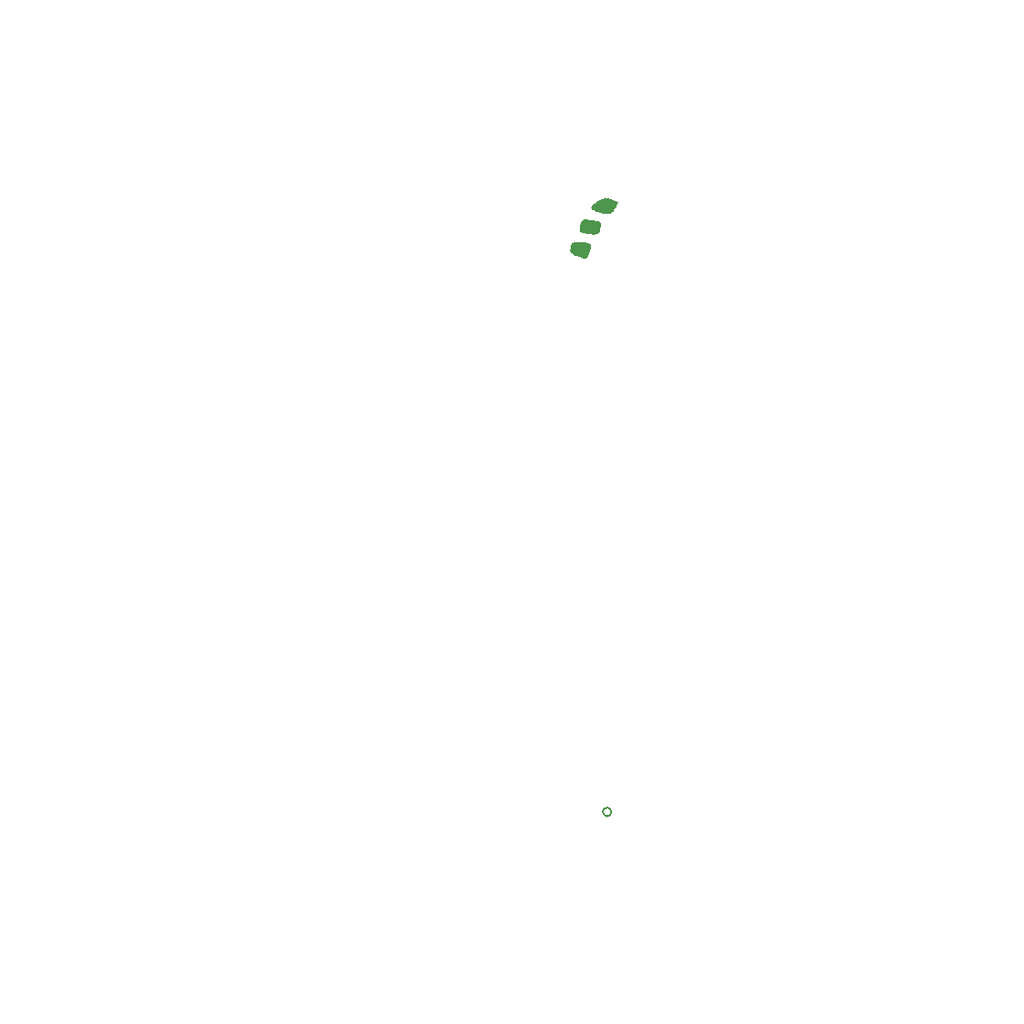
<source format=gto>
G04 #@! TF.FileFunction,Legend,Top*
%FSLAX46Y46*%
G04 Gerber Fmt 4.6, Leading zero omitted, Abs format (unit mm)*
G04 Created by KiCad (PCBNEW 4.0.7) date 07/05/18 08:24:38*
%MOMM*%
%LPD*%
G01*
G04 APERTURE LIST*
%ADD10C,0.100000*%
%ADD11C,0.010000*%
%ADD12C,0.150000*%
%ADD13C,2.100000*%
%ADD14O,2.100000X2.100000*%
G04 APERTURE END LIST*
D10*
D11*
G36*
X126708917Y-41363091D02*
X127803678Y-41363120D01*
X128933116Y-41363163D01*
X130097757Y-41363221D01*
X131298128Y-41363293D01*
X132534756Y-41363379D01*
X133808165Y-41363478D01*
X135118884Y-41363591D01*
X136467439Y-41363716D01*
X137854355Y-41363854D01*
X139280160Y-41364004D01*
X140745380Y-41364166D01*
X142250542Y-41364340D01*
X143796171Y-41364525D01*
X145382795Y-41364721D01*
X147010940Y-41364928D01*
X147912667Y-41365045D01*
X149551321Y-41365259D01*
X151148183Y-41365470D01*
X152703790Y-41365680D01*
X154218684Y-41365887D01*
X155693403Y-41366093D01*
X157128488Y-41366299D01*
X158524477Y-41366504D01*
X159881912Y-41366710D01*
X161201332Y-41366916D01*
X162483276Y-41367124D01*
X163728285Y-41367334D01*
X164936897Y-41367546D01*
X166109654Y-41367762D01*
X167247094Y-41367980D01*
X168349757Y-41368203D01*
X169418184Y-41368430D01*
X170452913Y-41368663D01*
X171454485Y-41368900D01*
X172423439Y-41369144D01*
X173360316Y-41369395D01*
X174265654Y-41369653D01*
X175139995Y-41369918D01*
X175983876Y-41370192D01*
X176797839Y-41370475D01*
X177582423Y-41370766D01*
X178338167Y-41371068D01*
X179065612Y-41371380D01*
X179765298Y-41371703D01*
X180437763Y-41372037D01*
X181083548Y-41372383D01*
X181703193Y-41372741D01*
X182297237Y-41373113D01*
X182866220Y-41373497D01*
X183410682Y-41373896D01*
X183931163Y-41374310D01*
X184428202Y-41374738D01*
X184902339Y-41375182D01*
X185354114Y-41375642D01*
X185784066Y-41376119D01*
X186192737Y-41376613D01*
X186580664Y-41377125D01*
X186948388Y-41377654D01*
X187296449Y-41378203D01*
X187625386Y-41378771D01*
X187935740Y-41379358D01*
X188228050Y-41379966D01*
X188502855Y-41380595D01*
X188760696Y-41381245D01*
X189002112Y-41381917D01*
X189227644Y-41382611D01*
X189437830Y-41383329D01*
X189633211Y-41384070D01*
X189814326Y-41384834D01*
X189981715Y-41385624D01*
X190135918Y-41386438D01*
X190277475Y-41387278D01*
X190406925Y-41388144D01*
X190524808Y-41389037D01*
X190631664Y-41389957D01*
X190728033Y-41390904D01*
X190814454Y-41391880D01*
X190891468Y-41392884D01*
X190959613Y-41393918D01*
X191019430Y-41394981D01*
X191071459Y-41396075D01*
X191116239Y-41397199D01*
X191154310Y-41398355D01*
X191186212Y-41399543D01*
X191212484Y-41400763D01*
X191233667Y-41402016D01*
X191250300Y-41403303D01*
X191262923Y-41404623D01*
X191272075Y-41405978D01*
X191277991Y-41407283D01*
X191569016Y-41507584D01*
X191834448Y-41639531D01*
X192072513Y-41801233D01*
X192281436Y-41990797D01*
X192459441Y-42206334D01*
X192604756Y-42445952D01*
X192715604Y-42707760D01*
X192790211Y-42989868D01*
X192796746Y-43025580D01*
X192797954Y-43035775D01*
X192799130Y-43052689D01*
X192800276Y-43076850D01*
X192801393Y-43108785D01*
X192802480Y-43149022D01*
X192803537Y-43198087D01*
X192804567Y-43256508D01*
X192805567Y-43324811D01*
X192806540Y-43403525D01*
X192807486Y-43493177D01*
X192808404Y-43594293D01*
X192809295Y-43707401D01*
X192810160Y-43833028D01*
X192810999Y-43971701D01*
X192811813Y-44123948D01*
X192812601Y-44290295D01*
X192813364Y-44471271D01*
X192814103Y-44667401D01*
X192814817Y-44879214D01*
X192815508Y-45107237D01*
X192816176Y-45351997D01*
X192816821Y-45614021D01*
X192817443Y-45893836D01*
X192818043Y-46191969D01*
X192818621Y-46508949D01*
X192819178Y-46845301D01*
X192819714Y-47201553D01*
X192820229Y-47578233D01*
X192820724Y-47975868D01*
X192821199Y-48394984D01*
X192821655Y-48836110D01*
X192822091Y-49299772D01*
X192822509Y-49786497D01*
X192822909Y-50296814D01*
X192823290Y-50831248D01*
X192823654Y-51390327D01*
X192824001Y-51974579D01*
X192824331Y-52584531D01*
X192824645Y-53220709D01*
X192824942Y-53883642D01*
X192825224Y-54573856D01*
X192825491Y-55291878D01*
X192825743Y-56038236D01*
X192825980Y-56813457D01*
X192826204Y-57618069D01*
X192826413Y-58452598D01*
X192826610Y-59317571D01*
X192826793Y-60213517D01*
X192826964Y-61140961D01*
X192827122Y-62100432D01*
X192827269Y-63092457D01*
X192827404Y-64117562D01*
X192827529Y-65176275D01*
X192827642Y-66269123D01*
X192827746Y-67396634D01*
X192827839Y-68559335D01*
X192827923Y-69757752D01*
X192827998Y-70992414D01*
X192828065Y-72263847D01*
X192828123Y-73572579D01*
X192828173Y-74919136D01*
X192828215Y-76304046D01*
X192828250Y-77727837D01*
X192828279Y-79191035D01*
X192828301Y-80694168D01*
X192828317Y-82237762D01*
X192828327Y-83822346D01*
X192828332Y-85448446D01*
X192828333Y-86360000D01*
X192828331Y-88009141D01*
X192828323Y-89616477D01*
X192828310Y-91182533D01*
X192828292Y-92707838D01*
X192828267Y-94192918D01*
X192828235Y-95638302D01*
X192828197Y-97044515D01*
X192828151Y-98412085D01*
X192828098Y-99741540D01*
X192828036Y-101033407D01*
X192827966Y-102288212D01*
X192827887Y-103506484D01*
X192827798Y-104688749D01*
X192827700Y-105835534D01*
X192827592Y-106947367D01*
X192827474Y-108024776D01*
X192827345Y-109068286D01*
X192827204Y-110078426D01*
X192827052Y-111055723D01*
X192826888Y-112000703D01*
X192826712Y-112913895D01*
X192826523Y-113795825D01*
X192826321Y-114647021D01*
X192826105Y-115468009D01*
X192825875Y-116259318D01*
X192825631Y-117021473D01*
X192825373Y-117755003D01*
X192825099Y-118460435D01*
X192824810Y-119138296D01*
X192824506Y-119789113D01*
X192824185Y-120413413D01*
X192823847Y-121011724D01*
X192823493Y-121584573D01*
X192823121Y-122132486D01*
X192822731Y-122655992D01*
X192822323Y-123155618D01*
X192821897Y-123631890D01*
X192821452Y-124085336D01*
X192820988Y-124516483D01*
X192820504Y-124925858D01*
X192820000Y-125313990D01*
X192819475Y-125681404D01*
X192818930Y-126028628D01*
X192818364Y-126356189D01*
X192817776Y-126664615D01*
X192817166Y-126954432D01*
X192816533Y-127226168D01*
X192815878Y-127480351D01*
X192815200Y-127717507D01*
X192814499Y-127938163D01*
X192813773Y-128142848D01*
X192813023Y-128332087D01*
X192812249Y-128506409D01*
X192811449Y-128666340D01*
X192810625Y-128812407D01*
X192809774Y-128945139D01*
X192808897Y-129065062D01*
X192807994Y-129172703D01*
X192807063Y-129268590D01*
X192806106Y-129353250D01*
X192805120Y-129427210D01*
X192804107Y-129490997D01*
X192803065Y-129545139D01*
X192801994Y-129590162D01*
X192800894Y-129626594D01*
X192799764Y-129654963D01*
X192798604Y-129675794D01*
X192797414Y-129689617D01*
X192796746Y-129694420D01*
X192727211Y-129974231D01*
X192620832Y-130236510D01*
X192480475Y-130478390D01*
X192309010Y-130697002D01*
X192109304Y-130889478D01*
X191884225Y-131052951D01*
X191636641Y-131184553D01*
X191369420Y-131281415D01*
X191162420Y-131328746D01*
X191152231Y-131329953D01*
X191135333Y-131331129D01*
X191111198Y-131332274D01*
X191079298Y-131333389D01*
X191039107Y-131334474D01*
X190990097Y-131335530D01*
X190931741Y-131336557D01*
X190863512Y-131337555D01*
X190784883Y-131338524D01*
X190695327Y-131339465D01*
X190594316Y-131340379D01*
X190481324Y-131341266D01*
X190355823Y-131342125D01*
X190217286Y-131342958D01*
X190065186Y-131343765D01*
X189898996Y-131344546D01*
X189718188Y-131345301D01*
X189522236Y-131346032D01*
X189310612Y-131346737D01*
X189082790Y-131347418D01*
X188838241Y-131348075D01*
X188576439Y-131348709D01*
X188296857Y-131349319D01*
X187998967Y-131349906D01*
X187682243Y-131350470D01*
X187346157Y-131351012D01*
X186990182Y-131351533D01*
X186613791Y-131352031D01*
X186216456Y-131352509D01*
X185797652Y-131352966D01*
X185356849Y-131353402D01*
X184893522Y-131353818D01*
X184407143Y-131354215D01*
X183897185Y-131354592D01*
X183363121Y-131354950D01*
X182804424Y-131355290D01*
X182220566Y-131355611D01*
X181611020Y-131355915D01*
X180975260Y-131356200D01*
X180312757Y-131356469D01*
X179622986Y-131356721D01*
X178905418Y-131356956D01*
X178159526Y-131357175D01*
X177384785Y-131357379D01*
X176580665Y-131357567D01*
X175746640Y-131357740D01*
X174882184Y-131357898D01*
X173986768Y-131358042D01*
X173059866Y-131358172D01*
X172100950Y-131358289D01*
X171109494Y-131358392D01*
X170084969Y-131358483D01*
X169026850Y-131358561D01*
X167934609Y-131358626D01*
X166807718Y-131358680D01*
X165645651Y-131358723D01*
X164447880Y-131358755D01*
X163213878Y-131358775D01*
X161943119Y-131358786D01*
X160635074Y-131358786D01*
X159289218Y-131358777D01*
X157905021Y-131358759D01*
X156481958Y-131358732D01*
X155019502Y-131358696D01*
X153517125Y-131358652D01*
X151974299Y-131358600D01*
X150390499Y-131358541D01*
X148765196Y-131358475D01*
X147809352Y-131358434D01*
X146146281Y-131358357D01*
X144525034Y-131358276D01*
X142945103Y-131358190D01*
X141405979Y-131358098D01*
X139907152Y-131358000D01*
X138448115Y-131357896D01*
X137028358Y-131357785D01*
X135647371Y-131357668D01*
X134304648Y-131357542D01*
X132999678Y-131357410D01*
X131731952Y-131357269D01*
X130500962Y-131357119D01*
X129306200Y-131356961D01*
X128147155Y-131356794D01*
X127023319Y-131356617D01*
X125934184Y-131356430D01*
X124879240Y-131356233D01*
X123857979Y-131356025D01*
X122869892Y-131355806D01*
X121914469Y-131355576D01*
X120991203Y-131355334D01*
X120099583Y-131355080D01*
X119239102Y-131354814D01*
X118409251Y-131354534D01*
X117609519Y-131354242D01*
X116839400Y-131353936D01*
X116098383Y-131353616D01*
X115385960Y-131353282D01*
X114701623Y-131352933D01*
X114044861Y-131352569D01*
X113415167Y-131352189D01*
X112812031Y-131351794D01*
X112234945Y-131351383D01*
X111683399Y-131350955D01*
X111156886Y-131350511D01*
X110654895Y-131350049D01*
X110176919Y-131349570D01*
X109722448Y-131349073D01*
X109290973Y-131348557D01*
X108881985Y-131348023D01*
X108494977Y-131347470D01*
X108129438Y-131346897D01*
X107784860Y-131346305D01*
X107460734Y-131345692D01*
X107156552Y-131345059D01*
X106871803Y-131344405D01*
X106605981Y-131343730D01*
X106358574Y-131343034D01*
X106129076Y-131342315D01*
X105916976Y-131341574D01*
X105721766Y-131340810D01*
X105542938Y-131340024D01*
X105379982Y-131339214D01*
X105232389Y-131338380D01*
X105099650Y-131337522D01*
X104981258Y-131336640D01*
X104876702Y-131335732D01*
X104785474Y-131334800D01*
X104707065Y-131333842D01*
X104640966Y-131332858D01*
X104586669Y-131331847D01*
X104543664Y-131330810D01*
X104511442Y-131329746D01*
X104489496Y-131328654D01*
X104477315Y-131327535D01*
X104476430Y-131327389D01*
X104200057Y-131256512D01*
X103940539Y-131148652D01*
X103700861Y-131006822D01*
X103484007Y-130834035D01*
X103292960Y-130633304D01*
X103130704Y-130407642D01*
X103000223Y-130160061D01*
X102904501Y-129893576D01*
X102859253Y-129694420D01*
X102858046Y-129684225D01*
X102856870Y-129667311D01*
X102855723Y-129643149D01*
X102854607Y-129611214D01*
X102853520Y-129570978D01*
X102852462Y-129521913D01*
X102851433Y-129463492D01*
X102850432Y-129395188D01*
X102849459Y-129316474D01*
X102848514Y-129226823D01*
X102847596Y-129125707D01*
X102846704Y-129012599D01*
X102845839Y-128886972D01*
X102845000Y-128748299D01*
X102844187Y-128596052D01*
X102843399Y-128429705D01*
X102842636Y-128248729D01*
X102841897Y-128052598D01*
X102841182Y-127840785D01*
X102840491Y-127612762D01*
X102839823Y-127368003D01*
X102839179Y-127105979D01*
X102838557Y-126826164D01*
X102837957Y-126528030D01*
X102837378Y-126211051D01*
X102836821Y-125874699D01*
X102836286Y-125518446D01*
X102835770Y-125141766D01*
X102835275Y-124744132D01*
X102834800Y-124325015D01*
X102834345Y-123883890D01*
X102833908Y-123420228D01*
X102833490Y-122933502D01*
X102833091Y-122423186D01*
X102832709Y-121888752D01*
X102832345Y-121329672D01*
X102831998Y-120745420D01*
X102831668Y-120135469D01*
X102831355Y-119499290D01*
X102831057Y-118836358D01*
X102830775Y-118146144D01*
X102830508Y-117428122D01*
X102830257Y-116681763D01*
X102830019Y-115906542D01*
X102829796Y-115101931D01*
X102829586Y-114267402D01*
X102829390Y-113402428D01*
X102829207Y-112506483D01*
X102829036Y-111579038D01*
X102828878Y-110619568D01*
X102828731Y-109627543D01*
X102828595Y-108602438D01*
X102828471Y-107543725D01*
X102828357Y-106450876D01*
X102828351Y-106381272D01*
X104821159Y-106381272D01*
X104821162Y-107495323D01*
X104821175Y-108589292D01*
X104821197Y-109662549D01*
X104821230Y-110714465D01*
X104821272Y-111744410D01*
X104821324Y-112751755D01*
X104821386Y-113735871D01*
X104821457Y-114696128D01*
X104821537Y-115631897D01*
X104821627Y-116542548D01*
X104821726Y-117427453D01*
X104821835Y-118285980D01*
X104821952Y-119117502D01*
X104822079Y-119921389D01*
X104822215Y-120697012D01*
X104822359Y-121443740D01*
X104822513Y-122160945D01*
X104822675Y-122847997D01*
X104822847Y-123504267D01*
X104823026Y-124129125D01*
X104823215Y-124721942D01*
X104823412Y-125282089D01*
X104823617Y-125808936D01*
X104823831Y-126301854D01*
X104824054Y-126760214D01*
X104824284Y-127183385D01*
X104824523Y-127570739D01*
X104824770Y-127921646D01*
X104825025Y-128235477D01*
X104825288Y-128511603D01*
X104825559Y-128749393D01*
X104825838Y-128948219D01*
X104826125Y-129107451D01*
X104826419Y-129226460D01*
X104826722Y-129304617D01*
X104827031Y-129341292D01*
X104827142Y-129344213D01*
X104834685Y-129345250D01*
X104856826Y-129346259D01*
X104894034Y-129347241D01*
X104946773Y-129348195D01*
X105015512Y-129349123D01*
X105100716Y-129350024D01*
X105202853Y-129350899D01*
X105322388Y-129351747D01*
X105459789Y-129352570D01*
X105615522Y-129353367D01*
X105790053Y-129354138D01*
X105983849Y-129354884D01*
X106197377Y-129355605D01*
X106431104Y-129356301D01*
X106685495Y-129356973D01*
X106961018Y-129357620D01*
X107258140Y-129358243D01*
X107577326Y-129358842D01*
X107919043Y-129359418D01*
X108283758Y-129359970D01*
X108671938Y-129360499D01*
X109084049Y-129361005D01*
X109520558Y-129361488D01*
X109981931Y-129361948D01*
X110468635Y-129362387D01*
X110981136Y-129362803D01*
X111519902Y-129363197D01*
X112085399Y-129363570D01*
X112678092Y-129363922D01*
X113298450Y-129364252D01*
X113946938Y-129364561D01*
X114624023Y-129364850D01*
X115330172Y-129365119D01*
X116065852Y-129365367D01*
X116831528Y-129365595D01*
X117627668Y-129365803D01*
X118454738Y-129365992D01*
X119313204Y-129366161D01*
X120203534Y-129366312D01*
X121126194Y-129366443D01*
X122081650Y-129366556D01*
X123070369Y-129366651D01*
X124092818Y-129366727D01*
X125149464Y-129366786D01*
X126240772Y-129366826D01*
X127367210Y-129366850D01*
X128529243Y-129366856D01*
X129727340Y-129366845D01*
X130961965Y-129366817D01*
X132233587Y-129366773D01*
X133542671Y-129366712D01*
X134889684Y-129366636D01*
X136275093Y-129366543D01*
X137699364Y-129366435D01*
X139162964Y-129366312D01*
X140666359Y-129366173D01*
X142210016Y-129366019D01*
X143794402Y-129365851D01*
X145419984Y-129365668D01*
X147087227Y-129365471D01*
X147832629Y-129365380D01*
X190828083Y-129360083D01*
X190828083Y-43359917D01*
X104827917Y-43359917D01*
X104822513Y-86338833D01*
X104822348Y-87688605D01*
X104822195Y-89028364D01*
X104822052Y-90357482D01*
X104821920Y-91675330D01*
X104821798Y-92981277D01*
X104821688Y-94274694D01*
X104821588Y-95554953D01*
X104821499Y-96821423D01*
X104821420Y-98073475D01*
X104821352Y-99310480D01*
X104821294Y-100531808D01*
X104821247Y-101736830D01*
X104821209Y-102924917D01*
X104821182Y-104095440D01*
X104821165Y-105247767D01*
X104821159Y-106381272D01*
X102828351Y-106381272D01*
X102828254Y-105323365D01*
X102828160Y-104160665D01*
X102828076Y-102962247D01*
X102828001Y-101727586D01*
X102827935Y-100456153D01*
X102827877Y-99147421D01*
X102827827Y-97800864D01*
X102827785Y-96415953D01*
X102827749Y-94992163D01*
X102827721Y-93528965D01*
X102827699Y-92025832D01*
X102827683Y-90482237D01*
X102827672Y-88897654D01*
X102827667Y-87271553D01*
X102827667Y-86360000D01*
X102827669Y-84710858D01*
X102827676Y-83103523D01*
X102827689Y-81537466D01*
X102827708Y-80012162D01*
X102827733Y-78527081D01*
X102827764Y-77081698D01*
X102827803Y-75675485D01*
X102827849Y-74307914D01*
X102827902Y-72978460D01*
X102827964Y-71686593D01*
X102828034Y-70431788D01*
X102828113Y-69213516D01*
X102828201Y-68031251D01*
X102828299Y-66884466D01*
X102828407Y-65772632D01*
X102828526Y-64695224D01*
X102828655Y-63651714D01*
X102828795Y-62641574D01*
X102828947Y-61664277D01*
X102829111Y-60719296D01*
X102829288Y-59806105D01*
X102829477Y-58924175D01*
X102829679Y-58072979D01*
X102829895Y-57251991D01*
X102830124Y-56460682D01*
X102830368Y-55698526D01*
X102830627Y-54964996D01*
X102830900Y-54259564D01*
X102831189Y-53581704D01*
X102831494Y-52930887D01*
X102831815Y-52306586D01*
X102832153Y-51708276D01*
X102832507Y-51135427D01*
X102832879Y-50587513D01*
X102833269Y-50064007D01*
X102833676Y-49564382D01*
X102834102Y-49088110D01*
X102834548Y-48634664D01*
X102835012Y-48203517D01*
X102835496Y-47794141D01*
X102836000Y-47406010D01*
X102836524Y-47038596D01*
X102837070Y-46691372D01*
X102837636Y-46363811D01*
X102838224Y-46055385D01*
X102838834Y-45765568D01*
X102839466Y-45493831D01*
X102840121Y-45239649D01*
X102840800Y-45002493D01*
X102841501Y-44781836D01*
X102842227Y-44577152D01*
X102842976Y-44387913D01*
X102843751Y-44213591D01*
X102844550Y-44053660D01*
X102845375Y-43907592D01*
X102846226Y-43774860D01*
X102847103Y-43654938D01*
X102848006Y-43547296D01*
X102848936Y-43451409D01*
X102849894Y-43366750D01*
X102850880Y-43292790D01*
X102851893Y-43229003D01*
X102852935Y-43174861D01*
X102854006Y-43129838D01*
X102855106Y-43093405D01*
X102856236Y-43065037D01*
X102857396Y-43044205D01*
X102858586Y-43030383D01*
X102859253Y-43025580D01*
X102928753Y-42745900D01*
X103035071Y-42483724D01*
X103175331Y-42241925D01*
X103346657Y-42023375D01*
X103546171Y-41830945D01*
X103770997Y-41667507D01*
X104018258Y-41535933D01*
X104285078Y-41439094D01*
X104496665Y-41390925D01*
X104506957Y-41389722D01*
X104524022Y-41388551D01*
X104548386Y-41387411D01*
X104580577Y-41386301D01*
X104621120Y-41385223D01*
X104670543Y-41384174D01*
X104729371Y-41383155D01*
X104798131Y-41382165D01*
X104877349Y-41381205D01*
X104967553Y-41380274D01*
X105069268Y-41379371D01*
X105183021Y-41378496D01*
X105309339Y-41377649D01*
X105448747Y-41376830D01*
X105601773Y-41376039D01*
X105768943Y-41375274D01*
X105950784Y-41374536D01*
X106147821Y-41373824D01*
X106360581Y-41373139D01*
X106589592Y-41372479D01*
X106835378Y-41371844D01*
X107098468Y-41371235D01*
X107379387Y-41370651D01*
X107678661Y-41370091D01*
X107996818Y-41369555D01*
X108334384Y-41369043D01*
X108691884Y-41368554D01*
X109069847Y-41368089D01*
X109468797Y-41367647D01*
X109889263Y-41367227D01*
X110331769Y-41366830D01*
X110796843Y-41366454D01*
X111285011Y-41366100D01*
X111796800Y-41365768D01*
X112332736Y-41365457D01*
X112893345Y-41365166D01*
X113479154Y-41364896D01*
X114090690Y-41364646D01*
X114728479Y-41364415D01*
X115393048Y-41364204D01*
X116084922Y-41364013D01*
X116804628Y-41363840D01*
X117552694Y-41363685D01*
X118329645Y-41363549D01*
X119136008Y-41363431D01*
X119972309Y-41363330D01*
X120839075Y-41363247D01*
X121736833Y-41363180D01*
X122666108Y-41363130D01*
X123627427Y-41363097D01*
X124621318Y-41363079D01*
X125648305Y-41363078D01*
X126708917Y-41363091D01*
X126708917Y-41363091D01*
G37*
X126708917Y-41363091D02*
X127803678Y-41363120D01*
X128933116Y-41363163D01*
X130097757Y-41363221D01*
X131298128Y-41363293D01*
X132534756Y-41363379D01*
X133808165Y-41363478D01*
X135118884Y-41363591D01*
X136467439Y-41363716D01*
X137854355Y-41363854D01*
X139280160Y-41364004D01*
X140745380Y-41364166D01*
X142250542Y-41364340D01*
X143796171Y-41364525D01*
X145382795Y-41364721D01*
X147010940Y-41364928D01*
X147912667Y-41365045D01*
X149551321Y-41365259D01*
X151148183Y-41365470D01*
X152703790Y-41365680D01*
X154218684Y-41365887D01*
X155693403Y-41366093D01*
X157128488Y-41366299D01*
X158524477Y-41366504D01*
X159881912Y-41366710D01*
X161201332Y-41366916D01*
X162483276Y-41367124D01*
X163728285Y-41367334D01*
X164936897Y-41367546D01*
X166109654Y-41367762D01*
X167247094Y-41367980D01*
X168349757Y-41368203D01*
X169418184Y-41368430D01*
X170452913Y-41368663D01*
X171454485Y-41368900D01*
X172423439Y-41369144D01*
X173360316Y-41369395D01*
X174265654Y-41369653D01*
X175139995Y-41369918D01*
X175983876Y-41370192D01*
X176797839Y-41370475D01*
X177582423Y-41370766D01*
X178338167Y-41371068D01*
X179065612Y-41371380D01*
X179765298Y-41371703D01*
X180437763Y-41372037D01*
X181083548Y-41372383D01*
X181703193Y-41372741D01*
X182297237Y-41373113D01*
X182866220Y-41373497D01*
X183410682Y-41373896D01*
X183931163Y-41374310D01*
X184428202Y-41374738D01*
X184902339Y-41375182D01*
X185354114Y-41375642D01*
X185784066Y-41376119D01*
X186192737Y-41376613D01*
X186580664Y-41377125D01*
X186948388Y-41377654D01*
X187296449Y-41378203D01*
X187625386Y-41378771D01*
X187935740Y-41379358D01*
X188228050Y-41379966D01*
X188502855Y-41380595D01*
X188760696Y-41381245D01*
X189002112Y-41381917D01*
X189227644Y-41382611D01*
X189437830Y-41383329D01*
X189633211Y-41384070D01*
X189814326Y-41384834D01*
X189981715Y-41385624D01*
X190135918Y-41386438D01*
X190277475Y-41387278D01*
X190406925Y-41388144D01*
X190524808Y-41389037D01*
X190631664Y-41389957D01*
X190728033Y-41390904D01*
X190814454Y-41391880D01*
X190891468Y-41392884D01*
X190959613Y-41393918D01*
X191019430Y-41394981D01*
X191071459Y-41396075D01*
X191116239Y-41397199D01*
X191154310Y-41398355D01*
X191186212Y-41399543D01*
X191212484Y-41400763D01*
X191233667Y-41402016D01*
X191250300Y-41403303D01*
X191262923Y-41404623D01*
X191272075Y-41405978D01*
X191277991Y-41407283D01*
X191569016Y-41507584D01*
X191834448Y-41639531D01*
X192072513Y-41801233D01*
X192281436Y-41990797D01*
X192459441Y-42206334D01*
X192604756Y-42445952D01*
X192715604Y-42707760D01*
X192790211Y-42989868D01*
X192796746Y-43025580D01*
X192797954Y-43035775D01*
X192799130Y-43052689D01*
X192800276Y-43076850D01*
X192801393Y-43108785D01*
X192802480Y-43149022D01*
X192803537Y-43198087D01*
X192804567Y-43256508D01*
X192805567Y-43324811D01*
X192806540Y-43403525D01*
X192807486Y-43493177D01*
X192808404Y-43594293D01*
X192809295Y-43707401D01*
X192810160Y-43833028D01*
X192810999Y-43971701D01*
X192811813Y-44123948D01*
X192812601Y-44290295D01*
X192813364Y-44471271D01*
X192814103Y-44667401D01*
X192814817Y-44879214D01*
X192815508Y-45107237D01*
X192816176Y-45351997D01*
X192816821Y-45614021D01*
X192817443Y-45893836D01*
X192818043Y-46191969D01*
X192818621Y-46508949D01*
X192819178Y-46845301D01*
X192819714Y-47201553D01*
X192820229Y-47578233D01*
X192820724Y-47975868D01*
X192821199Y-48394984D01*
X192821655Y-48836110D01*
X192822091Y-49299772D01*
X192822509Y-49786497D01*
X192822909Y-50296814D01*
X192823290Y-50831248D01*
X192823654Y-51390327D01*
X192824001Y-51974579D01*
X192824331Y-52584531D01*
X192824645Y-53220709D01*
X192824942Y-53883642D01*
X192825224Y-54573856D01*
X192825491Y-55291878D01*
X192825743Y-56038236D01*
X192825980Y-56813457D01*
X192826204Y-57618069D01*
X192826413Y-58452598D01*
X192826610Y-59317571D01*
X192826793Y-60213517D01*
X192826964Y-61140961D01*
X192827122Y-62100432D01*
X192827269Y-63092457D01*
X192827404Y-64117562D01*
X192827529Y-65176275D01*
X192827642Y-66269123D01*
X192827746Y-67396634D01*
X192827839Y-68559335D01*
X192827923Y-69757752D01*
X192827998Y-70992414D01*
X192828065Y-72263847D01*
X192828123Y-73572579D01*
X192828173Y-74919136D01*
X192828215Y-76304046D01*
X192828250Y-77727837D01*
X192828279Y-79191035D01*
X192828301Y-80694168D01*
X192828317Y-82237762D01*
X192828327Y-83822346D01*
X192828332Y-85448446D01*
X192828333Y-86360000D01*
X192828331Y-88009141D01*
X192828323Y-89616477D01*
X192828310Y-91182533D01*
X192828292Y-92707838D01*
X192828267Y-94192918D01*
X192828235Y-95638302D01*
X192828197Y-97044515D01*
X192828151Y-98412085D01*
X192828098Y-99741540D01*
X192828036Y-101033407D01*
X192827966Y-102288212D01*
X192827887Y-103506484D01*
X192827798Y-104688749D01*
X192827700Y-105835534D01*
X192827592Y-106947367D01*
X192827474Y-108024776D01*
X192827345Y-109068286D01*
X192827204Y-110078426D01*
X192827052Y-111055723D01*
X192826888Y-112000703D01*
X192826712Y-112913895D01*
X192826523Y-113795825D01*
X192826321Y-114647021D01*
X192826105Y-115468009D01*
X192825875Y-116259318D01*
X192825631Y-117021473D01*
X192825373Y-117755003D01*
X192825099Y-118460435D01*
X192824810Y-119138296D01*
X192824506Y-119789113D01*
X192824185Y-120413413D01*
X192823847Y-121011724D01*
X192823493Y-121584573D01*
X192823121Y-122132486D01*
X192822731Y-122655992D01*
X192822323Y-123155618D01*
X192821897Y-123631890D01*
X192821452Y-124085336D01*
X192820988Y-124516483D01*
X192820504Y-124925858D01*
X192820000Y-125313990D01*
X192819475Y-125681404D01*
X192818930Y-126028628D01*
X192818364Y-126356189D01*
X192817776Y-126664615D01*
X192817166Y-126954432D01*
X192816533Y-127226168D01*
X192815878Y-127480351D01*
X192815200Y-127717507D01*
X192814499Y-127938163D01*
X192813773Y-128142848D01*
X192813023Y-128332087D01*
X192812249Y-128506409D01*
X192811449Y-128666340D01*
X192810625Y-128812407D01*
X192809774Y-128945139D01*
X192808897Y-129065062D01*
X192807994Y-129172703D01*
X192807063Y-129268590D01*
X192806106Y-129353250D01*
X192805120Y-129427210D01*
X192804107Y-129490997D01*
X192803065Y-129545139D01*
X192801994Y-129590162D01*
X192800894Y-129626594D01*
X192799764Y-129654963D01*
X192798604Y-129675794D01*
X192797414Y-129689617D01*
X192796746Y-129694420D01*
X192727211Y-129974231D01*
X192620832Y-130236510D01*
X192480475Y-130478390D01*
X192309010Y-130697002D01*
X192109304Y-130889478D01*
X191884225Y-131052951D01*
X191636641Y-131184553D01*
X191369420Y-131281415D01*
X191162420Y-131328746D01*
X191152231Y-131329953D01*
X191135333Y-131331129D01*
X191111198Y-131332274D01*
X191079298Y-131333389D01*
X191039107Y-131334474D01*
X190990097Y-131335530D01*
X190931741Y-131336557D01*
X190863512Y-131337555D01*
X190784883Y-131338524D01*
X190695327Y-131339465D01*
X190594316Y-131340379D01*
X190481324Y-131341266D01*
X190355823Y-131342125D01*
X190217286Y-131342958D01*
X190065186Y-131343765D01*
X189898996Y-131344546D01*
X189718188Y-131345301D01*
X189522236Y-131346032D01*
X189310612Y-131346737D01*
X189082790Y-131347418D01*
X188838241Y-131348075D01*
X188576439Y-131348709D01*
X188296857Y-131349319D01*
X187998967Y-131349906D01*
X187682243Y-131350470D01*
X187346157Y-131351012D01*
X186990182Y-131351533D01*
X186613791Y-131352031D01*
X186216456Y-131352509D01*
X185797652Y-131352966D01*
X185356849Y-131353402D01*
X184893522Y-131353818D01*
X184407143Y-131354215D01*
X183897185Y-131354592D01*
X183363121Y-131354950D01*
X182804424Y-131355290D01*
X182220566Y-131355611D01*
X181611020Y-131355915D01*
X180975260Y-131356200D01*
X180312757Y-131356469D01*
X179622986Y-131356721D01*
X178905418Y-131356956D01*
X178159526Y-131357175D01*
X177384785Y-131357379D01*
X176580665Y-131357567D01*
X175746640Y-131357740D01*
X174882184Y-131357898D01*
X173986768Y-131358042D01*
X173059866Y-131358172D01*
X172100950Y-131358289D01*
X171109494Y-131358392D01*
X170084969Y-131358483D01*
X169026850Y-131358561D01*
X167934609Y-131358626D01*
X166807718Y-131358680D01*
X165645651Y-131358723D01*
X164447880Y-131358755D01*
X163213878Y-131358775D01*
X161943119Y-131358786D01*
X160635074Y-131358786D01*
X159289218Y-131358777D01*
X157905021Y-131358759D01*
X156481958Y-131358732D01*
X155019502Y-131358696D01*
X153517125Y-131358652D01*
X151974299Y-131358600D01*
X150390499Y-131358541D01*
X148765196Y-131358475D01*
X147809352Y-131358434D01*
X146146281Y-131358357D01*
X144525034Y-131358276D01*
X142945103Y-131358190D01*
X141405979Y-131358098D01*
X139907152Y-131358000D01*
X138448115Y-131357896D01*
X137028358Y-131357785D01*
X135647371Y-131357668D01*
X134304648Y-131357542D01*
X132999678Y-131357410D01*
X131731952Y-131357269D01*
X130500962Y-131357119D01*
X129306200Y-131356961D01*
X128147155Y-131356794D01*
X127023319Y-131356617D01*
X125934184Y-131356430D01*
X124879240Y-131356233D01*
X123857979Y-131356025D01*
X122869892Y-131355806D01*
X121914469Y-131355576D01*
X120991203Y-131355334D01*
X120099583Y-131355080D01*
X119239102Y-131354814D01*
X118409251Y-131354534D01*
X117609519Y-131354242D01*
X116839400Y-131353936D01*
X116098383Y-131353616D01*
X115385960Y-131353282D01*
X114701623Y-131352933D01*
X114044861Y-131352569D01*
X113415167Y-131352189D01*
X112812031Y-131351794D01*
X112234945Y-131351383D01*
X111683399Y-131350955D01*
X111156886Y-131350511D01*
X110654895Y-131350049D01*
X110176919Y-131349570D01*
X109722448Y-131349073D01*
X109290973Y-131348557D01*
X108881985Y-131348023D01*
X108494977Y-131347470D01*
X108129438Y-131346897D01*
X107784860Y-131346305D01*
X107460734Y-131345692D01*
X107156552Y-131345059D01*
X106871803Y-131344405D01*
X106605981Y-131343730D01*
X106358574Y-131343034D01*
X106129076Y-131342315D01*
X105916976Y-131341574D01*
X105721766Y-131340810D01*
X105542938Y-131340024D01*
X105379982Y-131339214D01*
X105232389Y-131338380D01*
X105099650Y-131337522D01*
X104981258Y-131336640D01*
X104876702Y-131335732D01*
X104785474Y-131334800D01*
X104707065Y-131333842D01*
X104640966Y-131332858D01*
X104586669Y-131331847D01*
X104543664Y-131330810D01*
X104511442Y-131329746D01*
X104489496Y-131328654D01*
X104477315Y-131327535D01*
X104476430Y-131327389D01*
X104200057Y-131256512D01*
X103940539Y-131148652D01*
X103700861Y-131006822D01*
X103484007Y-130834035D01*
X103292960Y-130633304D01*
X103130704Y-130407642D01*
X103000223Y-130160061D01*
X102904501Y-129893576D01*
X102859253Y-129694420D01*
X102858046Y-129684225D01*
X102856870Y-129667311D01*
X102855723Y-129643149D01*
X102854607Y-129611214D01*
X102853520Y-129570978D01*
X102852462Y-129521913D01*
X102851433Y-129463492D01*
X102850432Y-129395188D01*
X102849459Y-129316474D01*
X102848514Y-129226823D01*
X102847596Y-129125707D01*
X102846704Y-129012599D01*
X102845839Y-128886972D01*
X102845000Y-128748299D01*
X102844187Y-128596052D01*
X102843399Y-128429705D01*
X102842636Y-128248729D01*
X102841897Y-128052598D01*
X102841182Y-127840785D01*
X102840491Y-127612762D01*
X102839823Y-127368003D01*
X102839179Y-127105979D01*
X102838557Y-126826164D01*
X102837957Y-126528030D01*
X102837378Y-126211051D01*
X102836821Y-125874699D01*
X102836286Y-125518446D01*
X102835770Y-125141766D01*
X102835275Y-124744132D01*
X102834800Y-124325015D01*
X102834345Y-123883890D01*
X102833908Y-123420228D01*
X102833490Y-122933502D01*
X102833091Y-122423186D01*
X102832709Y-121888752D01*
X102832345Y-121329672D01*
X102831998Y-120745420D01*
X102831668Y-120135469D01*
X102831355Y-119499290D01*
X102831057Y-118836358D01*
X102830775Y-118146144D01*
X102830508Y-117428122D01*
X102830257Y-116681763D01*
X102830019Y-115906542D01*
X102829796Y-115101931D01*
X102829586Y-114267402D01*
X102829390Y-113402428D01*
X102829207Y-112506483D01*
X102829036Y-111579038D01*
X102828878Y-110619568D01*
X102828731Y-109627543D01*
X102828595Y-108602438D01*
X102828471Y-107543725D01*
X102828357Y-106450876D01*
X102828351Y-106381272D01*
X104821159Y-106381272D01*
X104821162Y-107495323D01*
X104821175Y-108589292D01*
X104821197Y-109662549D01*
X104821230Y-110714465D01*
X104821272Y-111744410D01*
X104821324Y-112751755D01*
X104821386Y-113735871D01*
X104821457Y-114696128D01*
X104821537Y-115631897D01*
X104821627Y-116542548D01*
X104821726Y-117427453D01*
X104821835Y-118285980D01*
X104821952Y-119117502D01*
X104822079Y-119921389D01*
X104822215Y-120697012D01*
X104822359Y-121443740D01*
X104822513Y-122160945D01*
X104822675Y-122847997D01*
X104822847Y-123504267D01*
X104823026Y-124129125D01*
X104823215Y-124721942D01*
X104823412Y-125282089D01*
X104823617Y-125808936D01*
X104823831Y-126301854D01*
X104824054Y-126760214D01*
X104824284Y-127183385D01*
X104824523Y-127570739D01*
X104824770Y-127921646D01*
X104825025Y-128235477D01*
X104825288Y-128511603D01*
X104825559Y-128749393D01*
X104825838Y-128948219D01*
X104826125Y-129107451D01*
X104826419Y-129226460D01*
X104826722Y-129304617D01*
X104827031Y-129341292D01*
X104827142Y-129344213D01*
X104834685Y-129345250D01*
X104856826Y-129346259D01*
X104894034Y-129347241D01*
X104946773Y-129348195D01*
X105015512Y-129349123D01*
X105100716Y-129350024D01*
X105202853Y-129350899D01*
X105322388Y-129351747D01*
X105459789Y-129352570D01*
X105615522Y-129353367D01*
X105790053Y-129354138D01*
X105983849Y-129354884D01*
X106197377Y-129355605D01*
X106431104Y-129356301D01*
X106685495Y-129356973D01*
X106961018Y-129357620D01*
X107258140Y-129358243D01*
X107577326Y-129358842D01*
X107919043Y-129359418D01*
X108283758Y-129359970D01*
X108671938Y-129360499D01*
X109084049Y-129361005D01*
X109520558Y-129361488D01*
X109981931Y-129361948D01*
X110468635Y-129362387D01*
X110981136Y-129362803D01*
X111519902Y-129363197D01*
X112085399Y-129363570D01*
X112678092Y-129363922D01*
X113298450Y-129364252D01*
X113946938Y-129364561D01*
X114624023Y-129364850D01*
X115330172Y-129365119D01*
X116065852Y-129365367D01*
X116831528Y-129365595D01*
X117627668Y-129365803D01*
X118454738Y-129365992D01*
X119313204Y-129366161D01*
X120203534Y-129366312D01*
X121126194Y-129366443D01*
X122081650Y-129366556D01*
X123070369Y-129366651D01*
X124092818Y-129366727D01*
X125149464Y-129366786D01*
X126240772Y-129366826D01*
X127367210Y-129366850D01*
X128529243Y-129366856D01*
X129727340Y-129366845D01*
X130961965Y-129366817D01*
X132233587Y-129366773D01*
X133542671Y-129366712D01*
X134889684Y-129366636D01*
X136275093Y-129366543D01*
X137699364Y-129366435D01*
X139162964Y-129366312D01*
X140666359Y-129366173D01*
X142210016Y-129366019D01*
X143794402Y-129365851D01*
X145419984Y-129365668D01*
X147087227Y-129365471D01*
X147832629Y-129365380D01*
X190828083Y-129360083D01*
X190828083Y-43359917D01*
X104827917Y-43359917D01*
X104822513Y-86338833D01*
X104822348Y-87688605D01*
X104822195Y-89028364D01*
X104822052Y-90357482D01*
X104821920Y-91675330D01*
X104821798Y-92981277D01*
X104821688Y-94274694D01*
X104821588Y-95554953D01*
X104821499Y-96821423D01*
X104821420Y-98073475D01*
X104821352Y-99310480D01*
X104821294Y-100531808D01*
X104821247Y-101736830D01*
X104821209Y-102924917D01*
X104821182Y-104095440D01*
X104821165Y-105247767D01*
X104821159Y-106381272D01*
X102828351Y-106381272D01*
X102828254Y-105323365D01*
X102828160Y-104160665D01*
X102828076Y-102962247D01*
X102828001Y-101727586D01*
X102827935Y-100456153D01*
X102827877Y-99147421D01*
X102827827Y-97800864D01*
X102827785Y-96415953D01*
X102827749Y-94992163D01*
X102827721Y-93528965D01*
X102827699Y-92025832D01*
X102827683Y-90482237D01*
X102827672Y-88897654D01*
X102827667Y-87271553D01*
X102827667Y-86360000D01*
X102827669Y-84710858D01*
X102827676Y-83103523D01*
X102827689Y-81537466D01*
X102827708Y-80012162D01*
X102827733Y-78527081D01*
X102827764Y-77081698D01*
X102827803Y-75675485D01*
X102827849Y-74307914D01*
X102827902Y-72978460D01*
X102827964Y-71686593D01*
X102828034Y-70431788D01*
X102828113Y-69213516D01*
X102828201Y-68031251D01*
X102828299Y-66884466D01*
X102828407Y-65772632D01*
X102828526Y-64695224D01*
X102828655Y-63651714D01*
X102828795Y-62641574D01*
X102828947Y-61664277D01*
X102829111Y-60719296D01*
X102829288Y-59806105D01*
X102829477Y-58924175D01*
X102829679Y-58072979D01*
X102829895Y-57251991D01*
X102830124Y-56460682D01*
X102830368Y-55698526D01*
X102830627Y-54964996D01*
X102830900Y-54259564D01*
X102831189Y-53581704D01*
X102831494Y-52930887D01*
X102831815Y-52306586D01*
X102832153Y-51708276D01*
X102832507Y-51135427D01*
X102832879Y-50587513D01*
X102833269Y-50064007D01*
X102833676Y-49564382D01*
X102834102Y-49088110D01*
X102834548Y-48634664D01*
X102835012Y-48203517D01*
X102835496Y-47794141D01*
X102836000Y-47406010D01*
X102836524Y-47038596D01*
X102837070Y-46691372D01*
X102837636Y-46363811D01*
X102838224Y-46055385D01*
X102838834Y-45765568D01*
X102839466Y-45493831D01*
X102840121Y-45239649D01*
X102840800Y-45002493D01*
X102841501Y-44781836D01*
X102842227Y-44577152D01*
X102842976Y-44387913D01*
X102843751Y-44213591D01*
X102844550Y-44053660D01*
X102845375Y-43907592D01*
X102846226Y-43774860D01*
X102847103Y-43654938D01*
X102848006Y-43547296D01*
X102848936Y-43451409D01*
X102849894Y-43366750D01*
X102850880Y-43292790D01*
X102851893Y-43229003D01*
X102852935Y-43174861D01*
X102854006Y-43129838D01*
X102855106Y-43093405D01*
X102856236Y-43065037D01*
X102857396Y-43044205D01*
X102858586Y-43030383D01*
X102859253Y-43025580D01*
X102928753Y-42745900D01*
X103035071Y-42483724D01*
X103175331Y-42241925D01*
X103346657Y-42023375D01*
X103546171Y-41830945D01*
X103770997Y-41667507D01*
X104018258Y-41535933D01*
X104285078Y-41439094D01*
X104496665Y-41390925D01*
X104506957Y-41389722D01*
X104524022Y-41388551D01*
X104548386Y-41387411D01*
X104580577Y-41386301D01*
X104621120Y-41385223D01*
X104670543Y-41384174D01*
X104729371Y-41383155D01*
X104798131Y-41382165D01*
X104877349Y-41381205D01*
X104967553Y-41380274D01*
X105069268Y-41379371D01*
X105183021Y-41378496D01*
X105309339Y-41377649D01*
X105448747Y-41376830D01*
X105601773Y-41376039D01*
X105768943Y-41375274D01*
X105950784Y-41374536D01*
X106147821Y-41373824D01*
X106360581Y-41373139D01*
X106589592Y-41372479D01*
X106835378Y-41371844D01*
X107098468Y-41371235D01*
X107379387Y-41370651D01*
X107678661Y-41370091D01*
X107996818Y-41369555D01*
X108334384Y-41369043D01*
X108691884Y-41368554D01*
X109069847Y-41368089D01*
X109468797Y-41367647D01*
X109889263Y-41367227D01*
X110331769Y-41366830D01*
X110796843Y-41366454D01*
X111285011Y-41366100D01*
X111796800Y-41365768D01*
X112332736Y-41365457D01*
X112893345Y-41365166D01*
X113479154Y-41364896D01*
X114090690Y-41364646D01*
X114728479Y-41364415D01*
X115393048Y-41364204D01*
X116084922Y-41364013D01*
X116804628Y-41363840D01*
X117552694Y-41363685D01*
X118329645Y-41363549D01*
X119136008Y-41363431D01*
X119972309Y-41363330D01*
X120839075Y-41363247D01*
X121736833Y-41363180D01*
X122666108Y-41363130D01*
X123627427Y-41363097D01*
X124621318Y-41363079D01*
X125648305Y-41363078D01*
X126708917Y-41363091D01*
G36*
X154059954Y-61476120D02*
X154241688Y-61483459D01*
X154422144Y-61497361D01*
X154594130Y-61517894D01*
X154633083Y-61523775D01*
X154774948Y-61550308D01*
X154879490Y-61581141D01*
X154951717Y-61619903D01*
X154996632Y-61670224D01*
X155019243Y-61735734D01*
X155024667Y-61807705D01*
X155016904Y-61892997D01*
X154995397Y-62003302D01*
X154962819Y-62130914D01*
X154921840Y-62268131D01*
X154875133Y-62407249D01*
X154825370Y-62540563D01*
X154775222Y-62660370D01*
X154727362Y-62758966D01*
X154684462Y-62828647D01*
X154661913Y-62853625D01*
X154583574Y-62893787D01*
X154482271Y-62907216D01*
X154368148Y-62893556D01*
X154283833Y-62866790D01*
X154231306Y-62845903D01*
X154148519Y-62813434D01*
X154044728Y-62772992D01*
X153929185Y-62728187D01*
X153860402Y-62701612D01*
X153666934Y-62624877D01*
X153503726Y-62555760D01*
X153373320Y-62495438D01*
X153278259Y-62445089D01*
X153221085Y-62405890D01*
X153220208Y-62405104D01*
X153195942Y-62358216D01*
X153184463Y-62277127D01*
X153185729Y-62167979D01*
X153199696Y-62036915D01*
X153223796Y-61901917D01*
X153255645Y-61765079D01*
X153286735Y-61664938D01*
X153319477Y-61595977D01*
X153356282Y-61552678D01*
X153383896Y-61535513D01*
X153464115Y-61511048D01*
X153579024Y-61492809D01*
X153721429Y-61480863D01*
X153884137Y-61475277D01*
X154059954Y-61476120D01*
X154059954Y-61476120D01*
G37*
X154059954Y-61476120D02*
X154241688Y-61483459D01*
X154422144Y-61497361D01*
X154594130Y-61517894D01*
X154633083Y-61523775D01*
X154774948Y-61550308D01*
X154879490Y-61581141D01*
X154951717Y-61619903D01*
X154996632Y-61670224D01*
X155019243Y-61735734D01*
X155024667Y-61807705D01*
X155016904Y-61892997D01*
X154995397Y-62003302D01*
X154962819Y-62130914D01*
X154921840Y-62268131D01*
X154875133Y-62407249D01*
X154825370Y-62540563D01*
X154775222Y-62660370D01*
X154727362Y-62758966D01*
X154684462Y-62828647D01*
X154661913Y-62853625D01*
X154583574Y-62893787D01*
X154482271Y-62907216D01*
X154368148Y-62893556D01*
X154283833Y-62866790D01*
X154231306Y-62845903D01*
X154148519Y-62813434D01*
X154044728Y-62772992D01*
X153929185Y-62728187D01*
X153860402Y-62701612D01*
X153666934Y-62624877D01*
X153503726Y-62555760D01*
X153373320Y-62495438D01*
X153278259Y-62445089D01*
X153221085Y-62405890D01*
X153220208Y-62405104D01*
X153195942Y-62358216D01*
X153184463Y-62277127D01*
X153185729Y-62167979D01*
X153199696Y-62036915D01*
X153223796Y-61901917D01*
X153255645Y-61765079D01*
X153286735Y-61664938D01*
X153319477Y-61595977D01*
X153356282Y-61552678D01*
X153383896Y-61535513D01*
X153464115Y-61511048D01*
X153579024Y-61492809D01*
X153721429Y-61480863D01*
X153884137Y-61475277D01*
X154059954Y-61476120D01*
G36*
X154675348Y-59400797D02*
X154814853Y-59410126D01*
X154968068Y-59424884D01*
X155128120Y-59443965D01*
X155288135Y-59466265D01*
X155441239Y-59490676D01*
X155580557Y-59516095D01*
X155699217Y-59541414D01*
X155790344Y-59565530D01*
X155847064Y-59587336D01*
X155851594Y-59589970D01*
X155895265Y-59637334D01*
X155920668Y-59715270D01*
X155928468Y-59826892D01*
X155923737Y-59927677D01*
X155901014Y-60119712D01*
X155866373Y-60288552D01*
X155821293Y-60430001D01*
X155767256Y-60539863D01*
X155705744Y-60613944D01*
X155673813Y-60635656D01*
X155619363Y-60652387D01*
X155533742Y-60665612D01*
X155428022Y-60674617D01*
X155313273Y-60678688D01*
X155200565Y-60677111D01*
X155119917Y-60671368D01*
X155024677Y-60659387D01*
X154905606Y-60641492D01*
X154772483Y-60619462D01*
X154635087Y-60595072D01*
X154503197Y-60570100D01*
X154386595Y-60546321D01*
X154295058Y-60525513D01*
X154250090Y-60513345D01*
X154160450Y-60480587D01*
X154101244Y-60442272D01*
X154066546Y-60389346D01*
X154050430Y-60312758D01*
X154046969Y-60203452D01*
X154046972Y-60203047D01*
X154058933Y-60060542D01*
X154090388Y-59910888D01*
X154137573Y-59764135D01*
X154196727Y-59630333D01*
X154264087Y-59519532D01*
X154330268Y-59446380D01*
X154400112Y-59387610D01*
X154675348Y-59400797D01*
X154675348Y-59400797D01*
G37*
X154675348Y-59400797D02*
X154814853Y-59410126D01*
X154968068Y-59424884D01*
X155128120Y-59443965D01*
X155288135Y-59466265D01*
X155441239Y-59490676D01*
X155580557Y-59516095D01*
X155699217Y-59541414D01*
X155790344Y-59565530D01*
X155847064Y-59587336D01*
X155851594Y-59589970D01*
X155895265Y-59637334D01*
X155920668Y-59715270D01*
X155928468Y-59826892D01*
X155923737Y-59927677D01*
X155901014Y-60119712D01*
X155866373Y-60288552D01*
X155821293Y-60430001D01*
X155767256Y-60539863D01*
X155705744Y-60613944D01*
X155673813Y-60635656D01*
X155619363Y-60652387D01*
X155533742Y-60665612D01*
X155428022Y-60674617D01*
X155313273Y-60678688D01*
X155200565Y-60677111D01*
X155119917Y-60671368D01*
X155024677Y-60659387D01*
X154905606Y-60641492D01*
X154772483Y-60619462D01*
X154635087Y-60595072D01*
X154503197Y-60570100D01*
X154386595Y-60546321D01*
X154295058Y-60525513D01*
X154250090Y-60513345D01*
X154160450Y-60480587D01*
X154101244Y-60442272D01*
X154066546Y-60389346D01*
X154050430Y-60312758D01*
X154046969Y-60203452D01*
X154046972Y-60203047D01*
X154058933Y-60060542D01*
X154090388Y-59910888D01*
X154137573Y-59764135D01*
X154196727Y-59630333D01*
X154264087Y-59519532D01*
X154330268Y-59446380D01*
X154400112Y-59387610D01*
X154675348Y-59400797D01*
G36*
X156491970Y-57431849D02*
X156626197Y-57455453D01*
X156626658Y-57455550D01*
X156757730Y-57487457D01*
X156904613Y-57530334D01*
X157057932Y-57580767D01*
X157208311Y-57635340D01*
X157346377Y-57690638D01*
X157462755Y-57743247D01*
X157548070Y-57789751D01*
X157553259Y-57793097D01*
X157604962Y-57826974D01*
X157454199Y-58139362D01*
X157401105Y-58247593D01*
X157351928Y-58344566D01*
X157310569Y-58422833D01*
X157280930Y-58474944D01*
X157270056Y-58490962D01*
X157228273Y-58527228D01*
X157158977Y-58574509D01*
X157073208Y-58626332D01*
X156982006Y-58676227D01*
X156896412Y-58717721D01*
X156852060Y-58735997D01*
X156711240Y-58775581D01*
X156576737Y-58789478D01*
X156516917Y-58786043D01*
X156437298Y-58773722D01*
X156328011Y-58753627D01*
X156200474Y-58728171D01*
X156066107Y-58699772D01*
X155936328Y-58670845D01*
X155822557Y-58643805D01*
X155736214Y-58621069D01*
X155733750Y-58620358D01*
X155577667Y-58569285D01*
X155437304Y-58512043D01*
X155317582Y-58451505D01*
X155223422Y-58390546D01*
X155159747Y-58332037D01*
X155131479Y-58278852D01*
X155130500Y-58268228D01*
X155148908Y-58211783D01*
X155202656Y-58137854D01*
X155289529Y-58048492D01*
X155407312Y-57945752D01*
X155553789Y-57831687D01*
X155726745Y-57708349D01*
X155756370Y-57688135D01*
X155910867Y-57587306D01*
X156041885Y-57512589D01*
X156157464Y-57461833D01*
X156265644Y-57432890D01*
X156374466Y-57423612D01*
X156491970Y-57431849D01*
X156491970Y-57431849D01*
G37*
X156491970Y-57431849D02*
X156626197Y-57455453D01*
X156626658Y-57455550D01*
X156757730Y-57487457D01*
X156904613Y-57530334D01*
X157057932Y-57580767D01*
X157208311Y-57635340D01*
X157346377Y-57690638D01*
X157462755Y-57743247D01*
X157548070Y-57789751D01*
X157553259Y-57793097D01*
X157604962Y-57826974D01*
X157454199Y-58139362D01*
X157401105Y-58247593D01*
X157351928Y-58344566D01*
X157310569Y-58422833D01*
X157280930Y-58474944D01*
X157270056Y-58490962D01*
X157228273Y-58527228D01*
X157158977Y-58574509D01*
X157073208Y-58626332D01*
X156982006Y-58676227D01*
X156896412Y-58717721D01*
X156852060Y-58735997D01*
X156711240Y-58775581D01*
X156576737Y-58789478D01*
X156516917Y-58786043D01*
X156437298Y-58773722D01*
X156328011Y-58753627D01*
X156200474Y-58728171D01*
X156066107Y-58699772D01*
X155936328Y-58670845D01*
X155822557Y-58643805D01*
X155736214Y-58621069D01*
X155733750Y-58620358D01*
X155577667Y-58569285D01*
X155437304Y-58512043D01*
X155317582Y-58451505D01*
X155223422Y-58390546D01*
X155159747Y-58332037D01*
X155131479Y-58278852D01*
X155130500Y-58268228D01*
X155148908Y-58211783D01*
X155202656Y-58137854D01*
X155289529Y-58048492D01*
X155407312Y-57945752D01*
X155553789Y-57831687D01*
X155726745Y-57708349D01*
X155756370Y-57688135D01*
X155910867Y-57587306D01*
X156041885Y-57512589D01*
X156157464Y-57461833D01*
X156265644Y-57432890D01*
X156374466Y-57423612D01*
X156491970Y-57431849D01*
D12*
X156991000Y-114046000D02*
G75*
G03X156991000Y-114046000I-400000J0D01*
G01*
%LPC*%
D11*
G36*
X126708917Y-41363091D02*
X127803678Y-41363120D01*
X128933116Y-41363163D01*
X130097757Y-41363221D01*
X131298128Y-41363293D01*
X132534756Y-41363379D01*
X133808165Y-41363478D01*
X135118884Y-41363591D01*
X136467439Y-41363716D01*
X137854355Y-41363854D01*
X139280160Y-41364004D01*
X140745380Y-41364166D01*
X142250542Y-41364340D01*
X143796171Y-41364525D01*
X145382795Y-41364721D01*
X147010940Y-41364928D01*
X147912667Y-41365045D01*
X149551321Y-41365259D01*
X151148183Y-41365470D01*
X152703790Y-41365680D01*
X154218684Y-41365887D01*
X155693403Y-41366093D01*
X157128488Y-41366299D01*
X158524477Y-41366504D01*
X159881912Y-41366710D01*
X161201332Y-41366916D01*
X162483276Y-41367124D01*
X163728285Y-41367334D01*
X164936897Y-41367546D01*
X166109654Y-41367762D01*
X167247094Y-41367980D01*
X168349757Y-41368203D01*
X169418184Y-41368430D01*
X170452913Y-41368663D01*
X171454485Y-41368900D01*
X172423439Y-41369144D01*
X173360316Y-41369395D01*
X174265654Y-41369653D01*
X175139995Y-41369918D01*
X175983876Y-41370192D01*
X176797839Y-41370475D01*
X177582423Y-41370766D01*
X178338167Y-41371068D01*
X179065612Y-41371380D01*
X179765298Y-41371703D01*
X180437763Y-41372037D01*
X181083548Y-41372383D01*
X181703193Y-41372741D01*
X182297237Y-41373113D01*
X182866220Y-41373497D01*
X183410682Y-41373896D01*
X183931163Y-41374310D01*
X184428202Y-41374738D01*
X184902339Y-41375182D01*
X185354114Y-41375642D01*
X185784066Y-41376119D01*
X186192737Y-41376613D01*
X186580664Y-41377125D01*
X186948388Y-41377654D01*
X187296449Y-41378203D01*
X187625386Y-41378771D01*
X187935740Y-41379358D01*
X188228050Y-41379966D01*
X188502855Y-41380595D01*
X188760696Y-41381245D01*
X189002112Y-41381917D01*
X189227644Y-41382611D01*
X189437830Y-41383329D01*
X189633211Y-41384070D01*
X189814326Y-41384834D01*
X189981715Y-41385624D01*
X190135918Y-41386438D01*
X190277475Y-41387278D01*
X190406925Y-41388144D01*
X190524808Y-41389037D01*
X190631664Y-41389957D01*
X190728033Y-41390904D01*
X190814454Y-41391880D01*
X190891468Y-41392884D01*
X190959613Y-41393918D01*
X191019430Y-41394981D01*
X191071459Y-41396075D01*
X191116239Y-41397199D01*
X191154310Y-41398355D01*
X191186212Y-41399543D01*
X191212484Y-41400763D01*
X191233667Y-41402016D01*
X191250300Y-41403303D01*
X191262923Y-41404623D01*
X191272075Y-41405978D01*
X191277991Y-41407283D01*
X191569016Y-41507584D01*
X191834448Y-41639531D01*
X192072513Y-41801233D01*
X192281436Y-41990797D01*
X192459441Y-42206334D01*
X192604756Y-42445952D01*
X192715604Y-42707760D01*
X192790211Y-42989868D01*
X192796746Y-43025580D01*
X192797954Y-43035775D01*
X192799130Y-43052689D01*
X192800276Y-43076850D01*
X192801393Y-43108785D01*
X192802480Y-43149022D01*
X192803537Y-43198087D01*
X192804567Y-43256508D01*
X192805567Y-43324811D01*
X192806540Y-43403525D01*
X192807486Y-43493177D01*
X192808404Y-43594293D01*
X192809295Y-43707401D01*
X192810160Y-43833028D01*
X192810999Y-43971701D01*
X192811813Y-44123948D01*
X192812601Y-44290295D01*
X192813364Y-44471271D01*
X192814103Y-44667401D01*
X192814817Y-44879214D01*
X192815508Y-45107237D01*
X192816176Y-45351997D01*
X192816821Y-45614021D01*
X192817443Y-45893836D01*
X192818043Y-46191969D01*
X192818621Y-46508949D01*
X192819178Y-46845301D01*
X192819714Y-47201553D01*
X192820229Y-47578233D01*
X192820724Y-47975868D01*
X192821199Y-48394984D01*
X192821655Y-48836110D01*
X192822091Y-49299772D01*
X192822509Y-49786497D01*
X192822909Y-50296814D01*
X192823290Y-50831248D01*
X192823654Y-51390327D01*
X192824001Y-51974579D01*
X192824331Y-52584531D01*
X192824645Y-53220709D01*
X192824942Y-53883642D01*
X192825224Y-54573856D01*
X192825491Y-55291878D01*
X192825743Y-56038236D01*
X192825980Y-56813457D01*
X192826204Y-57618069D01*
X192826413Y-58452598D01*
X192826610Y-59317571D01*
X192826793Y-60213517D01*
X192826964Y-61140961D01*
X192827122Y-62100432D01*
X192827269Y-63092457D01*
X192827404Y-64117562D01*
X192827529Y-65176275D01*
X192827642Y-66269123D01*
X192827746Y-67396634D01*
X192827839Y-68559335D01*
X192827923Y-69757752D01*
X192827998Y-70992414D01*
X192828065Y-72263847D01*
X192828123Y-73572579D01*
X192828173Y-74919136D01*
X192828215Y-76304046D01*
X192828250Y-77727837D01*
X192828279Y-79191035D01*
X192828301Y-80694168D01*
X192828317Y-82237762D01*
X192828327Y-83822346D01*
X192828332Y-85448446D01*
X192828333Y-86360000D01*
X192828331Y-88009141D01*
X192828323Y-89616477D01*
X192828310Y-91182533D01*
X192828292Y-92707838D01*
X192828267Y-94192918D01*
X192828235Y-95638302D01*
X192828197Y-97044515D01*
X192828151Y-98412085D01*
X192828098Y-99741540D01*
X192828036Y-101033407D01*
X192827966Y-102288212D01*
X192827887Y-103506484D01*
X192827798Y-104688749D01*
X192827700Y-105835534D01*
X192827592Y-106947367D01*
X192827474Y-108024776D01*
X192827345Y-109068286D01*
X192827204Y-110078426D01*
X192827052Y-111055723D01*
X192826888Y-112000703D01*
X192826712Y-112913895D01*
X192826523Y-113795825D01*
X192826321Y-114647021D01*
X192826105Y-115468009D01*
X192825875Y-116259318D01*
X192825631Y-117021473D01*
X192825373Y-117755003D01*
X192825099Y-118460435D01*
X192824810Y-119138296D01*
X192824506Y-119789113D01*
X192824185Y-120413413D01*
X192823847Y-121011724D01*
X192823493Y-121584573D01*
X192823121Y-122132486D01*
X192822731Y-122655992D01*
X192822323Y-123155618D01*
X192821897Y-123631890D01*
X192821452Y-124085336D01*
X192820988Y-124516483D01*
X192820504Y-124925858D01*
X192820000Y-125313990D01*
X192819475Y-125681404D01*
X192818930Y-126028628D01*
X192818364Y-126356189D01*
X192817776Y-126664615D01*
X192817166Y-126954432D01*
X192816533Y-127226168D01*
X192815878Y-127480351D01*
X192815200Y-127717507D01*
X192814499Y-127938163D01*
X192813773Y-128142848D01*
X192813023Y-128332087D01*
X192812249Y-128506409D01*
X192811449Y-128666340D01*
X192810625Y-128812407D01*
X192809774Y-128945139D01*
X192808897Y-129065062D01*
X192807994Y-129172703D01*
X192807063Y-129268590D01*
X192806106Y-129353250D01*
X192805120Y-129427210D01*
X192804107Y-129490997D01*
X192803065Y-129545139D01*
X192801994Y-129590162D01*
X192800894Y-129626594D01*
X192799764Y-129654963D01*
X192798604Y-129675794D01*
X192797414Y-129689617D01*
X192796746Y-129694420D01*
X192727211Y-129974231D01*
X192620832Y-130236510D01*
X192480475Y-130478390D01*
X192309010Y-130697002D01*
X192109304Y-130889478D01*
X191884225Y-131052951D01*
X191636641Y-131184553D01*
X191369420Y-131281415D01*
X191162420Y-131328746D01*
X191152231Y-131329953D01*
X191135333Y-131331129D01*
X191111198Y-131332274D01*
X191079298Y-131333389D01*
X191039107Y-131334474D01*
X190990097Y-131335530D01*
X190931741Y-131336557D01*
X190863512Y-131337555D01*
X190784883Y-131338524D01*
X190695327Y-131339465D01*
X190594316Y-131340379D01*
X190481324Y-131341266D01*
X190355823Y-131342125D01*
X190217286Y-131342958D01*
X190065186Y-131343765D01*
X189898996Y-131344546D01*
X189718188Y-131345301D01*
X189522236Y-131346032D01*
X189310612Y-131346737D01*
X189082790Y-131347418D01*
X188838241Y-131348075D01*
X188576439Y-131348709D01*
X188296857Y-131349319D01*
X187998967Y-131349906D01*
X187682243Y-131350470D01*
X187346157Y-131351012D01*
X186990182Y-131351533D01*
X186613791Y-131352031D01*
X186216456Y-131352509D01*
X185797652Y-131352966D01*
X185356849Y-131353402D01*
X184893522Y-131353818D01*
X184407143Y-131354215D01*
X183897185Y-131354592D01*
X183363121Y-131354950D01*
X182804424Y-131355290D01*
X182220566Y-131355611D01*
X181611020Y-131355915D01*
X180975260Y-131356200D01*
X180312757Y-131356469D01*
X179622986Y-131356721D01*
X178905418Y-131356956D01*
X178159526Y-131357175D01*
X177384785Y-131357379D01*
X176580665Y-131357567D01*
X175746640Y-131357740D01*
X174882184Y-131357898D01*
X173986768Y-131358042D01*
X173059866Y-131358172D01*
X172100950Y-131358289D01*
X171109494Y-131358392D01*
X170084969Y-131358483D01*
X169026850Y-131358561D01*
X167934609Y-131358626D01*
X166807718Y-131358680D01*
X165645651Y-131358723D01*
X164447880Y-131358755D01*
X163213878Y-131358775D01*
X161943119Y-131358786D01*
X160635074Y-131358786D01*
X159289218Y-131358777D01*
X157905021Y-131358759D01*
X156481958Y-131358732D01*
X155019502Y-131358696D01*
X153517125Y-131358652D01*
X151974299Y-131358600D01*
X150390499Y-131358541D01*
X148765196Y-131358475D01*
X147809352Y-131358434D01*
X146146281Y-131358357D01*
X144525034Y-131358276D01*
X142945103Y-131358190D01*
X141405979Y-131358098D01*
X139907152Y-131358000D01*
X138448115Y-131357896D01*
X137028358Y-131357785D01*
X135647371Y-131357668D01*
X134304648Y-131357542D01*
X132999678Y-131357410D01*
X131731952Y-131357269D01*
X130500962Y-131357119D01*
X129306200Y-131356961D01*
X128147155Y-131356794D01*
X127023319Y-131356617D01*
X125934184Y-131356430D01*
X124879240Y-131356233D01*
X123857979Y-131356025D01*
X122869892Y-131355806D01*
X121914469Y-131355576D01*
X120991203Y-131355334D01*
X120099583Y-131355080D01*
X119239102Y-131354814D01*
X118409251Y-131354534D01*
X117609519Y-131354242D01*
X116839400Y-131353936D01*
X116098383Y-131353616D01*
X115385960Y-131353282D01*
X114701623Y-131352933D01*
X114044861Y-131352569D01*
X113415167Y-131352189D01*
X112812031Y-131351794D01*
X112234945Y-131351383D01*
X111683399Y-131350955D01*
X111156886Y-131350511D01*
X110654895Y-131350049D01*
X110176919Y-131349570D01*
X109722448Y-131349073D01*
X109290973Y-131348557D01*
X108881985Y-131348023D01*
X108494977Y-131347470D01*
X108129438Y-131346897D01*
X107784860Y-131346305D01*
X107460734Y-131345692D01*
X107156552Y-131345059D01*
X106871803Y-131344405D01*
X106605981Y-131343730D01*
X106358574Y-131343034D01*
X106129076Y-131342315D01*
X105916976Y-131341574D01*
X105721766Y-131340810D01*
X105542938Y-131340024D01*
X105379982Y-131339214D01*
X105232389Y-131338380D01*
X105099650Y-131337522D01*
X104981258Y-131336640D01*
X104876702Y-131335732D01*
X104785474Y-131334800D01*
X104707065Y-131333842D01*
X104640966Y-131332858D01*
X104586669Y-131331847D01*
X104543664Y-131330810D01*
X104511442Y-131329746D01*
X104489496Y-131328654D01*
X104477315Y-131327535D01*
X104476430Y-131327389D01*
X104200057Y-131256512D01*
X103940539Y-131148652D01*
X103700861Y-131006822D01*
X103484007Y-130834035D01*
X103292960Y-130633304D01*
X103130704Y-130407642D01*
X103000223Y-130160061D01*
X102904501Y-129893576D01*
X102859253Y-129694420D01*
X102858046Y-129684225D01*
X102856870Y-129667311D01*
X102855723Y-129643149D01*
X102854607Y-129611214D01*
X102853520Y-129570978D01*
X102852462Y-129521913D01*
X102851433Y-129463492D01*
X102850432Y-129395188D01*
X102849459Y-129316474D01*
X102848514Y-129226823D01*
X102847596Y-129125707D01*
X102846704Y-129012599D01*
X102845839Y-128886972D01*
X102845000Y-128748299D01*
X102844187Y-128596052D01*
X102843399Y-128429705D01*
X102842636Y-128248729D01*
X102841897Y-128052598D01*
X102841182Y-127840785D01*
X102840491Y-127612762D01*
X102839823Y-127368003D01*
X102839179Y-127105979D01*
X102838557Y-126826164D01*
X102837957Y-126528030D01*
X102837378Y-126211051D01*
X102836821Y-125874699D01*
X102836286Y-125518446D01*
X102835770Y-125141766D01*
X102835275Y-124744132D01*
X102834800Y-124325015D01*
X102834345Y-123883890D01*
X102833908Y-123420228D01*
X102833490Y-122933502D01*
X102833091Y-122423186D01*
X102832709Y-121888752D01*
X102832345Y-121329672D01*
X102831998Y-120745420D01*
X102831668Y-120135469D01*
X102831355Y-119499290D01*
X102831057Y-118836358D01*
X102830775Y-118146144D01*
X102830508Y-117428122D01*
X102830257Y-116681763D01*
X102830019Y-115906542D01*
X102829796Y-115101931D01*
X102829586Y-114267402D01*
X102829390Y-113402428D01*
X102829207Y-112506483D01*
X102829036Y-111579038D01*
X102828878Y-110619568D01*
X102828731Y-109627543D01*
X102828595Y-108602438D01*
X102828471Y-107543725D01*
X102828357Y-106450876D01*
X102828351Y-106381272D01*
X104821159Y-106381272D01*
X104821162Y-107495323D01*
X104821175Y-108589292D01*
X104821197Y-109662549D01*
X104821230Y-110714465D01*
X104821272Y-111744410D01*
X104821324Y-112751755D01*
X104821386Y-113735871D01*
X104821457Y-114696128D01*
X104821537Y-115631897D01*
X104821627Y-116542548D01*
X104821726Y-117427453D01*
X104821835Y-118285980D01*
X104821952Y-119117502D01*
X104822079Y-119921389D01*
X104822215Y-120697012D01*
X104822359Y-121443740D01*
X104822513Y-122160945D01*
X104822675Y-122847997D01*
X104822847Y-123504267D01*
X104823026Y-124129125D01*
X104823215Y-124721942D01*
X104823412Y-125282089D01*
X104823617Y-125808936D01*
X104823831Y-126301854D01*
X104824054Y-126760214D01*
X104824284Y-127183385D01*
X104824523Y-127570739D01*
X104824770Y-127921646D01*
X104825025Y-128235477D01*
X104825288Y-128511603D01*
X104825559Y-128749393D01*
X104825838Y-128948219D01*
X104826125Y-129107451D01*
X104826419Y-129226460D01*
X104826722Y-129304617D01*
X104827031Y-129341292D01*
X104827142Y-129344213D01*
X104834685Y-129345250D01*
X104856826Y-129346259D01*
X104894034Y-129347241D01*
X104946773Y-129348195D01*
X105015512Y-129349123D01*
X105100716Y-129350024D01*
X105202853Y-129350899D01*
X105322388Y-129351747D01*
X105459789Y-129352570D01*
X105615522Y-129353367D01*
X105790053Y-129354138D01*
X105983849Y-129354884D01*
X106197377Y-129355605D01*
X106431104Y-129356301D01*
X106685495Y-129356973D01*
X106961018Y-129357620D01*
X107258140Y-129358243D01*
X107577326Y-129358842D01*
X107919043Y-129359418D01*
X108283758Y-129359970D01*
X108671938Y-129360499D01*
X109084049Y-129361005D01*
X109520558Y-129361488D01*
X109981931Y-129361948D01*
X110468635Y-129362387D01*
X110981136Y-129362803D01*
X111519902Y-129363197D01*
X112085399Y-129363570D01*
X112678092Y-129363922D01*
X113298450Y-129364252D01*
X113946938Y-129364561D01*
X114624023Y-129364850D01*
X115330172Y-129365119D01*
X116065852Y-129365367D01*
X116831528Y-129365595D01*
X117627668Y-129365803D01*
X118454738Y-129365992D01*
X119313204Y-129366161D01*
X120203534Y-129366312D01*
X121126194Y-129366443D01*
X122081650Y-129366556D01*
X123070369Y-129366651D01*
X124092818Y-129366727D01*
X125149464Y-129366786D01*
X126240772Y-129366826D01*
X127367210Y-129366850D01*
X128529243Y-129366856D01*
X129727340Y-129366845D01*
X130961965Y-129366817D01*
X132233587Y-129366773D01*
X133542671Y-129366712D01*
X134889684Y-129366636D01*
X136275093Y-129366543D01*
X137699364Y-129366435D01*
X139162964Y-129366312D01*
X140666359Y-129366173D01*
X142210016Y-129366019D01*
X143794402Y-129365851D01*
X145419984Y-129365668D01*
X147087227Y-129365471D01*
X147832629Y-129365380D01*
X190828083Y-129360083D01*
X190828083Y-43359917D01*
X104827917Y-43359917D01*
X104822513Y-86338833D01*
X104822348Y-87688605D01*
X104822195Y-89028364D01*
X104822052Y-90357482D01*
X104821920Y-91675330D01*
X104821798Y-92981277D01*
X104821688Y-94274694D01*
X104821588Y-95554953D01*
X104821499Y-96821423D01*
X104821420Y-98073475D01*
X104821352Y-99310480D01*
X104821294Y-100531808D01*
X104821247Y-101736830D01*
X104821209Y-102924917D01*
X104821182Y-104095440D01*
X104821165Y-105247767D01*
X104821159Y-106381272D01*
X102828351Y-106381272D01*
X102828254Y-105323365D01*
X102828160Y-104160665D01*
X102828076Y-102962247D01*
X102828001Y-101727586D01*
X102827935Y-100456153D01*
X102827877Y-99147421D01*
X102827827Y-97800864D01*
X102827785Y-96415953D01*
X102827749Y-94992163D01*
X102827721Y-93528965D01*
X102827699Y-92025832D01*
X102827683Y-90482237D01*
X102827672Y-88897654D01*
X102827667Y-87271553D01*
X102827667Y-86360000D01*
X102827669Y-84710858D01*
X102827676Y-83103523D01*
X102827689Y-81537466D01*
X102827708Y-80012162D01*
X102827733Y-78527081D01*
X102827764Y-77081698D01*
X102827803Y-75675485D01*
X102827849Y-74307914D01*
X102827902Y-72978460D01*
X102827964Y-71686593D01*
X102828034Y-70431788D01*
X102828113Y-69213516D01*
X102828201Y-68031251D01*
X102828299Y-66884466D01*
X102828407Y-65772632D01*
X102828526Y-64695224D01*
X102828655Y-63651714D01*
X102828795Y-62641574D01*
X102828947Y-61664277D01*
X102829111Y-60719296D01*
X102829288Y-59806105D01*
X102829477Y-58924175D01*
X102829679Y-58072979D01*
X102829895Y-57251991D01*
X102830124Y-56460682D01*
X102830368Y-55698526D01*
X102830627Y-54964996D01*
X102830900Y-54259564D01*
X102831189Y-53581704D01*
X102831494Y-52930887D01*
X102831815Y-52306586D01*
X102832153Y-51708276D01*
X102832507Y-51135427D01*
X102832879Y-50587513D01*
X102833269Y-50064007D01*
X102833676Y-49564382D01*
X102834102Y-49088110D01*
X102834548Y-48634664D01*
X102835012Y-48203517D01*
X102835496Y-47794141D01*
X102836000Y-47406010D01*
X102836524Y-47038596D01*
X102837070Y-46691372D01*
X102837636Y-46363811D01*
X102838224Y-46055385D01*
X102838834Y-45765568D01*
X102839466Y-45493831D01*
X102840121Y-45239649D01*
X102840800Y-45002493D01*
X102841501Y-44781836D01*
X102842227Y-44577152D01*
X102842976Y-44387913D01*
X102843751Y-44213591D01*
X102844550Y-44053660D01*
X102845375Y-43907592D01*
X102846226Y-43774860D01*
X102847103Y-43654938D01*
X102848006Y-43547296D01*
X102848936Y-43451409D01*
X102849894Y-43366750D01*
X102850880Y-43292790D01*
X102851893Y-43229003D01*
X102852935Y-43174861D01*
X102854006Y-43129838D01*
X102855106Y-43093405D01*
X102856236Y-43065037D01*
X102857396Y-43044205D01*
X102858586Y-43030383D01*
X102859253Y-43025580D01*
X102928753Y-42745900D01*
X103035071Y-42483724D01*
X103175331Y-42241925D01*
X103346657Y-42023375D01*
X103546171Y-41830945D01*
X103770997Y-41667507D01*
X104018258Y-41535933D01*
X104285078Y-41439094D01*
X104496665Y-41390925D01*
X104506957Y-41389722D01*
X104524022Y-41388551D01*
X104548386Y-41387411D01*
X104580577Y-41386301D01*
X104621120Y-41385223D01*
X104670543Y-41384174D01*
X104729371Y-41383155D01*
X104798131Y-41382165D01*
X104877349Y-41381205D01*
X104967553Y-41380274D01*
X105069268Y-41379371D01*
X105183021Y-41378496D01*
X105309339Y-41377649D01*
X105448747Y-41376830D01*
X105601773Y-41376039D01*
X105768943Y-41375274D01*
X105950784Y-41374536D01*
X106147821Y-41373824D01*
X106360581Y-41373139D01*
X106589592Y-41372479D01*
X106835378Y-41371844D01*
X107098468Y-41371235D01*
X107379387Y-41370651D01*
X107678661Y-41370091D01*
X107996818Y-41369555D01*
X108334384Y-41369043D01*
X108691884Y-41368554D01*
X109069847Y-41368089D01*
X109468797Y-41367647D01*
X109889263Y-41367227D01*
X110331769Y-41366830D01*
X110796843Y-41366454D01*
X111285011Y-41366100D01*
X111796800Y-41365768D01*
X112332736Y-41365457D01*
X112893345Y-41365166D01*
X113479154Y-41364896D01*
X114090690Y-41364646D01*
X114728479Y-41364415D01*
X115393048Y-41364204D01*
X116084922Y-41364013D01*
X116804628Y-41363840D01*
X117552694Y-41363685D01*
X118329645Y-41363549D01*
X119136008Y-41363431D01*
X119972309Y-41363330D01*
X120839075Y-41363247D01*
X121736833Y-41363180D01*
X122666108Y-41363130D01*
X123627427Y-41363097D01*
X124621318Y-41363079D01*
X125648305Y-41363078D01*
X126708917Y-41363091D01*
X126708917Y-41363091D01*
G37*
X126708917Y-41363091D02*
X127803678Y-41363120D01*
X128933116Y-41363163D01*
X130097757Y-41363221D01*
X131298128Y-41363293D01*
X132534756Y-41363379D01*
X133808165Y-41363478D01*
X135118884Y-41363591D01*
X136467439Y-41363716D01*
X137854355Y-41363854D01*
X139280160Y-41364004D01*
X140745380Y-41364166D01*
X142250542Y-41364340D01*
X143796171Y-41364525D01*
X145382795Y-41364721D01*
X147010940Y-41364928D01*
X147912667Y-41365045D01*
X149551321Y-41365259D01*
X151148183Y-41365470D01*
X152703790Y-41365680D01*
X154218684Y-41365887D01*
X155693403Y-41366093D01*
X157128488Y-41366299D01*
X158524477Y-41366504D01*
X159881912Y-41366710D01*
X161201332Y-41366916D01*
X162483276Y-41367124D01*
X163728285Y-41367334D01*
X164936897Y-41367546D01*
X166109654Y-41367762D01*
X167247094Y-41367980D01*
X168349757Y-41368203D01*
X169418184Y-41368430D01*
X170452913Y-41368663D01*
X171454485Y-41368900D01*
X172423439Y-41369144D01*
X173360316Y-41369395D01*
X174265654Y-41369653D01*
X175139995Y-41369918D01*
X175983876Y-41370192D01*
X176797839Y-41370475D01*
X177582423Y-41370766D01*
X178338167Y-41371068D01*
X179065612Y-41371380D01*
X179765298Y-41371703D01*
X180437763Y-41372037D01*
X181083548Y-41372383D01*
X181703193Y-41372741D01*
X182297237Y-41373113D01*
X182866220Y-41373497D01*
X183410682Y-41373896D01*
X183931163Y-41374310D01*
X184428202Y-41374738D01*
X184902339Y-41375182D01*
X185354114Y-41375642D01*
X185784066Y-41376119D01*
X186192737Y-41376613D01*
X186580664Y-41377125D01*
X186948388Y-41377654D01*
X187296449Y-41378203D01*
X187625386Y-41378771D01*
X187935740Y-41379358D01*
X188228050Y-41379966D01*
X188502855Y-41380595D01*
X188760696Y-41381245D01*
X189002112Y-41381917D01*
X189227644Y-41382611D01*
X189437830Y-41383329D01*
X189633211Y-41384070D01*
X189814326Y-41384834D01*
X189981715Y-41385624D01*
X190135918Y-41386438D01*
X190277475Y-41387278D01*
X190406925Y-41388144D01*
X190524808Y-41389037D01*
X190631664Y-41389957D01*
X190728033Y-41390904D01*
X190814454Y-41391880D01*
X190891468Y-41392884D01*
X190959613Y-41393918D01*
X191019430Y-41394981D01*
X191071459Y-41396075D01*
X191116239Y-41397199D01*
X191154310Y-41398355D01*
X191186212Y-41399543D01*
X191212484Y-41400763D01*
X191233667Y-41402016D01*
X191250300Y-41403303D01*
X191262923Y-41404623D01*
X191272075Y-41405978D01*
X191277991Y-41407283D01*
X191569016Y-41507584D01*
X191834448Y-41639531D01*
X192072513Y-41801233D01*
X192281436Y-41990797D01*
X192459441Y-42206334D01*
X192604756Y-42445952D01*
X192715604Y-42707760D01*
X192790211Y-42989868D01*
X192796746Y-43025580D01*
X192797954Y-43035775D01*
X192799130Y-43052689D01*
X192800276Y-43076850D01*
X192801393Y-43108785D01*
X192802480Y-43149022D01*
X192803537Y-43198087D01*
X192804567Y-43256508D01*
X192805567Y-43324811D01*
X192806540Y-43403525D01*
X192807486Y-43493177D01*
X192808404Y-43594293D01*
X192809295Y-43707401D01*
X192810160Y-43833028D01*
X192810999Y-43971701D01*
X192811813Y-44123948D01*
X192812601Y-44290295D01*
X192813364Y-44471271D01*
X192814103Y-44667401D01*
X192814817Y-44879214D01*
X192815508Y-45107237D01*
X192816176Y-45351997D01*
X192816821Y-45614021D01*
X192817443Y-45893836D01*
X192818043Y-46191969D01*
X192818621Y-46508949D01*
X192819178Y-46845301D01*
X192819714Y-47201553D01*
X192820229Y-47578233D01*
X192820724Y-47975868D01*
X192821199Y-48394984D01*
X192821655Y-48836110D01*
X192822091Y-49299772D01*
X192822509Y-49786497D01*
X192822909Y-50296814D01*
X192823290Y-50831248D01*
X192823654Y-51390327D01*
X192824001Y-51974579D01*
X192824331Y-52584531D01*
X192824645Y-53220709D01*
X192824942Y-53883642D01*
X192825224Y-54573856D01*
X192825491Y-55291878D01*
X192825743Y-56038236D01*
X192825980Y-56813457D01*
X192826204Y-57618069D01*
X192826413Y-58452598D01*
X192826610Y-59317571D01*
X192826793Y-60213517D01*
X192826964Y-61140961D01*
X192827122Y-62100432D01*
X192827269Y-63092457D01*
X192827404Y-64117562D01*
X192827529Y-65176275D01*
X192827642Y-66269123D01*
X192827746Y-67396634D01*
X192827839Y-68559335D01*
X192827923Y-69757752D01*
X192827998Y-70992414D01*
X192828065Y-72263847D01*
X192828123Y-73572579D01*
X192828173Y-74919136D01*
X192828215Y-76304046D01*
X192828250Y-77727837D01*
X192828279Y-79191035D01*
X192828301Y-80694168D01*
X192828317Y-82237762D01*
X192828327Y-83822346D01*
X192828332Y-85448446D01*
X192828333Y-86360000D01*
X192828331Y-88009141D01*
X192828323Y-89616477D01*
X192828310Y-91182533D01*
X192828292Y-92707838D01*
X192828267Y-94192918D01*
X192828235Y-95638302D01*
X192828197Y-97044515D01*
X192828151Y-98412085D01*
X192828098Y-99741540D01*
X192828036Y-101033407D01*
X192827966Y-102288212D01*
X192827887Y-103506484D01*
X192827798Y-104688749D01*
X192827700Y-105835534D01*
X192827592Y-106947367D01*
X192827474Y-108024776D01*
X192827345Y-109068286D01*
X192827204Y-110078426D01*
X192827052Y-111055723D01*
X192826888Y-112000703D01*
X192826712Y-112913895D01*
X192826523Y-113795825D01*
X192826321Y-114647021D01*
X192826105Y-115468009D01*
X192825875Y-116259318D01*
X192825631Y-117021473D01*
X192825373Y-117755003D01*
X192825099Y-118460435D01*
X192824810Y-119138296D01*
X192824506Y-119789113D01*
X192824185Y-120413413D01*
X192823847Y-121011724D01*
X192823493Y-121584573D01*
X192823121Y-122132486D01*
X192822731Y-122655992D01*
X192822323Y-123155618D01*
X192821897Y-123631890D01*
X192821452Y-124085336D01*
X192820988Y-124516483D01*
X192820504Y-124925858D01*
X192820000Y-125313990D01*
X192819475Y-125681404D01*
X192818930Y-126028628D01*
X192818364Y-126356189D01*
X192817776Y-126664615D01*
X192817166Y-126954432D01*
X192816533Y-127226168D01*
X192815878Y-127480351D01*
X192815200Y-127717507D01*
X192814499Y-127938163D01*
X192813773Y-128142848D01*
X192813023Y-128332087D01*
X192812249Y-128506409D01*
X192811449Y-128666340D01*
X192810625Y-128812407D01*
X192809774Y-128945139D01*
X192808897Y-129065062D01*
X192807994Y-129172703D01*
X192807063Y-129268590D01*
X192806106Y-129353250D01*
X192805120Y-129427210D01*
X192804107Y-129490997D01*
X192803065Y-129545139D01*
X192801994Y-129590162D01*
X192800894Y-129626594D01*
X192799764Y-129654963D01*
X192798604Y-129675794D01*
X192797414Y-129689617D01*
X192796746Y-129694420D01*
X192727211Y-129974231D01*
X192620832Y-130236510D01*
X192480475Y-130478390D01*
X192309010Y-130697002D01*
X192109304Y-130889478D01*
X191884225Y-131052951D01*
X191636641Y-131184553D01*
X191369420Y-131281415D01*
X191162420Y-131328746D01*
X191152231Y-131329953D01*
X191135333Y-131331129D01*
X191111198Y-131332274D01*
X191079298Y-131333389D01*
X191039107Y-131334474D01*
X190990097Y-131335530D01*
X190931741Y-131336557D01*
X190863512Y-131337555D01*
X190784883Y-131338524D01*
X190695327Y-131339465D01*
X190594316Y-131340379D01*
X190481324Y-131341266D01*
X190355823Y-131342125D01*
X190217286Y-131342958D01*
X190065186Y-131343765D01*
X189898996Y-131344546D01*
X189718188Y-131345301D01*
X189522236Y-131346032D01*
X189310612Y-131346737D01*
X189082790Y-131347418D01*
X188838241Y-131348075D01*
X188576439Y-131348709D01*
X188296857Y-131349319D01*
X187998967Y-131349906D01*
X187682243Y-131350470D01*
X187346157Y-131351012D01*
X186990182Y-131351533D01*
X186613791Y-131352031D01*
X186216456Y-131352509D01*
X185797652Y-131352966D01*
X185356849Y-131353402D01*
X184893522Y-131353818D01*
X184407143Y-131354215D01*
X183897185Y-131354592D01*
X183363121Y-131354950D01*
X182804424Y-131355290D01*
X182220566Y-131355611D01*
X181611020Y-131355915D01*
X180975260Y-131356200D01*
X180312757Y-131356469D01*
X179622986Y-131356721D01*
X178905418Y-131356956D01*
X178159526Y-131357175D01*
X177384785Y-131357379D01*
X176580665Y-131357567D01*
X175746640Y-131357740D01*
X174882184Y-131357898D01*
X173986768Y-131358042D01*
X173059866Y-131358172D01*
X172100950Y-131358289D01*
X171109494Y-131358392D01*
X170084969Y-131358483D01*
X169026850Y-131358561D01*
X167934609Y-131358626D01*
X166807718Y-131358680D01*
X165645651Y-131358723D01*
X164447880Y-131358755D01*
X163213878Y-131358775D01*
X161943119Y-131358786D01*
X160635074Y-131358786D01*
X159289218Y-131358777D01*
X157905021Y-131358759D01*
X156481958Y-131358732D01*
X155019502Y-131358696D01*
X153517125Y-131358652D01*
X151974299Y-131358600D01*
X150390499Y-131358541D01*
X148765196Y-131358475D01*
X147809352Y-131358434D01*
X146146281Y-131358357D01*
X144525034Y-131358276D01*
X142945103Y-131358190D01*
X141405979Y-131358098D01*
X139907152Y-131358000D01*
X138448115Y-131357896D01*
X137028358Y-131357785D01*
X135647371Y-131357668D01*
X134304648Y-131357542D01*
X132999678Y-131357410D01*
X131731952Y-131357269D01*
X130500962Y-131357119D01*
X129306200Y-131356961D01*
X128147155Y-131356794D01*
X127023319Y-131356617D01*
X125934184Y-131356430D01*
X124879240Y-131356233D01*
X123857979Y-131356025D01*
X122869892Y-131355806D01*
X121914469Y-131355576D01*
X120991203Y-131355334D01*
X120099583Y-131355080D01*
X119239102Y-131354814D01*
X118409251Y-131354534D01*
X117609519Y-131354242D01*
X116839400Y-131353936D01*
X116098383Y-131353616D01*
X115385960Y-131353282D01*
X114701623Y-131352933D01*
X114044861Y-131352569D01*
X113415167Y-131352189D01*
X112812031Y-131351794D01*
X112234945Y-131351383D01*
X111683399Y-131350955D01*
X111156886Y-131350511D01*
X110654895Y-131350049D01*
X110176919Y-131349570D01*
X109722448Y-131349073D01*
X109290973Y-131348557D01*
X108881985Y-131348023D01*
X108494977Y-131347470D01*
X108129438Y-131346897D01*
X107784860Y-131346305D01*
X107460734Y-131345692D01*
X107156552Y-131345059D01*
X106871803Y-131344405D01*
X106605981Y-131343730D01*
X106358574Y-131343034D01*
X106129076Y-131342315D01*
X105916976Y-131341574D01*
X105721766Y-131340810D01*
X105542938Y-131340024D01*
X105379982Y-131339214D01*
X105232389Y-131338380D01*
X105099650Y-131337522D01*
X104981258Y-131336640D01*
X104876702Y-131335732D01*
X104785474Y-131334800D01*
X104707065Y-131333842D01*
X104640966Y-131332858D01*
X104586669Y-131331847D01*
X104543664Y-131330810D01*
X104511442Y-131329746D01*
X104489496Y-131328654D01*
X104477315Y-131327535D01*
X104476430Y-131327389D01*
X104200057Y-131256512D01*
X103940539Y-131148652D01*
X103700861Y-131006822D01*
X103484007Y-130834035D01*
X103292960Y-130633304D01*
X103130704Y-130407642D01*
X103000223Y-130160061D01*
X102904501Y-129893576D01*
X102859253Y-129694420D01*
X102858046Y-129684225D01*
X102856870Y-129667311D01*
X102855723Y-129643149D01*
X102854607Y-129611214D01*
X102853520Y-129570978D01*
X102852462Y-129521913D01*
X102851433Y-129463492D01*
X102850432Y-129395188D01*
X102849459Y-129316474D01*
X102848514Y-129226823D01*
X102847596Y-129125707D01*
X102846704Y-129012599D01*
X102845839Y-128886972D01*
X102845000Y-128748299D01*
X102844187Y-128596052D01*
X102843399Y-128429705D01*
X102842636Y-128248729D01*
X102841897Y-128052598D01*
X102841182Y-127840785D01*
X102840491Y-127612762D01*
X102839823Y-127368003D01*
X102839179Y-127105979D01*
X102838557Y-126826164D01*
X102837957Y-126528030D01*
X102837378Y-126211051D01*
X102836821Y-125874699D01*
X102836286Y-125518446D01*
X102835770Y-125141766D01*
X102835275Y-124744132D01*
X102834800Y-124325015D01*
X102834345Y-123883890D01*
X102833908Y-123420228D01*
X102833490Y-122933502D01*
X102833091Y-122423186D01*
X102832709Y-121888752D01*
X102832345Y-121329672D01*
X102831998Y-120745420D01*
X102831668Y-120135469D01*
X102831355Y-119499290D01*
X102831057Y-118836358D01*
X102830775Y-118146144D01*
X102830508Y-117428122D01*
X102830257Y-116681763D01*
X102830019Y-115906542D01*
X102829796Y-115101931D01*
X102829586Y-114267402D01*
X102829390Y-113402428D01*
X102829207Y-112506483D01*
X102829036Y-111579038D01*
X102828878Y-110619568D01*
X102828731Y-109627543D01*
X102828595Y-108602438D01*
X102828471Y-107543725D01*
X102828357Y-106450876D01*
X102828351Y-106381272D01*
X104821159Y-106381272D01*
X104821162Y-107495323D01*
X104821175Y-108589292D01*
X104821197Y-109662549D01*
X104821230Y-110714465D01*
X104821272Y-111744410D01*
X104821324Y-112751755D01*
X104821386Y-113735871D01*
X104821457Y-114696128D01*
X104821537Y-115631897D01*
X104821627Y-116542548D01*
X104821726Y-117427453D01*
X104821835Y-118285980D01*
X104821952Y-119117502D01*
X104822079Y-119921389D01*
X104822215Y-120697012D01*
X104822359Y-121443740D01*
X104822513Y-122160945D01*
X104822675Y-122847997D01*
X104822847Y-123504267D01*
X104823026Y-124129125D01*
X104823215Y-124721942D01*
X104823412Y-125282089D01*
X104823617Y-125808936D01*
X104823831Y-126301854D01*
X104824054Y-126760214D01*
X104824284Y-127183385D01*
X104824523Y-127570739D01*
X104824770Y-127921646D01*
X104825025Y-128235477D01*
X104825288Y-128511603D01*
X104825559Y-128749393D01*
X104825838Y-128948219D01*
X104826125Y-129107451D01*
X104826419Y-129226460D01*
X104826722Y-129304617D01*
X104827031Y-129341292D01*
X104827142Y-129344213D01*
X104834685Y-129345250D01*
X104856826Y-129346259D01*
X104894034Y-129347241D01*
X104946773Y-129348195D01*
X105015512Y-129349123D01*
X105100716Y-129350024D01*
X105202853Y-129350899D01*
X105322388Y-129351747D01*
X105459789Y-129352570D01*
X105615522Y-129353367D01*
X105790053Y-129354138D01*
X105983849Y-129354884D01*
X106197377Y-129355605D01*
X106431104Y-129356301D01*
X106685495Y-129356973D01*
X106961018Y-129357620D01*
X107258140Y-129358243D01*
X107577326Y-129358842D01*
X107919043Y-129359418D01*
X108283758Y-129359970D01*
X108671938Y-129360499D01*
X109084049Y-129361005D01*
X109520558Y-129361488D01*
X109981931Y-129361948D01*
X110468635Y-129362387D01*
X110981136Y-129362803D01*
X111519902Y-129363197D01*
X112085399Y-129363570D01*
X112678092Y-129363922D01*
X113298450Y-129364252D01*
X113946938Y-129364561D01*
X114624023Y-129364850D01*
X115330172Y-129365119D01*
X116065852Y-129365367D01*
X116831528Y-129365595D01*
X117627668Y-129365803D01*
X118454738Y-129365992D01*
X119313204Y-129366161D01*
X120203534Y-129366312D01*
X121126194Y-129366443D01*
X122081650Y-129366556D01*
X123070369Y-129366651D01*
X124092818Y-129366727D01*
X125149464Y-129366786D01*
X126240772Y-129366826D01*
X127367210Y-129366850D01*
X128529243Y-129366856D01*
X129727340Y-129366845D01*
X130961965Y-129366817D01*
X132233587Y-129366773D01*
X133542671Y-129366712D01*
X134889684Y-129366636D01*
X136275093Y-129366543D01*
X137699364Y-129366435D01*
X139162964Y-129366312D01*
X140666359Y-129366173D01*
X142210016Y-129366019D01*
X143794402Y-129365851D01*
X145419984Y-129365668D01*
X147087227Y-129365471D01*
X147832629Y-129365380D01*
X190828083Y-129360083D01*
X190828083Y-43359917D01*
X104827917Y-43359917D01*
X104822513Y-86338833D01*
X104822348Y-87688605D01*
X104822195Y-89028364D01*
X104822052Y-90357482D01*
X104821920Y-91675330D01*
X104821798Y-92981277D01*
X104821688Y-94274694D01*
X104821588Y-95554953D01*
X104821499Y-96821423D01*
X104821420Y-98073475D01*
X104821352Y-99310480D01*
X104821294Y-100531808D01*
X104821247Y-101736830D01*
X104821209Y-102924917D01*
X104821182Y-104095440D01*
X104821165Y-105247767D01*
X104821159Y-106381272D01*
X102828351Y-106381272D01*
X102828254Y-105323365D01*
X102828160Y-104160665D01*
X102828076Y-102962247D01*
X102828001Y-101727586D01*
X102827935Y-100456153D01*
X102827877Y-99147421D01*
X102827827Y-97800864D01*
X102827785Y-96415953D01*
X102827749Y-94992163D01*
X102827721Y-93528965D01*
X102827699Y-92025832D01*
X102827683Y-90482237D01*
X102827672Y-88897654D01*
X102827667Y-87271553D01*
X102827667Y-86360000D01*
X102827669Y-84710858D01*
X102827676Y-83103523D01*
X102827689Y-81537466D01*
X102827708Y-80012162D01*
X102827733Y-78527081D01*
X102827764Y-77081698D01*
X102827803Y-75675485D01*
X102827849Y-74307914D01*
X102827902Y-72978460D01*
X102827964Y-71686593D01*
X102828034Y-70431788D01*
X102828113Y-69213516D01*
X102828201Y-68031251D01*
X102828299Y-66884466D01*
X102828407Y-65772632D01*
X102828526Y-64695224D01*
X102828655Y-63651714D01*
X102828795Y-62641574D01*
X102828947Y-61664277D01*
X102829111Y-60719296D01*
X102829288Y-59806105D01*
X102829477Y-58924175D01*
X102829679Y-58072979D01*
X102829895Y-57251991D01*
X102830124Y-56460682D01*
X102830368Y-55698526D01*
X102830627Y-54964996D01*
X102830900Y-54259564D01*
X102831189Y-53581704D01*
X102831494Y-52930887D01*
X102831815Y-52306586D01*
X102832153Y-51708276D01*
X102832507Y-51135427D01*
X102832879Y-50587513D01*
X102833269Y-50064007D01*
X102833676Y-49564382D01*
X102834102Y-49088110D01*
X102834548Y-48634664D01*
X102835012Y-48203517D01*
X102835496Y-47794141D01*
X102836000Y-47406010D01*
X102836524Y-47038596D01*
X102837070Y-46691372D01*
X102837636Y-46363811D01*
X102838224Y-46055385D01*
X102838834Y-45765568D01*
X102839466Y-45493831D01*
X102840121Y-45239649D01*
X102840800Y-45002493D01*
X102841501Y-44781836D01*
X102842227Y-44577152D01*
X102842976Y-44387913D01*
X102843751Y-44213591D01*
X102844550Y-44053660D01*
X102845375Y-43907592D01*
X102846226Y-43774860D01*
X102847103Y-43654938D01*
X102848006Y-43547296D01*
X102848936Y-43451409D01*
X102849894Y-43366750D01*
X102850880Y-43292790D01*
X102851893Y-43229003D01*
X102852935Y-43174861D01*
X102854006Y-43129838D01*
X102855106Y-43093405D01*
X102856236Y-43065037D01*
X102857396Y-43044205D01*
X102858586Y-43030383D01*
X102859253Y-43025580D01*
X102928753Y-42745900D01*
X103035071Y-42483724D01*
X103175331Y-42241925D01*
X103346657Y-42023375D01*
X103546171Y-41830945D01*
X103770997Y-41667507D01*
X104018258Y-41535933D01*
X104285078Y-41439094D01*
X104496665Y-41390925D01*
X104506957Y-41389722D01*
X104524022Y-41388551D01*
X104548386Y-41387411D01*
X104580577Y-41386301D01*
X104621120Y-41385223D01*
X104670543Y-41384174D01*
X104729371Y-41383155D01*
X104798131Y-41382165D01*
X104877349Y-41381205D01*
X104967553Y-41380274D01*
X105069268Y-41379371D01*
X105183021Y-41378496D01*
X105309339Y-41377649D01*
X105448747Y-41376830D01*
X105601773Y-41376039D01*
X105768943Y-41375274D01*
X105950784Y-41374536D01*
X106147821Y-41373824D01*
X106360581Y-41373139D01*
X106589592Y-41372479D01*
X106835378Y-41371844D01*
X107098468Y-41371235D01*
X107379387Y-41370651D01*
X107678661Y-41370091D01*
X107996818Y-41369555D01*
X108334384Y-41369043D01*
X108691884Y-41368554D01*
X109069847Y-41368089D01*
X109468797Y-41367647D01*
X109889263Y-41367227D01*
X110331769Y-41366830D01*
X110796843Y-41366454D01*
X111285011Y-41366100D01*
X111796800Y-41365768D01*
X112332736Y-41365457D01*
X112893345Y-41365166D01*
X113479154Y-41364896D01*
X114090690Y-41364646D01*
X114728479Y-41364415D01*
X115393048Y-41364204D01*
X116084922Y-41364013D01*
X116804628Y-41363840D01*
X117552694Y-41363685D01*
X118329645Y-41363549D01*
X119136008Y-41363431D01*
X119972309Y-41363330D01*
X120839075Y-41363247D01*
X121736833Y-41363180D01*
X122666108Y-41363130D01*
X123627427Y-41363097D01*
X124621318Y-41363079D01*
X125648305Y-41363078D01*
X126708917Y-41363091D01*
G36*
X163879137Y-104610473D02*
X164008720Y-104614932D01*
X164106117Y-104620680D01*
X164181473Y-104629164D01*
X164244934Y-104641830D01*
X164306647Y-104660122D01*
X164359167Y-104678881D01*
X164670913Y-104812479D01*
X164948235Y-104968545D01*
X165193468Y-105148552D01*
X165379052Y-105322131D01*
X165522435Y-105485650D01*
X165633665Y-105645633D01*
X165720078Y-105813791D01*
X165772147Y-105949750D01*
X165793365Y-106015262D01*
X165808574Y-106072614D01*
X165818752Y-106130939D01*
X165824880Y-106199370D01*
X165827936Y-106287041D01*
X165828900Y-106403084D01*
X165828899Y-106478917D01*
X165826733Y-106626324D01*
X165820196Y-106775369D01*
X165808634Y-106932035D01*
X165791392Y-107102307D01*
X165767817Y-107292171D01*
X165737256Y-107507610D01*
X165699054Y-107754609D01*
X165669890Y-107934471D01*
X165576730Y-108457296D01*
X165463518Y-109015400D01*
X165330699Y-109607023D01*
X165178719Y-110230402D01*
X165008022Y-110883777D01*
X164819053Y-111565385D01*
X164612258Y-112273467D01*
X164390584Y-112998250D01*
X164307513Y-113264245D01*
X164235789Y-113494218D01*
X164174091Y-113692544D01*
X164121098Y-113863594D01*
X164075490Y-114011741D01*
X164035945Y-114141359D01*
X164001145Y-114256821D01*
X163969768Y-114362498D01*
X163940493Y-114462764D01*
X163912001Y-114561991D01*
X163882971Y-114664554D01*
X163852081Y-114774823D01*
X163828095Y-114860917D01*
X163734959Y-115189985D01*
X163648025Y-115484045D01*
X163564951Y-115749548D01*
X163483395Y-115992948D01*
X163401013Y-116220699D01*
X163315465Y-116439251D01*
X163224406Y-116655060D01*
X163125495Y-116874577D01*
X163016389Y-117104255D01*
X163005938Y-117125750D01*
X162897414Y-117345395D01*
X162800531Y-117532866D01*
X162710551Y-117695024D01*
X162622738Y-117838733D01*
X162532353Y-117970853D01*
X162434659Y-118098248D01*
X162324919Y-118227780D01*
X162198395Y-118366310D01*
X162050351Y-118520701D01*
X162024933Y-118546738D01*
X161856027Y-118715049D01*
X161705176Y-118854899D01*
X161565182Y-118971805D01*
X161428851Y-119071284D01*
X161288989Y-119158854D01*
X161138398Y-119240032D01*
X161088917Y-119264517D01*
X160818476Y-119382862D01*
X160530045Y-119482876D01*
X160217596Y-119566226D01*
X159875101Y-119634577D01*
X159596642Y-119676763D01*
X159429605Y-119695375D01*
X159238373Y-119710422D01*
X159031868Y-119721715D01*
X158819013Y-119729069D01*
X158608728Y-119732297D01*
X158409935Y-119731212D01*
X158231558Y-119725627D01*
X158082516Y-119715356D01*
X158030333Y-119709538D01*
X157605372Y-119643241D01*
X157201811Y-119557268D01*
X156826276Y-119453179D01*
X156577454Y-119368073D01*
X156199463Y-119214877D01*
X155859335Y-119050925D01*
X155553487Y-118874077D01*
X155278334Y-118682191D01*
X155030294Y-118473128D01*
X154949472Y-118395750D01*
X154777835Y-118215077D01*
X154634308Y-118037928D01*
X154514546Y-117856243D01*
X154414208Y-117661958D01*
X154328950Y-117447011D01*
X154254429Y-117203341D01*
X154208326Y-117019917D01*
X154185995Y-116920680D01*
X154170073Y-116836530D01*
X154159536Y-116756486D01*
X154153359Y-116669568D01*
X154150519Y-116564798D01*
X154149992Y-116431194D01*
X154150089Y-116395500D01*
X154152566Y-116219240D01*
X154159291Y-116072346D01*
X154171223Y-115941978D01*
X154189322Y-115815297D01*
X154196607Y-115773253D01*
X154268507Y-115422346D01*
X154358840Y-115070891D01*
X154469501Y-114713486D01*
X154602383Y-114344724D01*
X154723879Y-114046377D01*
X155904760Y-114046377D01*
X155906666Y-114139051D01*
X155917301Y-114209989D01*
X155941280Y-114279587D01*
X155972823Y-114347302D01*
X156056353Y-114478805D01*
X156163914Y-114589692D01*
X156287735Y-114674530D01*
X156420042Y-114727885D01*
X156541142Y-114744500D01*
X156590246Y-114747629D01*
X156606103Y-114760673D01*
X156600963Y-114781542D01*
X156538181Y-114977537D01*
X156505209Y-115196562D01*
X156500474Y-115305417D01*
X156508069Y-115494984D01*
X156537926Y-115664390D01*
X156594055Y-115831081D01*
X156648886Y-115951000D01*
X156727694Y-116080067D01*
X156834330Y-116213234D01*
X156957919Y-116339312D01*
X157087584Y-116447114D01*
X157202109Y-116520118D01*
X157336968Y-116591219D01*
X157234391Y-116643217D01*
X157040326Y-116764815D01*
X156869184Y-116919210D01*
X156725044Y-117101292D01*
X156611982Y-117305952D01*
X156536887Y-117517333D01*
X156511759Y-117654707D01*
X156500543Y-117814052D01*
X156503307Y-117977763D01*
X156520120Y-118128231D01*
X156534248Y-118194667D01*
X156613004Y-118415791D01*
X156727738Y-118619044D01*
X156874417Y-118800379D01*
X157049007Y-118955750D01*
X157247475Y-119081109D01*
X157465786Y-119172411D01*
X157526895Y-119190505D01*
X157690939Y-119219937D01*
X157874626Y-119228017D01*
X158061408Y-119215352D01*
X158234735Y-119182551D01*
X158301999Y-119162061D01*
X158398953Y-119124073D01*
X158499582Y-119078162D01*
X158576264Y-119037540D01*
X158694675Y-118953837D01*
X158817394Y-118843550D01*
X158932274Y-118719099D01*
X159027169Y-118592906D01*
X159054898Y-118548062D01*
X159137546Y-118404681D01*
X159211762Y-118537799D01*
X159304789Y-118674942D01*
X159427094Y-118811754D01*
X159567006Y-118937168D01*
X159712852Y-119040119D01*
X159782297Y-119078689D01*
X159986703Y-119164596D01*
X160188213Y-119213802D01*
X160399502Y-119228969D01*
X160484774Y-119226375D01*
X160723020Y-119194455D01*
X160941627Y-119125396D01*
X161143039Y-119018108D01*
X161329695Y-118871498D01*
X161373764Y-118829148D01*
X161527164Y-118651972D01*
X161641699Y-118463316D01*
X161719523Y-118258281D01*
X161762788Y-118031970D01*
X161771427Y-117924488D01*
X161770249Y-117722656D01*
X161742589Y-117539978D01*
X161685136Y-117360178D01*
X161632695Y-117242167D01*
X161563627Y-117126462D01*
X161468050Y-117002668D01*
X161355924Y-116881173D01*
X161237210Y-116772361D01*
X161121868Y-116686619D01*
X161071846Y-116657344D01*
X160948943Y-116592977D01*
X161093013Y-116510114D01*
X161228635Y-116416933D01*
X161363722Y-116297211D01*
X161486542Y-116162952D01*
X161585362Y-116026158D01*
X161613096Y-115978052D01*
X161707498Y-115756906D01*
X161762178Y-115525995D01*
X161777054Y-115290412D01*
X161752044Y-115055251D01*
X161687065Y-114825603D01*
X161633611Y-114702167D01*
X161537454Y-114544329D01*
X161409899Y-114391189D01*
X161261497Y-114253130D01*
X161102801Y-114140538D01*
X161014833Y-114093174D01*
X160863792Y-114027869D01*
X160729081Y-113985423D01*
X160594111Y-113962075D01*
X160442295Y-113954065D01*
X160401000Y-113954010D01*
X160164936Y-113973412D01*
X159945816Y-114029722D01*
X159738339Y-114124782D01*
X159551091Y-114249657D01*
X159449207Y-114341592D01*
X159345842Y-114458011D01*
X159253561Y-114583463D01*
X159187854Y-114696418D01*
X159144175Y-114785920D01*
X159070530Y-114654085D01*
X159023073Y-114581837D01*
X158954843Y-114493983D01*
X158876299Y-114403496D01*
X158825817Y-114350564D01*
X158652642Y-114199885D01*
X158468025Y-114086240D01*
X158265622Y-114006671D01*
X158039092Y-113958220D01*
X157965269Y-113949290D01*
X157821926Y-113946662D01*
X157661622Y-113963207D01*
X157503645Y-113996236D01*
X157405917Y-114027292D01*
X157346705Y-114049442D01*
X157307261Y-114063917D01*
X157297753Y-114067156D01*
X157294500Y-114048122D01*
X157288594Y-113999107D01*
X157283707Y-113953656D01*
X157248660Y-113809391D01*
X157177586Y-113671728D01*
X157076761Y-113548987D01*
X156952455Y-113449490D01*
X156869885Y-113404715D01*
X156747301Y-113368208D01*
X156606296Y-113356509D01*
X156462543Y-113369337D01*
X156331719Y-113406411D01*
X156312701Y-113414728D01*
X156164173Y-113505345D01*
X156046798Y-113623178D01*
X155963038Y-113764418D01*
X155915352Y-113925258D01*
X155904760Y-114046377D01*
X154723879Y-114046377D01*
X154759380Y-113959203D01*
X154942386Y-113551516D01*
X155065186Y-113294583D01*
X155297542Y-112833484D01*
X155541028Y-112380977D01*
X155798938Y-111931771D01*
X156074565Y-111480577D01*
X156371203Y-111022104D01*
X156692145Y-110551060D01*
X157040685Y-110062155D01*
X157278903Y-109738583D01*
X157651310Y-109248351D01*
X158025273Y-108775441D01*
X158399314Y-108321262D01*
X158771955Y-107887225D01*
X159141721Y-107474742D01*
X159507132Y-107085223D01*
X159866711Y-106720078D01*
X160218982Y-106380718D01*
X160562466Y-106068555D01*
X160895687Y-105784997D01*
X161217166Y-105531457D01*
X161525426Y-105309345D01*
X161818990Y-105120072D01*
X162096381Y-104965048D01*
X162356120Y-104845684D01*
X162435252Y-104815255D01*
X162650985Y-104748504D01*
X162897121Y-104693014D01*
X163162859Y-104650318D01*
X163437403Y-104621946D01*
X163709952Y-104609431D01*
X163879137Y-104610473D01*
X163879137Y-104610473D01*
G37*
X163879137Y-104610473D02*
X164008720Y-104614932D01*
X164106117Y-104620680D01*
X164181473Y-104629164D01*
X164244934Y-104641830D01*
X164306647Y-104660122D01*
X164359167Y-104678881D01*
X164670913Y-104812479D01*
X164948235Y-104968545D01*
X165193468Y-105148552D01*
X165379052Y-105322131D01*
X165522435Y-105485650D01*
X165633665Y-105645633D01*
X165720078Y-105813791D01*
X165772147Y-105949750D01*
X165793365Y-106015262D01*
X165808574Y-106072614D01*
X165818752Y-106130939D01*
X165824880Y-106199370D01*
X165827936Y-106287041D01*
X165828900Y-106403084D01*
X165828899Y-106478917D01*
X165826733Y-106626324D01*
X165820196Y-106775369D01*
X165808634Y-106932035D01*
X165791392Y-107102307D01*
X165767817Y-107292171D01*
X165737256Y-107507610D01*
X165699054Y-107754609D01*
X165669890Y-107934471D01*
X165576730Y-108457296D01*
X165463518Y-109015400D01*
X165330699Y-109607023D01*
X165178719Y-110230402D01*
X165008022Y-110883777D01*
X164819053Y-111565385D01*
X164612258Y-112273467D01*
X164390584Y-112998250D01*
X164307513Y-113264245D01*
X164235789Y-113494218D01*
X164174091Y-113692544D01*
X164121098Y-113863594D01*
X164075490Y-114011741D01*
X164035945Y-114141359D01*
X164001145Y-114256821D01*
X163969768Y-114362498D01*
X163940493Y-114462764D01*
X163912001Y-114561991D01*
X163882971Y-114664554D01*
X163852081Y-114774823D01*
X163828095Y-114860917D01*
X163734959Y-115189985D01*
X163648025Y-115484045D01*
X163564951Y-115749548D01*
X163483395Y-115992948D01*
X163401013Y-116220699D01*
X163315465Y-116439251D01*
X163224406Y-116655060D01*
X163125495Y-116874577D01*
X163016389Y-117104255D01*
X163005938Y-117125750D01*
X162897414Y-117345395D01*
X162800531Y-117532866D01*
X162710551Y-117695024D01*
X162622738Y-117838733D01*
X162532353Y-117970853D01*
X162434659Y-118098248D01*
X162324919Y-118227780D01*
X162198395Y-118366310D01*
X162050351Y-118520701D01*
X162024933Y-118546738D01*
X161856027Y-118715049D01*
X161705176Y-118854899D01*
X161565182Y-118971805D01*
X161428851Y-119071284D01*
X161288989Y-119158854D01*
X161138398Y-119240032D01*
X161088917Y-119264517D01*
X160818476Y-119382862D01*
X160530045Y-119482876D01*
X160217596Y-119566226D01*
X159875101Y-119634577D01*
X159596642Y-119676763D01*
X159429605Y-119695375D01*
X159238373Y-119710422D01*
X159031868Y-119721715D01*
X158819013Y-119729069D01*
X158608728Y-119732297D01*
X158409935Y-119731212D01*
X158231558Y-119725627D01*
X158082516Y-119715356D01*
X158030333Y-119709538D01*
X157605372Y-119643241D01*
X157201811Y-119557268D01*
X156826276Y-119453179D01*
X156577454Y-119368073D01*
X156199463Y-119214877D01*
X155859335Y-119050925D01*
X155553487Y-118874077D01*
X155278334Y-118682191D01*
X155030294Y-118473128D01*
X154949472Y-118395750D01*
X154777835Y-118215077D01*
X154634308Y-118037928D01*
X154514546Y-117856243D01*
X154414208Y-117661958D01*
X154328950Y-117447011D01*
X154254429Y-117203341D01*
X154208326Y-117019917D01*
X154185995Y-116920680D01*
X154170073Y-116836530D01*
X154159536Y-116756486D01*
X154153359Y-116669568D01*
X154150519Y-116564798D01*
X154149992Y-116431194D01*
X154150089Y-116395500D01*
X154152566Y-116219240D01*
X154159291Y-116072346D01*
X154171223Y-115941978D01*
X154189322Y-115815297D01*
X154196607Y-115773253D01*
X154268507Y-115422346D01*
X154358840Y-115070891D01*
X154469501Y-114713486D01*
X154602383Y-114344724D01*
X154723879Y-114046377D01*
X155904760Y-114046377D01*
X155906666Y-114139051D01*
X155917301Y-114209989D01*
X155941280Y-114279587D01*
X155972823Y-114347302D01*
X156056353Y-114478805D01*
X156163914Y-114589692D01*
X156287735Y-114674530D01*
X156420042Y-114727885D01*
X156541142Y-114744500D01*
X156590246Y-114747629D01*
X156606103Y-114760673D01*
X156600963Y-114781542D01*
X156538181Y-114977537D01*
X156505209Y-115196562D01*
X156500474Y-115305417D01*
X156508069Y-115494984D01*
X156537926Y-115664390D01*
X156594055Y-115831081D01*
X156648886Y-115951000D01*
X156727694Y-116080067D01*
X156834330Y-116213234D01*
X156957919Y-116339312D01*
X157087584Y-116447114D01*
X157202109Y-116520118D01*
X157336968Y-116591219D01*
X157234391Y-116643217D01*
X157040326Y-116764815D01*
X156869184Y-116919210D01*
X156725044Y-117101292D01*
X156611982Y-117305952D01*
X156536887Y-117517333D01*
X156511759Y-117654707D01*
X156500543Y-117814052D01*
X156503307Y-117977763D01*
X156520120Y-118128231D01*
X156534248Y-118194667D01*
X156613004Y-118415791D01*
X156727738Y-118619044D01*
X156874417Y-118800379D01*
X157049007Y-118955750D01*
X157247475Y-119081109D01*
X157465786Y-119172411D01*
X157526895Y-119190505D01*
X157690939Y-119219937D01*
X157874626Y-119228017D01*
X158061408Y-119215352D01*
X158234735Y-119182551D01*
X158301999Y-119162061D01*
X158398953Y-119124073D01*
X158499582Y-119078162D01*
X158576264Y-119037540D01*
X158694675Y-118953837D01*
X158817394Y-118843550D01*
X158932274Y-118719099D01*
X159027169Y-118592906D01*
X159054898Y-118548062D01*
X159137546Y-118404681D01*
X159211762Y-118537799D01*
X159304789Y-118674942D01*
X159427094Y-118811754D01*
X159567006Y-118937168D01*
X159712852Y-119040119D01*
X159782297Y-119078689D01*
X159986703Y-119164596D01*
X160188213Y-119213802D01*
X160399502Y-119228969D01*
X160484774Y-119226375D01*
X160723020Y-119194455D01*
X160941627Y-119125396D01*
X161143039Y-119018108D01*
X161329695Y-118871498D01*
X161373764Y-118829148D01*
X161527164Y-118651972D01*
X161641699Y-118463316D01*
X161719523Y-118258281D01*
X161762788Y-118031970D01*
X161771427Y-117924488D01*
X161770249Y-117722656D01*
X161742589Y-117539978D01*
X161685136Y-117360178D01*
X161632695Y-117242167D01*
X161563627Y-117126462D01*
X161468050Y-117002668D01*
X161355924Y-116881173D01*
X161237210Y-116772361D01*
X161121868Y-116686619D01*
X161071846Y-116657344D01*
X160948943Y-116592977D01*
X161093013Y-116510114D01*
X161228635Y-116416933D01*
X161363722Y-116297211D01*
X161486542Y-116162952D01*
X161585362Y-116026158D01*
X161613096Y-115978052D01*
X161707498Y-115756906D01*
X161762178Y-115525995D01*
X161777054Y-115290412D01*
X161752044Y-115055251D01*
X161687065Y-114825603D01*
X161633611Y-114702167D01*
X161537454Y-114544329D01*
X161409899Y-114391189D01*
X161261497Y-114253130D01*
X161102801Y-114140538D01*
X161014833Y-114093174D01*
X160863792Y-114027869D01*
X160729081Y-113985423D01*
X160594111Y-113962075D01*
X160442295Y-113954065D01*
X160401000Y-113954010D01*
X160164936Y-113973412D01*
X159945816Y-114029722D01*
X159738339Y-114124782D01*
X159551091Y-114249657D01*
X159449207Y-114341592D01*
X159345842Y-114458011D01*
X159253561Y-114583463D01*
X159187854Y-114696418D01*
X159144175Y-114785920D01*
X159070530Y-114654085D01*
X159023073Y-114581837D01*
X158954843Y-114493983D01*
X158876299Y-114403496D01*
X158825817Y-114350564D01*
X158652642Y-114199885D01*
X158468025Y-114086240D01*
X158265622Y-114006671D01*
X158039092Y-113958220D01*
X157965269Y-113949290D01*
X157821926Y-113946662D01*
X157661622Y-113963207D01*
X157503645Y-113996236D01*
X157405917Y-114027292D01*
X157346705Y-114049442D01*
X157307261Y-114063917D01*
X157297753Y-114067156D01*
X157294500Y-114048122D01*
X157288594Y-113999107D01*
X157283707Y-113953656D01*
X157248660Y-113809391D01*
X157177586Y-113671728D01*
X157076761Y-113548987D01*
X156952455Y-113449490D01*
X156869885Y-113404715D01*
X156747301Y-113368208D01*
X156606296Y-113356509D01*
X156462543Y-113369337D01*
X156331719Y-113406411D01*
X156312701Y-113414728D01*
X156164173Y-113505345D01*
X156046798Y-113623178D01*
X155963038Y-113764418D01*
X155915352Y-113925258D01*
X155904760Y-114046377D01*
X154723879Y-114046377D01*
X154759380Y-113959203D01*
X154942386Y-113551516D01*
X155065186Y-113294583D01*
X155297542Y-112833484D01*
X155541028Y-112380977D01*
X155798938Y-111931771D01*
X156074565Y-111480577D01*
X156371203Y-111022104D01*
X156692145Y-110551060D01*
X157040685Y-110062155D01*
X157278903Y-109738583D01*
X157651310Y-109248351D01*
X158025273Y-108775441D01*
X158399314Y-108321262D01*
X158771955Y-107887225D01*
X159141721Y-107474742D01*
X159507132Y-107085223D01*
X159866711Y-106720078D01*
X160218982Y-106380718D01*
X160562466Y-106068555D01*
X160895687Y-105784997D01*
X161217166Y-105531457D01*
X161525426Y-105309345D01*
X161818990Y-105120072D01*
X162096381Y-104965048D01*
X162356120Y-104845684D01*
X162435252Y-104815255D01*
X162650985Y-104748504D01*
X162897121Y-104693014D01*
X163162859Y-104650318D01*
X163437403Y-104621946D01*
X163709952Y-104609431D01*
X163879137Y-104610473D01*
G36*
X120010859Y-96803621D02*
X120461552Y-96838534D01*
X120897402Y-96907716D01*
X121324987Y-97012567D01*
X121750881Y-97154487D01*
X122181661Y-97334874D01*
X122295373Y-97388296D01*
X122538309Y-97511859D01*
X122752439Y-97636761D01*
X122950753Y-97771073D01*
X123115917Y-97898122D01*
X123186255Y-97954327D01*
X123281776Y-98029642D01*
X123394035Y-98117463D01*
X123514584Y-98211184D01*
X123634981Y-98304200D01*
X123645083Y-98311975D01*
X124076373Y-98659823D01*
X124517197Y-99046780D01*
X124965895Y-99471129D01*
X125420806Y-99931150D01*
X125880270Y-100425128D01*
X126342627Y-100951344D01*
X126806216Y-101508081D01*
X127140783Y-101928083D01*
X127409229Y-102273308D01*
X127652090Y-102590097D01*
X127871769Y-102881777D01*
X128070666Y-103151676D01*
X128251182Y-103403123D01*
X128415719Y-103639443D01*
X128566678Y-103863966D01*
X128706461Y-104080018D01*
X128790362Y-104214083D01*
X128836310Y-104287208D01*
X128901819Y-104389673D01*
X128983040Y-104515545D01*
X129076124Y-104658892D01*
X129177219Y-104813783D01*
X129282477Y-104974286D01*
X129367319Y-105103083D01*
X129645557Y-105525975D01*
X129899938Y-105915557D01*
X130131183Y-106272985D01*
X130340014Y-106599414D01*
X130527152Y-106896003D01*
X130693318Y-107163907D01*
X130839235Y-107404283D01*
X130965623Y-107618287D01*
X131073204Y-107807077D01*
X131162700Y-107971807D01*
X131191102Y-108026361D01*
X131273862Y-108203822D01*
X131350971Y-108400757D01*
X131421483Y-108611898D01*
X131484451Y-108831977D01*
X131538930Y-109055726D01*
X131583972Y-109277877D01*
X131618631Y-109493161D01*
X131641961Y-109696312D01*
X131653017Y-109882059D01*
X131650850Y-110045136D01*
X131634515Y-110180275D01*
X131603066Y-110282206D01*
X131598125Y-110292161D01*
X131517049Y-110402817D01*
X131405435Y-110489458D01*
X131289427Y-110540399D01*
X131163537Y-110569842D01*
X131004372Y-110592122D01*
X130820443Y-110606852D01*
X130620264Y-110613643D01*
X130412346Y-110612109D01*
X130205202Y-110601863D01*
X130111500Y-110594019D01*
X129703432Y-110537433D01*
X129294613Y-110446754D01*
X129286000Y-110444467D01*
X129141240Y-110404377D01*
X129000469Y-110362612D01*
X128870980Y-110321574D01*
X128760066Y-110283664D01*
X128675019Y-110251285D01*
X128623131Y-110226837D01*
X128620748Y-110225371D01*
X128583455Y-110205770D01*
X128517393Y-110174812D01*
X128432936Y-110137255D01*
X128366699Y-110108857D01*
X128268323Y-110065464D01*
X128161868Y-110014613D01*
X128044471Y-109954651D01*
X127913271Y-109883927D01*
X127765402Y-109800791D01*
X127598003Y-109703589D01*
X127408211Y-109590671D01*
X127193162Y-109460386D01*
X126949993Y-109311081D01*
X126675842Y-109141106D01*
X126513167Y-109039679D01*
X125921213Y-108667155D01*
X125307388Y-108275259D01*
X124669947Y-107862848D01*
X124007147Y-107428777D01*
X123317243Y-106971903D01*
X122598492Y-106491080D01*
X121849149Y-105985164D01*
X121591917Y-105810512D01*
X121433779Y-105703225D01*
X121244523Y-105575216D01*
X121028252Y-105429243D01*
X120789074Y-105268066D01*
X120531091Y-105094443D01*
X120258410Y-104911134D01*
X119975135Y-104720899D01*
X119685372Y-104526495D01*
X119393225Y-104330682D01*
X119102800Y-104136219D01*
X118818202Y-103945866D01*
X118713250Y-103875726D01*
X118322363Y-103614329D01*
X117965022Y-103374823D01*
X117639375Y-103155881D01*
X117343573Y-102956172D01*
X117075764Y-102774369D01*
X116834097Y-102609142D01*
X116616722Y-102459163D01*
X116421788Y-102323104D01*
X116247443Y-102199634D01*
X116091837Y-102087426D01*
X115953120Y-101985150D01*
X115829440Y-101891478D01*
X115718946Y-101805081D01*
X115619788Y-101724631D01*
X115530114Y-101648797D01*
X115448075Y-101576253D01*
X115371818Y-101505669D01*
X115299494Y-101435715D01*
X115260766Y-101397074D01*
X115080305Y-101196719D01*
X114925957Y-100987336D01*
X114801510Y-100775126D01*
X114710751Y-100566293D01*
X114670447Y-100430383D01*
X114642389Y-100228567D01*
X114652097Y-100019761D01*
X114699938Y-99803210D01*
X114786275Y-99578162D01*
X114911475Y-99343862D01*
X115075903Y-99099557D01*
X115279924Y-98844495D01*
X115523903Y-98577921D01*
X115612042Y-98488500D01*
X115974682Y-98153652D01*
X116353537Y-97857279D01*
X116751266Y-97597753D01*
X117170532Y-97373445D01*
X117613994Y-97182726D01*
X117921664Y-97074318D01*
X118286324Y-96968402D01*
X118645119Y-96889986D01*
X119010897Y-96836902D01*
X119396505Y-96806984D01*
X119538750Y-96801578D01*
X120010859Y-96803621D01*
X120010859Y-96803621D01*
G37*
X120010859Y-96803621D02*
X120461552Y-96838534D01*
X120897402Y-96907716D01*
X121324987Y-97012567D01*
X121750881Y-97154487D01*
X122181661Y-97334874D01*
X122295373Y-97388296D01*
X122538309Y-97511859D01*
X122752439Y-97636761D01*
X122950753Y-97771073D01*
X123115917Y-97898122D01*
X123186255Y-97954327D01*
X123281776Y-98029642D01*
X123394035Y-98117463D01*
X123514584Y-98211184D01*
X123634981Y-98304200D01*
X123645083Y-98311975D01*
X124076373Y-98659823D01*
X124517197Y-99046780D01*
X124965895Y-99471129D01*
X125420806Y-99931150D01*
X125880270Y-100425128D01*
X126342627Y-100951344D01*
X126806216Y-101508081D01*
X127140783Y-101928083D01*
X127409229Y-102273308D01*
X127652090Y-102590097D01*
X127871769Y-102881777D01*
X128070666Y-103151676D01*
X128251182Y-103403123D01*
X128415719Y-103639443D01*
X128566678Y-103863966D01*
X128706461Y-104080018D01*
X128790362Y-104214083D01*
X128836310Y-104287208D01*
X128901819Y-104389673D01*
X128983040Y-104515545D01*
X129076124Y-104658892D01*
X129177219Y-104813783D01*
X129282477Y-104974286D01*
X129367319Y-105103083D01*
X129645557Y-105525975D01*
X129899938Y-105915557D01*
X130131183Y-106272985D01*
X130340014Y-106599414D01*
X130527152Y-106896003D01*
X130693318Y-107163907D01*
X130839235Y-107404283D01*
X130965623Y-107618287D01*
X131073204Y-107807077D01*
X131162700Y-107971807D01*
X131191102Y-108026361D01*
X131273862Y-108203822D01*
X131350971Y-108400757D01*
X131421483Y-108611898D01*
X131484451Y-108831977D01*
X131538930Y-109055726D01*
X131583972Y-109277877D01*
X131618631Y-109493161D01*
X131641961Y-109696312D01*
X131653017Y-109882059D01*
X131650850Y-110045136D01*
X131634515Y-110180275D01*
X131603066Y-110282206D01*
X131598125Y-110292161D01*
X131517049Y-110402817D01*
X131405435Y-110489458D01*
X131289427Y-110540399D01*
X131163537Y-110569842D01*
X131004372Y-110592122D01*
X130820443Y-110606852D01*
X130620264Y-110613643D01*
X130412346Y-110612109D01*
X130205202Y-110601863D01*
X130111500Y-110594019D01*
X129703432Y-110537433D01*
X129294613Y-110446754D01*
X129286000Y-110444467D01*
X129141240Y-110404377D01*
X129000469Y-110362612D01*
X128870980Y-110321574D01*
X128760066Y-110283664D01*
X128675019Y-110251285D01*
X128623131Y-110226837D01*
X128620748Y-110225371D01*
X128583455Y-110205770D01*
X128517393Y-110174812D01*
X128432936Y-110137255D01*
X128366699Y-110108857D01*
X128268323Y-110065464D01*
X128161868Y-110014613D01*
X128044471Y-109954651D01*
X127913271Y-109883927D01*
X127765402Y-109800791D01*
X127598003Y-109703589D01*
X127408211Y-109590671D01*
X127193162Y-109460386D01*
X126949993Y-109311081D01*
X126675842Y-109141106D01*
X126513167Y-109039679D01*
X125921213Y-108667155D01*
X125307388Y-108275259D01*
X124669947Y-107862848D01*
X124007147Y-107428777D01*
X123317243Y-106971903D01*
X122598492Y-106491080D01*
X121849149Y-105985164D01*
X121591917Y-105810512D01*
X121433779Y-105703225D01*
X121244523Y-105575216D01*
X121028252Y-105429243D01*
X120789074Y-105268066D01*
X120531091Y-105094443D01*
X120258410Y-104911134D01*
X119975135Y-104720899D01*
X119685372Y-104526495D01*
X119393225Y-104330682D01*
X119102800Y-104136219D01*
X118818202Y-103945866D01*
X118713250Y-103875726D01*
X118322363Y-103614329D01*
X117965022Y-103374823D01*
X117639375Y-103155881D01*
X117343573Y-102956172D01*
X117075764Y-102774369D01*
X116834097Y-102609142D01*
X116616722Y-102459163D01*
X116421788Y-102323104D01*
X116247443Y-102199634D01*
X116091837Y-102087426D01*
X115953120Y-101985150D01*
X115829440Y-101891478D01*
X115718946Y-101805081D01*
X115619788Y-101724631D01*
X115530114Y-101648797D01*
X115448075Y-101576253D01*
X115371818Y-101505669D01*
X115299494Y-101435715D01*
X115260766Y-101397074D01*
X115080305Y-101196719D01*
X114925957Y-100987336D01*
X114801510Y-100775126D01*
X114710751Y-100566293D01*
X114670447Y-100430383D01*
X114642389Y-100228567D01*
X114652097Y-100019761D01*
X114699938Y-99803210D01*
X114786275Y-99578162D01*
X114911475Y-99343862D01*
X115075903Y-99099557D01*
X115279924Y-98844495D01*
X115523903Y-98577921D01*
X115612042Y-98488500D01*
X115974682Y-98153652D01*
X116353537Y-97857279D01*
X116751266Y-97597753D01*
X117170532Y-97373445D01*
X117613994Y-97182726D01*
X117921664Y-97074318D01*
X118286324Y-96968402D01*
X118645119Y-96889986D01*
X119010897Y-96836902D01*
X119396505Y-96806984D01*
X119538750Y-96801578D01*
X120010859Y-96803621D01*
G36*
X177538636Y-75289908D02*
X177771199Y-75319791D01*
X178016131Y-75364171D01*
X178264890Y-75421658D01*
X178508933Y-75490865D01*
X178572583Y-75511274D01*
X178953257Y-75656303D01*
X179305861Y-75832090D01*
X179633036Y-76040251D01*
X179937420Y-76282405D01*
X180133142Y-76467729D01*
X180391580Y-76753346D01*
X180623725Y-77061178D01*
X180832512Y-77395821D01*
X181020878Y-77761873D01*
X181151682Y-78062667D01*
X181239864Y-78290384D01*
X181312349Y-78502053D01*
X181370470Y-78705364D01*
X181415559Y-78908008D01*
X181448951Y-79117675D01*
X181471978Y-79342056D01*
X181485974Y-79588842D01*
X181492272Y-79865722D01*
X181492941Y-80031167D01*
X181488265Y-80359077D01*
X181473709Y-80653017D01*
X181447289Y-80920606D01*
X181407016Y-81169463D01*
X181350907Y-81407210D01*
X181276975Y-81641466D01*
X181183234Y-81879850D01*
X181067698Y-82129984D01*
X180928381Y-82399486D01*
X180828418Y-82581026D01*
X180590945Y-82978462D01*
X180316456Y-83390486D01*
X180098142Y-83693000D01*
X180001081Y-83826180D01*
X179888757Y-83984880D01*
X179765945Y-84161980D01*
X179637421Y-84350357D01*
X179507960Y-84542891D01*
X179382336Y-84732459D01*
X179265325Y-84911939D01*
X179161702Y-85074211D01*
X179076241Y-85212153D01*
X179048376Y-85258645D01*
X178870194Y-85580503D01*
X178720263Y-85895177D01*
X178600611Y-86197847D01*
X178513263Y-86483693D01*
X178487568Y-86593437D01*
X178450028Y-86799744D01*
X178418210Y-87032890D01*
X178392384Y-87285311D01*
X178372819Y-87549447D01*
X178359784Y-87817737D01*
X178353549Y-88082618D01*
X178354383Y-88336529D01*
X178362555Y-88571909D01*
X178378333Y-88781197D01*
X178401988Y-88956831D01*
X178403184Y-88963500D01*
X178440961Y-89152074D01*
X178491466Y-89374062D01*
X178552858Y-89623128D01*
X178623294Y-89892940D01*
X178700933Y-90177162D01*
X178783934Y-90469462D01*
X178870455Y-90763504D01*
X178958653Y-91052955D01*
X179046688Y-91331481D01*
X179132718Y-91592747D01*
X179214901Y-91830420D01*
X179291395Y-92038166D01*
X179314333Y-92097194D01*
X179411475Y-92355033D01*
X179511884Y-92642866D01*
X179612649Y-92950953D01*
X179710858Y-93269557D01*
X179803601Y-93588937D01*
X179887969Y-93899356D01*
X179961049Y-94191074D01*
X180019932Y-94454353D01*
X180022417Y-94466428D01*
X180100576Y-94933100D01*
X180140139Y-95384159D01*
X180140815Y-95822010D01*
X180102313Y-96249057D01*
X180024343Y-96667708D01*
X179906615Y-97080368D01*
X179748839Y-97489441D01*
X179626033Y-97751836D01*
X179456767Y-98062640D01*
X179258425Y-98379061D01*
X179036938Y-98693636D01*
X178798234Y-98998905D01*
X178548243Y-99287405D01*
X178292893Y-99551675D01*
X178038115Y-99784252D01*
X177959120Y-99849600D01*
X177656053Y-100076208D01*
X177332474Y-100285693D01*
X176995681Y-100474428D01*
X176652970Y-100638784D01*
X176311637Y-100775135D01*
X175978979Y-100879852D01*
X175799750Y-100923206D01*
X175727488Y-100937475D01*
X175655548Y-100948681D01*
X175577078Y-100957278D01*
X175485225Y-100963723D01*
X175373137Y-100968470D01*
X175233960Y-100971976D01*
X175060843Y-100974694D01*
X175016583Y-100975243D01*
X174861194Y-100976776D01*
X174716277Y-100977590D01*
X174588266Y-100977696D01*
X174483597Y-100977109D01*
X174408706Y-100975839D01*
X174371000Y-100974011D01*
X174322217Y-100969240D01*
X174241804Y-100961966D01*
X174140326Y-100953122D01*
X174028345Y-100943642D01*
X174011167Y-100942212D01*
X173679513Y-100907245D01*
X173379153Y-100858857D01*
X173100466Y-100794501D01*
X172833832Y-100711631D01*
X172569632Y-100607698D01*
X172334601Y-100498327D01*
X171970339Y-100296711D01*
X171634248Y-100066367D01*
X171325340Y-99806169D01*
X171042628Y-99514992D01*
X170785123Y-99191712D01*
X170551838Y-98835205D01*
X170341787Y-98444345D01*
X170153980Y-98018008D01*
X170151690Y-98012250D01*
X170073753Y-97809611D01*
X170010476Y-97627950D01*
X169960438Y-97459111D01*
X169922217Y-97294944D01*
X169894393Y-97127295D01*
X169875544Y-96948012D01*
X169864250Y-96748941D01*
X169859090Y-96521930D01*
X169858388Y-96329500D01*
X169860729Y-96056779D01*
X169866442Y-95783327D01*
X169871044Y-95642928D01*
X172324647Y-95642928D01*
X172347895Y-96039048D01*
X172407570Y-96429062D01*
X172503724Y-96808589D01*
X172636411Y-97173253D01*
X172709784Y-97334917D01*
X172884899Y-97655168D01*
X173084444Y-97941662D01*
X173310766Y-98196746D01*
X173566213Y-98422766D01*
X173853130Y-98622069D01*
X174169917Y-98795091D01*
X174438914Y-98912855D01*
X174705001Y-99002242D01*
X174980255Y-99066414D01*
X175276752Y-99108531D01*
X175414292Y-99120684D01*
X175450986Y-99119659D01*
X175518371Y-99114589D01*
X175605102Y-99106401D01*
X175657709Y-99100819D01*
X175920366Y-99053592D01*
X176170600Y-98970480D01*
X176411117Y-98850025D01*
X176644623Y-98690771D01*
X176873821Y-98491261D01*
X176970573Y-98393939D01*
X177199369Y-98125073D01*
X177402299Y-97826415D01*
X177578130Y-97502597D01*
X177725630Y-97158257D01*
X177843565Y-96798027D01*
X177930704Y-96426544D01*
X177985813Y-96048441D01*
X178007661Y-95668354D01*
X177995014Y-95290917D01*
X177946640Y-94920765D01*
X177924176Y-94808125D01*
X177844346Y-94506933D01*
X177735362Y-94198293D01*
X177601727Y-93891288D01*
X177447940Y-93595001D01*
X177278503Y-93318513D01*
X177097916Y-93070908D01*
X177013593Y-92970625D01*
X176870976Y-92821634D01*
X176707904Y-92672257D01*
X176534349Y-92530439D01*
X176360286Y-92404125D01*
X176195688Y-92301261D01*
X176127833Y-92264975D01*
X175965754Y-92190147D01*
X175810719Y-92133755D01*
X175653468Y-92094075D01*
X175484745Y-92069386D01*
X175295289Y-92057966D01*
X175075843Y-92058091D01*
X175023153Y-92059481D01*
X174840311Y-92067498D01*
X174689154Y-92080878D01*
X174559147Y-92101903D01*
X174439752Y-92132853D01*
X174320434Y-92176009D01*
X174190658Y-92233652D01*
X174167554Y-92244692D01*
X173953054Y-92366135D01*
X173735524Y-92523255D01*
X173520492Y-92710268D01*
X173313489Y-92921393D01*
X173120043Y-93150847D01*
X172945685Y-93392846D01*
X172795945Y-93641610D01*
X172752986Y-93723978D01*
X172594883Y-94084952D01*
X172472945Y-94461714D01*
X172387225Y-94849882D01*
X172337775Y-95245080D01*
X172324647Y-95642928D01*
X169871044Y-95642928D01*
X169875204Y-95516067D01*
X169886693Y-95261922D01*
X169900586Y-95027817D01*
X169916559Y-94820675D01*
X169934290Y-94647419D01*
X169938335Y-94615000D01*
X169954605Y-94497661D01*
X169973134Y-94381651D01*
X169994836Y-94263714D01*
X170020627Y-94140592D01*
X170051421Y-94009029D01*
X170088134Y-93865769D01*
X170131681Y-93707553D01*
X170182976Y-93531125D01*
X170242935Y-93333230D01*
X170312473Y-93110608D01*
X170392505Y-92860005D01*
X170483946Y-92578162D01*
X170587712Y-92261824D01*
X170666858Y-92022083D01*
X170794596Y-91634958D01*
X170909319Y-91284914D01*
X171011845Y-90969025D01*
X171102993Y-90684363D01*
X171183581Y-90428001D01*
X171254430Y-90197012D01*
X171316356Y-89988469D01*
X171370180Y-89799444D01*
X171416719Y-89627009D01*
X171456793Y-89468239D01*
X171491220Y-89320205D01*
X171520819Y-89179980D01*
X171546409Y-89044637D01*
X171568809Y-88911249D01*
X171588837Y-88776888D01*
X171602268Y-88677750D01*
X171613146Y-88563308D01*
X171621262Y-88411524D01*
X171626728Y-88227292D01*
X171629658Y-88015505D01*
X171630164Y-87781057D01*
X171628360Y-87528842D01*
X171624358Y-87263753D01*
X171618271Y-86990684D01*
X171610213Y-86714529D01*
X171600295Y-86440180D01*
X171588632Y-86172533D01*
X171575336Y-85916481D01*
X171560519Y-85676916D01*
X171544296Y-85458734D01*
X171526778Y-85266827D01*
X171522650Y-85227583D01*
X171508872Y-85100149D01*
X171494709Y-84968985D01*
X171481780Y-84849085D01*
X171471702Y-84755447D01*
X171471260Y-84751333D01*
X171454548Y-84568208D01*
X171439909Y-84353019D01*
X171427414Y-84111974D01*
X171417135Y-83851283D01*
X171409143Y-83577156D01*
X171403510Y-83295802D01*
X171400307Y-83013431D01*
X171399605Y-82736252D01*
X171401475Y-82470475D01*
X171405990Y-82222309D01*
X171413220Y-81997963D01*
X171423237Y-81803648D01*
X171435613Y-81650417D01*
X171472716Y-81332982D01*
X171498725Y-81163124D01*
X173792856Y-81163124D01*
X173793796Y-81471778D01*
X173813890Y-81776230D01*
X173852619Y-82067053D01*
X173909465Y-82334820D01*
X173956253Y-82493141D01*
X174071455Y-82775149D01*
X174221428Y-83043985D01*
X174402144Y-83296024D01*
X174609573Y-83527644D01*
X174839686Y-83735220D01*
X175088454Y-83915129D01*
X175351848Y-84063745D01*
X175625837Y-84177447D01*
X175906393Y-84252609D01*
X175914233Y-84254110D01*
X176038363Y-84270210D01*
X176189893Y-84278477D01*
X176356550Y-84279278D01*
X176526062Y-84272980D01*
X176686156Y-84259951D01*
X176824559Y-84240557D01*
X176897077Y-84224711D01*
X177237664Y-84112514D01*
X177564940Y-83961741D01*
X177876432Y-83774740D01*
X178169665Y-83553858D01*
X178442163Y-83301443D01*
X178691452Y-83019842D01*
X178915058Y-82711403D01*
X179110506Y-82378473D01*
X179275320Y-82023400D01*
X179309655Y-81936167D01*
X179395238Y-81692410D01*
X179463319Y-81453363D01*
X179519284Y-81199249D01*
X179537758Y-81098825D01*
X179565508Y-80892972D01*
X179582416Y-80661611D01*
X179588474Y-80417792D01*
X179583674Y-80174567D01*
X179568008Y-79944985D01*
X179541469Y-79742098D01*
X179538569Y-79725717D01*
X179457667Y-79378345D01*
X179345056Y-79048128D01*
X179202751Y-78738648D01*
X179032771Y-78453486D01*
X178837135Y-78196222D01*
X178617859Y-77970438D01*
X178487676Y-77860788D01*
X178225680Y-77680601D01*
X177954160Y-77541608D01*
X177673454Y-77443834D01*
X177383903Y-77387304D01*
X177085844Y-77372043D01*
X176779616Y-77398077D01*
X176465559Y-77465430D01*
X176144010Y-77574128D01*
X175924585Y-77670083D01*
X175601430Y-77847137D01*
X175298611Y-78059733D01*
X175017928Y-78305354D01*
X174761181Y-78581480D01*
X174530171Y-78885593D01*
X174326698Y-79215176D01*
X174152563Y-79567711D01*
X174009566Y-79940679D01*
X173899507Y-80331563D01*
X173850513Y-80570917D01*
X173811589Y-80859694D01*
X173792856Y-81163124D01*
X171498725Y-81163124D01*
X171517863Y-81038139D01*
X171574467Y-80746402D01*
X171645942Y-80438283D01*
X171652516Y-80411894D01*
X171808127Y-79849818D01*
X171985501Y-79321622D01*
X172186047Y-78824066D01*
X172411174Y-78353910D01*
X172662294Y-77907914D01*
X172903915Y-77535716D01*
X173124547Y-77236961D01*
X173355829Y-76965391D01*
X173602675Y-76716937D01*
X173869998Y-76487531D01*
X174162711Y-76273103D01*
X174485726Y-76069587D01*
X174843957Y-75872912D01*
X175016583Y-75786230D01*
X175316304Y-75656539D01*
X175651000Y-75542988D01*
X176016077Y-75446672D01*
X176406942Y-75368686D01*
X176819001Y-75310125D01*
X177144791Y-75279186D01*
X177326986Y-75275910D01*
X177538636Y-75289908D01*
X177538636Y-75289908D01*
G37*
X177538636Y-75289908D02*
X177771199Y-75319791D01*
X178016131Y-75364171D01*
X178264890Y-75421658D01*
X178508933Y-75490865D01*
X178572583Y-75511274D01*
X178953257Y-75656303D01*
X179305861Y-75832090D01*
X179633036Y-76040251D01*
X179937420Y-76282405D01*
X180133142Y-76467729D01*
X180391580Y-76753346D01*
X180623725Y-77061178D01*
X180832512Y-77395821D01*
X181020878Y-77761873D01*
X181151682Y-78062667D01*
X181239864Y-78290384D01*
X181312349Y-78502053D01*
X181370470Y-78705364D01*
X181415559Y-78908008D01*
X181448951Y-79117675D01*
X181471978Y-79342056D01*
X181485974Y-79588842D01*
X181492272Y-79865722D01*
X181492941Y-80031167D01*
X181488265Y-80359077D01*
X181473709Y-80653017D01*
X181447289Y-80920606D01*
X181407016Y-81169463D01*
X181350907Y-81407210D01*
X181276975Y-81641466D01*
X181183234Y-81879850D01*
X181067698Y-82129984D01*
X180928381Y-82399486D01*
X180828418Y-82581026D01*
X180590945Y-82978462D01*
X180316456Y-83390486D01*
X180098142Y-83693000D01*
X180001081Y-83826180D01*
X179888757Y-83984880D01*
X179765945Y-84161980D01*
X179637421Y-84350357D01*
X179507960Y-84542891D01*
X179382336Y-84732459D01*
X179265325Y-84911939D01*
X179161702Y-85074211D01*
X179076241Y-85212153D01*
X179048376Y-85258645D01*
X178870194Y-85580503D01*
X178720263Y-85895177D01*
X178600611Y-86197847D01*
X178513263Y-86483693D01*
X178487568Y-86593437D01*
X178450028Y-86799744D01*
X178418210Y-87032890D01*
X178392384Y-87285311D01*
X178372819Y-87549447D01*
X178359784Y-87817737D01*
X178353549Y-88082618D01*
X178354383Y-88336529D01*
X178362555Y-88571909D01*
X178378333Y-88781197D01*
X178401988Y-88956831D01*
X178403184Y-88963500D01*
X178440961Y-89152074D01*
X178491466Y-89374062D01*
X178552858Y-89623128D01*
X178623294Y-89892940D01*
X178700933Y-90177162D01*
X178783934Y-90469462D01*
X178870455Y-90763504D01*
X178958653Y-91052955D01*
X179046688Y-91331481D01*
X179132718Y-91592747D01*
X179214901Y-91830420D01*
X179291395Y-92038166D01*
X179314333Y-92097194D01*
X179411475Y-92355033D01*
X179511884Y-92642866D01*
X179612649Y-92950953D01*
X179710858Y-93269557D01*
X179803601Y-93588937D01*
X179887969Y-93899356D01*
X179961049Y-94191074D01*
X180019932Y-94454353D01*
X180022417Y-94466428D01*
X180100576Y-94933100D01*
X180140139Y-95384159D01*
X180140815Y-95822010D01*
X180102313Y-96249057D01*
X180024343Y-96667708D01*
X179906615Y-97080368D01*
X179748839Y-97489441D01*
X179626033Y-97751836D01*
X179456767Y-98062640D01*
X179258425Y-98379061D01*
X179036938Y-98693636D01*
X178798234Y-98998905D01*
X178548243Y-99287405D01*
X178292893Y-99551675D01*
X178038115Y-99784252D01*
X177959120Y-99849600D01*
X177656053Y-100076208D01*
X177332474Y-100285693D01*
X176995681Y-100474428D01*
X176652970Y-100638784D01*
X176311637Y-100775135D01*
X175978979Y-100879852D01*
X175799750Y-100923206D01*
X175727488Y-100937475D01*
X175655548Y-100948681D01*
X175577078Y-100957278D01*
X175485225Y-100963723D01*
X175373137Y-100968470D01*
X175233960Y-100971976D01*
X175060843Y-100974694D01*
X175016583Y-100975243D01*
X174861194Y-100976776D01*
X174716277Y-100977590D01*
X174588266Y-100977696D01*
X174483597Y-100977109D01*
X174408706Y-100975839D01*
X174371000Y-100974011D01*
X174322217Y-100969240D01*
X174241804Y-100961966D01*
X174140326Y-100953122D01*
X174028345Y-100943642D01*
X174011167Y-100942212D01*
X173679513Y-100907245D01*
X173379153Y-100858857D01*
X173100466Y-100794501D01*
X172833832Y-100711631D01*
X172569632Y-100607698D01*
X172334601Y-100498327D01*
X171970339Y-100296711D01*
X171634248Y-100066367D01*
X171325340Y-99806169D01*
X171042628Y-99514992D01*
X170785123Y-99191712D01*
X170551838Y-98835205D01*
X170341787Y-98444345D01*
X170153980Y-98018008D01*
X170151690Y-98012250D01*
X170073753Y-97809611D01*
X170010476Y-97627950D01*
X169960438Y-97459111D01*
X169922217Y-97294944D01*
X169894393Y-97127295D01*
X169875544Y-96948012D01*
X169864250Y-96748941D01*
X169859090Y-96521930D01*
X169858388Y-96329500D01*
X169860729Y-96056779D01*
X169866442Y-95783327D01*
X169871044Y-95642928D01*
X172324647Y-95642928D01*
X172347895Y-96039048D01*
X172407570Y-96429062D01*
X172503724Y-96808589D01*
X172636411Y-97173253D01*
X172709784Y-97334917D01*
X172884899Y-97655168D01*
X173084444Y-97941662D01*
X173310766Y-98196746D01*
X173566213Y-98422766D01*
X173853130Y-98622069D01*
X174169917Y-98795091D01*
X174438914Y-98912855D01*
X174705001Y-99002242D01*
X174980255Y-99066414D01*
X175276752Y-99108531D01*
X175414292Y-99120684D01*
X175450986Y-99119659D01*
X175518371Y-99114589D01*
X175605102Y-99106401D01*
X175657709Y-99100819D01*
X175920366Y-99053592D01*
X176170600Y-98970480D01*
X176411117Y-98850025D01*
X176644623Y-98690771D01*
X176873821Y-98491261D01*
X176970573Y-98393939D01*
X177199369Y-98125073D01*
X177402299Y-97826415D01*
X177578130Y-97502597D01*
X177725630Y-97158257D01*
X177843565Y-96798027D01*
X177930704Y-96426544D01*
X177985813Y-96048441D01*
X178007661Y-95668354D01*
X177995014Y-95290917D01*
X177946640Y-94920765D01*
X177924176Y-94808125D01*
X177844346Y-94506933D01*
X177735362Y-94198293D01*
X177601727Y-93891288D01*
X177447940Y-93595001D01*
X177278503Y-93318513D01*
X177097916Y-93070908D01*
X177013593Y-92970625D01*
X176870976Y-92821634D01*
X176707904Y-92672257D01*
X176534349Y-92530439D01*
X176360286Y-92404125D01*
X176195688Y-92301261D01*
X176127833Y-92264975D01*
X175965754Y-92190147D01*
X175810719Y-92133755D01*
X175653468Y-92094075D01*
X175484745Y-92069386D01*
X175295289Y-92057966D01*
X175075843Y-92058091D01*
X175023153Y-92059481D01*
X174840311Y-92067498D01*
X174689154Y-92080878D01*
X174559147Y-92101903D01*
X174439752Y-92132853D01*
X174320434Y-92176009D01*
X174190658Y-92233652D01*
X174167554Y-92244692D01*
X173953054Y-92366135D01*
X173735524Y-92523255D01*
X173520492Y-92710268D01*
X173313489Y-92921393D01*
X173120043Y-93150847D01*
X172945685Y-93392846D01*
X172795945Y-93641610D01*
X172752986Y-93723978D01*
X172594883Y-94084952D01*
X172472945Y-94461714D01*
X172387225Y-94849882D01*
X172337775Y-95245080D01*
X172324647Y-95642928D01*
X169871044Y-95642928D01*
X169875204Y-95516067D01*
X169886693Y-95261922D01*
X169900586Y-95027817D01*
X169916559Y-94820675D01*
X169934290Y-94647419D01*
X169938335Y-94615000D01*
X169954605Y-94497661D01*
X169973134Y-94381651D01*
X169994836Y-94263714D01*
X170020627Y-94140592D01*
X170051421Y-94009029D01*
X170088134Y-93865769D01*
X170131681Y-93707553D01*
X170182976Y-93531125D01*
X170242935Y-93333230D01*
X170312473Y-93110608D01*
X170392505Y-92860005D01*
X170483946Y-92578162D01*
X170587712Y-92261824D01*
X170666858Y-92022083D01*
X170794596Y-91634958D01*
X170909319Y-91284914D01*
X171011845Y-90969025D01*
X171102993Y-90684363D01*
X171183581Y-90428001D01*
X171254430Y-90197012D01*
X171316356Y-89988469D01*
X171370180Y-89799444D01*
X171416719Y-89627009D01*
X171456793Y-89468239D01*
X171491220Y-89320205D01*
X171520819Y-89179980D01*
X171546409Y-89044637D01*
X171568809Y-88911249D01*
X171588837Y-88776888D01*
X171602268Y-88677750D01*
X171613146Y-88563308D01*
X171621262Y-88411524D01*
X171626728Y-88227292D01*
X171629658Y-88015505D01*
X171630164Y-87781057D01*
X171628360Y-87528842D01*
X171624358Y-87263753D01*
X171618271Y-86990684D01*
X171610213Y-86714529D01*
X171600295Y-86440180D01*
X171588632Y-86172533D01*
X171575336Y-85916481D01*
X171560519Y-85676916D01*
X171544296Y-85458734D01*
X171526778Y-85266827D01*
X171522650Y-85227583D01*
X171508872Y-85100149D01*
X171494709Y-84968985D01*
X171481780Y-84849085D01*
X171471702Y-84755447D01*
X171471260Y-84751333D01*
X171454548Y-84568208D01*
X171439909Y-84353019D01*
X171427414Y-84111974D01*
X171417135Y-83851283D01*
X171409143Y-83577156D01*
X171403510Y-83295802D01*
X171400307Y-83013431D01*
X171399605Y-82736252D01*
X171401475Y-82470475D01*
X171405990Y-82222309D01*
X171413220Y-81997963D01*
X171423237Y-81803648D01*
X171435613Y-81650417D01*
X171472716Y-81332982D01*
X171498725Y-81163124D01*
X173792856Y-81163124D01*
X173793796Y-81471778D01*
X173813890Y-81776230D01*
X173852619Y-82067053D01*
X173909465Y-82334820D01*
X173956253Y-82493141D01*
X174071455Y-82775149D01*
X174221428Y-83043985D01*
X174402144Y-83296024D01*
X174609573Y-83527644D01*
X174839686Y-83735220D01*
X175088454Y-83915129D01*
X175351848Y-84063745D01*
X175625837Y-84177447D01*
X175906393Y-84252609D01*
X175914233Y-84254110D01*
X176038363Y-84270210D01*
X176189893Y-84278477D01*
X176356550Y-84279278D01*
X176526062Y-84272980D01*
X176686156Y-84259951D01*
X176824559Y-84240557D01*
X176897077Y-84224711D01*
X177237664Y-84112514D01*
X177564940Y-83961741D01*
X177876432Y-83774740D01*
X178169665Y-83553858D01*
X178442163Y-83301443D01*
X178691452Y-83019842D01*
X178915058Y-82711403D01*
X179110506Y-82378473D01*
X179275320Y-82023400D01*
X179309655Y-81936167D01*
X179395238Y-81692410D01*
X179463319Y-81453363D01*
X179519284Y-81199249D01*
X179537758Y-81098825D01*
X179565508Y-80892972D01*
X179582416Y-80661611D01*
X179588474Y-80417792D01*
X179583674Y-80174567D01*
X179568008Y-79944985D01*
X179541469Y-79742098D01*
X179538569Y-79725717D01*
X179457667Y-79378345D01*
X179345056Y-79048128D01*
X179202751Y-78738648D01*
X179032771Y-78453486D01*
X178837135Y-78196222D01*
X178617859Y-77970438D01*
X178487676Y-77860788D01*
X178225680Y-77680601D01*
X177954160Y-77541608D01*
X177673454Y-77443834D01*
X177383903Y-77387304D01*
X177085844Y-77372043D01*
X176779616Y-77398077D01*
X176465559Y-77465430D01*
X176144010Y-77574128D01*
X175924585Y-77670083D01*
X175601430Y-77847137D01*
X175298611Y-78059733D01*
X175017928Y-78305354D01*
X174761181Y-78581480D01*
X174530171Y-78885593D01*
X174326698Y-79215176D01*
X174152563Y-79567711D01*
X174009566Y-79940679D01*
X173899507Y-80331563D01*
X173850513Y-80570917D01*
X173811589Y-80859694D01*
X173792856Y-81163124D01*
X171498725Y-81163124D01*
X171517863Y-81038139D01*
X171574467Y-80746402D01*
X171645942Y-80438283D01*
X171652516Y-80411894D01*
X171808127Y-79849818D01*
X171985501Y-79321622D01*
X172186047Y-78824066D01*
X172411174Y-78353910D01*
X172662294Y-77907914D01*
X172903915Y-77535716D01*
X173124547Y-77236961D01*
X173355829Y-76965391D01*
X173602675Y-76716937D01*
X173869998Y-76487531D01*
X174162711Y-76273103D01*
X174485726Y-76069587D01*
X174843957Y-75872912D01*
X175016583Y-75786230D01*
X175316304Y-75656539D01*
X175651000Y-75542988D01*
X176016077Y-75446672D01*
X176406942Y-75368686D01*
X176819001Y-75310125D01*
X177144791Y-75279186D01*
X177326986Y-75275910D01*
X177538636Y-75289908D01*
G36*
X138406016Y-77843304D02*
X138535478Y-77876190D01*
X138723367Y-77946423D01*
X138904852Y-78042307D01*
X139085389Y-78167545D01*
X139270429Y-78325841D01*
X139429470Y-78483032D01*
X139637651Y-78723561D01*
X139839334Y-79003705D01*
X140033483Y-79321098D01*
X140219063Y-79673376D01*
X140395038Y-80058173D01*
X140560370Y-80473123D01*
X140714025Y-80915863D01*
X140854965Y-81384027D01*
X140982155Y-81875250D01*
X141053613Y-82190167D01*
X141185620Y-82869301D01*
X141290636Y-83555593D01*
X141369157Y-84254452D01*
X141421675Y-84971283D01*
X141448685Y-85711494D01*
X141450680Y-86480493D01*
X141449990Y-86529333D01*
X141443516Y-86864201D01*
X141434378Y-87166700D01*
X141421976Y-87446743D01*
X141405711Y-87714244D01*
X141384982Y-87979116D01*
X141359192Y-88251273D01*
X141329001Y-88529583D01*
X141255073Y-89099459D01*
X141165835Y-89650097D01*
X141061963Y-90179965D01*
X140944128Y-90687530D01*
X140813004Y-91171260D01*
X140669266Y-91629621D01*
X140513584Y-92061082D01*
X140346635Y-92464110D01*
X140169089Y-92837171D01*
X139981622Y-93178734D01*
X139784906Y-93487266D01*
X139579615Y-93761234D01*
X139366421Y-93999106D01*
X139145999Y-94199349D01*
X138919021Y-94360430D01*
X138721111Y-94465560D01*
X138508448Y-94540890D01*
X138284614Y-94582695D01*
X138059759Y-94590019D01*
X137844035Y-94561905D01*
X137803055Y-94551992D01*
X137577630Y-94473435D01*
X137356579Y-94356618D01*
X137137904Y-94200269D01*
X136919610Y-94003118D01*
X136882792Y-93965860D01*
X136650678Y-93701240D01*
X136430911Y-93398352D01*
X136223792Y-93059510D01*
X136029620Y-92687029D01*
X135848697Y-92283224D01*
X135681322Y-91850409D01*
X135527795Y-91390899D01*
X135388417Y-90907009D01*
X135263488Y-90401053D01*
X135153308Y-89875347D01*
X135058178Y-89332204D01*
X134978396Y-88773940D01*
X134914265Y-88202869D01*
X134866084Y-87621305D01*
X134834152Y-87031564D01*
X134818772Y-86435960D01*
X134820241Y-85836808D01*
X134838862Y-85236423D01*
X134874934Y-84637119D01*
X134928757Y-84041210D01*
X135000631Y-83451012D01*
X135090857Y-82868839D01*
X135199735Y-82297006D01*
X135307427Y-81819750D01*
X135436562Y-81327500D01*
X135577750Y-80863532D01*
X135730253Y-80428749D01*
X135893330Y-80024054D01*
X136066243Y-79650350D01*
X136248252Y-79308540D01*
X136438618Y-78999528D01*
X136636603Y-78724215D01*
X136841466Y-78483507D01*
X137052468Y-78278305D01*
X137268871Y-78109512D01*
X137489935Y-77978033D01*
X137714921Y-77884769D01*
X137943089Y-77830624D01*
X138173700Y-77816502D01*
X138406016Y-77843304D01*
X138406016Y-77843304D01*
G37*
X138406016Y-77843304D02*
X138535478Y-77876190D01*
X138723367Y-77946423D01*
X138904852Y-78042307D01*
X139085389Y-78167545D01*
X139270429Y-78325841D01*
X139429470Y-78483032D01*
X139637651Y-78723561D01*
X139839334Y-79003705D01*
X140033483Y-79321098D01*
X140219063Y-79673376D01*
X140395038Y-80058173D01*
X140560370Y-80473123D01*
X140714025Y-80915863D01*
X140854965Y-81384027D01*
X140982155Y-81875250D01*
X141053613Y-82190167D01*
X141185620Y-82869301D01*
X141290636Y-83555593D01*
X141369157Y-84254452D01*
X141421675Y-84971283D01*
X141448685Y-85711494D01*
X141450680Y-86480493D01*
X141449990Y-86529333D01*
X141443516Y-86864201D01*
X141434378Y-87166700D01*
X141421976Y-87446743D01*
X141405711Y-87714244D01*
X141384982Y-87979116D01*
X141359192Y-88251273D01*
X141329001Y-88529583D01*
X141255073Y-89099459D01*
X141165835Y-89650097D01*
X141061963Y-90179965D01*
X140944128Y-90687530D01*
X140813004Y-91171260D01*
X140669266Y-91629621D01*
X140513584Y-92061082D01*
X140346635Y-92464110D01*
X140169089Y-92837171D01*
X139981622Y-93178734D01*
X139784906Y-93487266D01*
X139579615Y-93761234D01*
X139366421Y-93999106D01*
X139145999Y-94199349D01*
X138919021Y-94360430D01*
X138721111Y-94465560D01*
X138508448Y-94540890D01*
X138284614Y-94582695D01*
X138059759Y-94590019D01*
X137844035Y-94561905D01*
X137803055Y-94551992D01*
X137577630Y-94473435D01*
X137356579Y-94356618D01*
X137137904Y-94200269D01*
X136919610Y-94003118D01*
X136882792Y-93965860D01*
X136650678Y-93701240D01*
X136430911Y-93398352D01*
X136223792Y-93059510D01*
X136029620Y-92687029D01*
X135848697Y-92283224D01*
X135681322Y-91850409D01*
X135527795Y-91390899D01*
X135388417Y-90907009D01*
X135263488Y-90401053D01*
X135153308Y-89875347D01*
X135058178Y-89332204D01*
X134978396Y-88773940D01*
X134914265Y-88202869D01*
X134866084Y-87621305D01*
X134834152Y-87031564D01*
X134818772Y-86435960D01*
X134820241Y-85836808D01*
X134838862Y-85236423D01*
X134874934Y-84637119D01*
X134928757Y-84041210D01*
X135000631Y-83451012D01*
X135090857Y-82868839D01*
X135199735Y-82297006D01*
X135307427Y-81819750D01*
X135436562Y-81327500D01*
X135577750Y-80863532D01*
X135730253Y-80428749D01*
X135893330Y-80024054D01*
X136066243Y-79650350D01*
X136248252Y-79308540D01*
X136438618Y-78999528D01*
X136636603Y-78724215D01*
X136841466Y-78483507D01*
X137052468Y-78278305D01*
X137268871Y-78109512D01*
X137489935Y-77978033D01*
X137714921Y-77884769D01*
X137943089Y-77830624D01*
X138173700Y-77816502D01*
X138406016Y-77843304D01*
G36*
X129012254Y-79942637D02*
X129124947Y-80016248D01*
X129236598Y-80131161D01*
X129250255Y-80148224D01*
X129372325Y-80328633D01*
X129487766Y-80549894D01*
X129596337Y-80811010D01*
X129697798Y-81110986D01*
X129791909Y-81448823D01*
X129878429Y-81823527D01*
X129957118Y-82234100D01*
X130027735Y-82679546D01*
X130090041Y-83158868D01*
X130143794Y-83671070D01*
X130168810Y-83956446D01*
X130179350Y-84115020D01*
X130188261Y-84309687D01*
X130195543Y-84534378D01*
X130201196Y-84783022D01*
X130205219Y-85049547D01*
X130207612Y-85327883D01*
X130208374Y-85611960D01*
X130207505Y-85895706D01*
X130205005Y-86173050D01*
X130200874Y-86437923D01*
X130195110Y-86684252D01*
X130187714Y-86905968D01*
X130178685Y-87096999D01*
X130169008Y-87239553D01*
X130121901Y-87746500D01*
X130066669Y-88224670D01*
X130003632Y-88672905D01*
X129933106Y-89090046D01*
X129855412Y-89474933D01*
X129770866Y-89826409D01*
X129679786Y-90143314D01*
X129582493Y-90424489D01*
X129479302Y-90668776D01*
X129370534Y-90875015D01*
X129256505Y-91042049D01*
X129137535Y-91168717D01*
X129076952Y-91216100D01*
X128995053Y-91257656D01*
X128901201Y-91282691D01*
X128810113Y-91289004D01*
X128736506Y-91274393D01*
X128725083Y-91268713D01*
X128612457Y-91194555D01*
X128514311Y-91107236D01*
X128424860Y-90999769D01*
X128338320Y-90865165D01*
X128248907Y-90696434D01*
X128245249Y-90688999D01*
X128152040Y-90476936D01*
X128061396Y-90227404D01*
X127974519Y-89945242D01*
X127892615Y-89635291D01*
X127816887Y-89302393D01*
X127748540Y-88951389D01*
X127688777Y-88587119D01*
X127647553Y-88286167D01*
X127613360Y-88002476D01*
X127584504Y-87739232D01*
X127560584Y-87489276D01*
X127541204Y-87245451D01*
X127525963Y-87000598D01*
X127514464Y-86747561D01*
X127506307Y-86479181D01*
X127501095Y-86188300D01*
X127498429Y-85867761D01*
X127497860Y-85598000D01*
X127500401Y-85139948D01*
X127508336Y-84717452D01*
X127522131Y-84324025D01*
X127542250Y-83953176D01*
X127569161Y-83598417D01*
X127603328Y-83253259D01*
X127645218Y-82911214D01*
X127695296Y-82565791D01*
X127731667Y-82341093D01*
X127802060Y-81958399D01*
X127879389Y-81605488D01*
X127963040Y-81283248D01*
X128052399Y-80992564D01*
X128146853Y-80734322D01*
X128245787Y-80509409D01*
X128348589Y-80318710D01*
X128454645Y-80163112D01*
X128563340Y-80043500D01*
X128674063Y-79960760D01*
X128786198Y-79915779D01*
X128899133Y-79909442D01*
X129012254Y-79942637D01*
X129012254Y-79942637D01*
G37*
X129012254Y-79942637D02*
X129124947Y-80016248D01*
X129236598Y-80131161D01*
X129250255Y-80148224D01*
X129372325Y-80328633D01*
X129487766Y-80549894D01*
X129596337Y-80811010D01*
X129697798Y-81110986D01*
X129791909Y-81448823D01*
X129878429Y-81823527D01*
X129957118Y-82234100D01*
X130027735Y-82679546D01*
X130090041Y-83158868D01*
X130143794Y-83671070D01*
X130168810Y-83956446D01*
X130179350Y-84115020D01*
X130188261Y-84309687D01*
X130195543Y-84534378D01*
X130201196Y-84783022D01*
X130205219Y-85049547D01*
X130207612Y-85327883D01*
X130208374Y-85611960D01*
X130207505Y-85895706D01*
X130205005Y-86173050D01*
X130200874Y-86437923D01*
X130195110Y-86684252D01*
X130187714Y-86905968D01*
X130178685Y-87096999D01*
X130169008Y-87239553D01*
X130121901Y-87746500D01*
X130066669Y-88224670D01*
X130003632Y-88672905D01*
X129933106Y-89090046D01*
X129855412Y-89474933D01*
X129770866Y-89826409D01*
X129679786Y-90143314D01*
X129582493Y-90424489D01*
X129479302Y-90668776D01*
X129370534Y-90875015D01*
X129256505Y-91042049D01*
X129137535Y-91168717D01*
X129076952Y-91216100D01*
X128995053Y-91257656D01*
X128901201Y-91282691D01*
X128810113Y-91289004D01*
X128736506Y-91274393D01*
X128725083Y-91268713D01*
X128612457Y-91194555D01*
X128514311Y-91107236D01*
X128424860Y-90999769D01*
X128338320Y-90865165D01*
X128248907Y-90696434D01*
X128245249Y-90688999D01*
X128152040Y-90476936D01*
X128061396Y-90227404D01*
X127974519Y-89945242D01*
X127892615Y-89635291D01*
X127816887Y-89302393D01*
X127748540Y-88951389D01*
X127688777Y-88587119D01*
X127647553Y-88286167D01*
X127613360Y-88002476D01*
X127584504Y-87739232D01*
X127560584Y-87489276D01*
X127541204Y-87245451D01*
X127525963Y-87000598D01*
X127514464Y-86747561D01*
X127506307Y-86479181D01*
X127501095Y-86188300D01*
X127498429Y-85867761D01*
X127497860Y-85598000D01*
X127500401Y-85139948D01*
X127508336Y-84717452D01*
X127522131Y-84324025D01*
X127542250Y-83953176D01*
X127569161Y-83598417D01*
X127603328Y-83253259D01*
X127645218Y-82911214D01*
X127695296Y-82565791D01*
X127731667Y-82341093D01*
X127802060Y-81958399D01*
X127879389Y-81605488D01*
X127963040Y-81283248D01*
X128052399Y-80992564D01*
X128146853Y-80734322D01*
X128245787Y-80509409D01*
X128348589Y-80318710D01*
X128454645Y-80163112D01*
X128563340Y-80043500D01*
X128674063Y-79960760D01*
X128786198Y-79915779D01*
X128899133Y-79909442D01*
X129012254Y-79942637D01*
G36*
X152815867Y-63586242D02*
X152859812Y-63595387D01*
X153154181Y-63668142D01*
X153476950Y-63761750D01*
X153821325Y-63873533D01*
X154180518Y-64000812D01*
X154547735Y-64140908D01*
X154916187Y-64291143D01*
X155279082Y-64448836D01*
X155629630Y-64611309D01*
X155961038Y-64775883D01*
X156262917Y-64937862D01*
X156391207Y-65010979D01*
X156531341Y-65092978D01*
X156677930Y-65180504D01*
X156825588Y-65270203D01*
X156968928Y-65358720D01*
X157102563Y-65442700D01*
X157221106Y-65518788D01*
X157319170Y-65583630D01*
X157391367Y-65633871D01*
X157432113Y-65665970D01*
X157486475Y-65725806D01*
X157526514Y-65792631D01*
X157552134Y-65870588D01*
X157563245Y-65963820D01*
X157559752Y-66076468D01*
X157541563Y-66212677D01*
X157508584Y-66376587D01*
X157460723Y-66572342D01*
X157407331Y-66770250D01*
X157344153Y-66996639D01*
X157290654Y-67185902D01*
X157245543Y-67341800D01*
X157207532Y-67468094D01*
X157175330Y-67568546D01*
X157147648Y-67646918D01*
X157123197Y-67706970D01*
X157100688Y-67752465D01*
X157078829Y-67787164D01*
X157056333Y-67814828D01*
X157045268Y-67826375D01*
X157012333Y-67849459D01*
X156970621Y-67855980D01*
X156912948Y-67844664D01*
X156832127Y-67814234D01*
X156739167Y-67772060D01*
X156597248Y-67706687D01*
X156418281Y-67627138D01*
X156204726Y-67534434D01*
X155959045Y-67429599D01*
X155683700Y-67313655D01*
X155381152Y-67187624D01*
X155053864Y-67052530D01*
X154704295Y-66909393D01*
X154334909Y-66759238D01*
X153948167Y-66603086D01*
X153546530Y-66441959D01*
X153299583Y-66343385D01*
X152992318Y-66220325D01*
X152722908Y-66111017D01*
X152489467Y-66014618D01*
X152290111Y-65930288D01*
X152122956Y-65857187D01*
X151986116Y-65794472D01*
X151877708Y-65741303D01*
X151795845Y-65696839D01*
X151738645Y-65660239D01*
X151705540Y-65632105D01*
X151679484Y-65601796D01*
X151667878Y-65574438D01*
X151669623Y-65536792D01*
X151683621Y-65475616D01*
X151690375Y-65449423D01*
X151720289Y-65348788D01*
X151765276Y-65216927D01*
X151822453Y-65060955D01*
X151888942Y-64887985D01*
X151961859Y-64705129D01*
X152038324Y-64519500D01*
X152115456Y-64338212D01*
X152190373Y-64168377D01*
X152260195Y-64017109D01*
X152319079Y-63897280D01*
X152391845Y-63765783D01*
X152459612Y-63671180D01*
X152529139Y-63609698D01*
X152607185Y-63577564D01*
X152700508Y-63571003D01*
X152815867Y-63586242D01*
X152815867Y-63586242D01*
G37*
X152815867Y-63586242D02*
X152859812Y-63595387D01*
X153154181Y-63668142D01*
X153476950Y-63761750D01*
X153821325Y-63873533D01*
X154180518Y-64000812D01*
X154547735Y-64140908D01*
X154916187Y-64291143D01*
X155279082Y-64448836D01*
X155629630Y-64611309D01*
X155961038Y-64775883D01*
X156262917Y-64937862D01*
X156391207Y-65010979D01*
X156531341Y-65092978D01*
X156677930Y-65180504D01*
X156825588Y-65270203D01*
X156968928Y-65358720D01*
X157102563Y-65442700D01*
X157221106Y-65518788D01*
X157319170Y-65583630D01*
X157391367Y-65633871D01*
X157432113Y-65665970D01*
X157486475Y-65725806D01*
X157526514Y-65792631D01*
X157552134Y-65870588D01*
X157563245Y-65963820D01*
X157559752Y-66076468D01*
X157541563Y-66212677D01*
X157508584Y-66376587D01*
X157460723Y-66572342D01*
X157407331Y-66770250D01*
X157344153Y-66996639D01*
X157290654Y-67185902D01*
X157245543Y-67341800D01*
X157207532Y-67468094D01*
X157175330Y-67568546D01*
X157147648Y-67646918D01*
X157123197Y-67706970D01*
X157100688Y-67752465D01*
X157078829Y-67787164D01*
X157056333Y-67814828D01*
X157045268Y-67826375D01*
X157012333Y-67849459D01*
X156970621Y-67855980D01*
X156912948Y-67844664D01*
X156832127Y-67814234D01*
X156739167Y-67772060D01*
X156597248Y-67706687D01*
X156418281Y-67627138D01*
X156204726Y-67534434D01*
X155959045Y-67429599D01*
X155683700Y-67313655D01*
X155381152Y-67187624D01*
X155053864Y-67052530D01*
X154704295Y-66909393D01*
X154334909Y-66759238D01*
X153948167Y-66603086D01*
X153546530Y-66441959D01*
X153299583Y-66343385D01*
X152992318Y-66220325D01*
X152722908Y-66111017D01*
X152489467Y-66014618D01*
X152290111Y-65930288D01*
X152122956Y-65857187D01*
X151986116Y-65794472D01*
X151877708Y-65741303D01*
X151795845Y-65696839D01*
X151738645Y-65660239D01*
X151705540Y-65632105D01*
X151679484Y-65601796D01*
X151667878Y-65574438D01*
X151669623Y-65536792D01*
X151683621Y-65475616D01*
X151690375Y-65449423D01*
X151720289Y-65348788D01*
X151765276Y-65216927D01*
X151822453Y-65060955D01*
X151888942Y-64887985D01*
X151961859Y-64705129D01*
X152038324Y-64519500D01*
X152115456Y-64338212D01*
X152190373Y-64168377D01*
X152260195Y-64017109D01*
X152319079Y-63897280D01*
X152391845Y-63765783D01*
X152459612Y-63671180D01*
X152529139Y-63609698D01*
X152607185Y-63577564D01*
X152700508Y-63571003D01*
X152815867Y-63586242D01*
G36*
X149598733Y-63185791D02*
X149726712Y-63189514D01*
X149819816Y-63194478D01*
X149885502Y-63201609D01*
X149931229Y-63211832D01*
X149964453Y-63226074D01*
X149974995Y-63232497D01*
X150006003Y-63254875D01*
X150022994Y-63278564D01*
X150028871Y-63315112D01*
X150026539Y-63376069D01*
X150022906Y-63422997D01*
X149997979Y-63575831D01*
X149948071Y-63752174D01*
X149876983Y-63944490D01*
X149788515Y-64145245D01*
X149686468Y-64346902D01*
X149574642Y-64541926D01*
X149456838Y-64722782D01*
X149336855Y-64881935D01*
X149224566Y-65005917D01*
X149105763Y-65108158D01*
X148975715Y-65194970D01*
X148841788Y-65263343D01*
X148711342Y-65310265D01*
X148591742Y-65332727D01*
X148490350Y-65327715D01*
X148459840Y-65318650D01*
X148402899Y-65277501D01*
X148370797Y-65206206D01*
X148362813Y-65102603D01*
X148367333Y-65040798D01*
X148379722Y-64941074D01*
X148397594Y-64816208D01*
X148419895Y-64672066D01*
X148445571Y-64514513D01*
X148473569Y-64349412D01*
X148502837Y-64182629D01*
X148532321Y-64020028D01*
X148560967Y-63867473D01*
X148587723Y-63730829D01*
X148611535Y-63615961D01*
X148631349Y-63528734D01*
X148646114Y-63475011D01*
X148650543Y-63463874D01*
X148705147Y-63380466D01*
X148777185Y-63313418D01*
X148870457Y-63261616D01*
X148988762Y-63223945D01*
X149135900Y-63199291D01*
X149315671Y-63186539D01*
X149531873Y-63184576D01*
X149598733Y-63185791D01*
X149598733Y-63185791D01*
G37*
X149598733Y-63185791D02*
X149726712Y-63189514D01*
X149819816Y-63194478D01*
X149885502Y-63201609D01*
X149931229Y-63211832D01*
X149964453Y-63226074D01*
X149974995Y-63232497D01*
X150006003Y-63254875D01*
X150022994Y-63278564D01*
X150028871Y-63315112D01*
X150026539Y-63376069D01*
X150022906Y-63422997D01*
X149997979Y-63575831D01*
X149948071Y-63752174D01*
X149876983Y-63944490D01*
X149788515Y-64145245D01*
X149686468Y-64346902D01*
X149574642Y-64541926D01*
X149456838Y-64722782D01*
X149336855Y-64881935D01*
X149224566Y-65005917D01*
X149105763Y-65108158D01*
X148975715Y-65194970D01*
X148841788Y-65263343D01*
X148711342Y-65310265D01*
X148591742Y-65332727D01*
X148490350Y-65327715D01*
X148459840Y-65318650D01*
X148402899Y-65277501D01*
X148370797Y-65206206D01*
X148362813Y-65102603D01*
X148367333Y-65040798D01*
X148379722Y-64941074D01*
X148397594Y-64816208D01*
X148419895Y-64672066D01*
X148445571Y-64514513D01*
X148473569Y-64349412D01*
X148502837Y-64182629D01*
X148532321Y-64020028D01*
X148560967Y-63867473D01*
X148587723Y-63730829D01*
X148611535Y-63615961D01*
X148631349Y-63528734D01*
X148646114Y-63475011D01*
X148650543Y-63463874D01*
X148705147Y-63380466D01*
X148777185Y-63313418D01*
X148870457Y-63261616D01*
X148988762Y-63223945D01*
X149135900Y-63199291D01*
X149315671Y-63186539D01*
X149531873Y-63184576D01*
X149598733Y-63185791D01*
G36*
X161193170Y-48956784D02*
X161215278Y-49013271D01*
X161249656Y-49103996D01*
X161295273Y-49226161D01*
X161351100Y-49376966D01*
X161416108Y-49553614D01*
X161489267Y-49753306D01*
X161569547Y-49973244D01*
X161655919Y-50210630D01*
X161747353Y-50462665D01*
X161842819Y-50726550D01*
X161849773Y-50745801D01*
X161945662Y-51011077D01*
X162037652Y-51265186D01*
X162124702Y-51505277D01*
X162205773Y-51728502D01*
X162279826Y-51932009D01*
X162345821Y-52112949D01*
X162402718Y-52268471D01*
X162449478Y-52395726D01*
X162485061Y-52491864D01*
X162508428Y-52554033D01*
X162518539Y-52579385D01*
X162518690Y-52579657D01*
X162535857Y-52577762D01*
X162581788Y-52561722D01*
X162657455Y-52531101D01*
X162763832Y-52485460D01*
X162901891Y-52424361D01*
X163072607Y-52347368D01*
X163276951Y-52254042D01*
X163515898Y-52143946D01*
X163790420Y-52016642D01*
X164101490Y-51871692D01*
X164319899Y-51769605D01*
X164577988Y-51649006D01*
X164825006Y-51533890D01*
X165058284Y-51425485D01*
X165275156Y-51325014D01*
X165472954Y-51233705D01*
X165649010Y-51152782D01*
X165800657Y-51083470D01*
X165925227Y-51026996D01*
X166020052Y-50984584D01*
X166082466Y-50957461D01*
X166109800Y-50946851D01*
X166110836Y-50946842D01*
X166102618Y-50967318D01*
X166077210Y-51023204D01*
X166035892Y-51111816D01*
X165979944Y-51230471D01*
X165910645Y-51376487D01*
X165829273Y-51547180D01*
X165737109Y-51739867D01*
X165635432Y-51951865D01*
X165525521Y-52180492D01*
X165408656Y-52423064D01*
X165286115Y-52676899D01*
X165268534Y-52713276D01*
X165145355Y-52968303D01*
X165027682Y-53212307D01*
X164916794Y-53442620D01*
X164813965Y-53656574D01*
X164720474Y-53851499D01*
X164637595Y-54024726D01*
X164566608Y-54173586D01*
X164508786Y-54295411D01*
X164465409Y-54387532D01*
X164437751Y-54447279D01*
X164427090Y-54471984D01*
X164427031Y-54472498D01*
X164447464Y-54480120D01*
X164505081Y-54500728D01*
X164597102Y-54533345D01*
X164720749Y-54576994D01*
X164873240Y-54630698D01*
X165051797Y-54693478D01*
X165253638Y-54764359D01*
X165475986Y-54842362D01*
X165716059Y-54926511D01*
X165971078Y-55015829D01*
X166238263Y-55109337D01*
X166300424Y-55131082D01*
X166569504Y-55225398D01*
X166826652Y-55315908D01*
X167069128Y-55401626D01*
X167294190Y-55481568D01*
X167499100Y-55554747D01*
X167681117Y-55620177D01*
X167837500Y-55676873D01*
X167965511Y-55723848D01*
X168062409Y-55760117D01*
X168125453Y-55784694D01*
X168151905Y-55796593D01*
X168152507Y-55797450D01*
X168130750Y-55806212D01*
X168071841Y-55827902D01*
X167978602Y-55861522D01*
X167853860Y-55906072D01*
X167700437Y-55960553D01*
X167521158Y-56023967D01*
X167318847Y-56095315D01*
X167096329Y-56173598D01*
X166856428Y-56257818D01*
X166601967Y-56346975D01*
X166335771Y-56440072D01*
X166303048Y-56451504D01*
X166035433Y-56545056D01*
X165779067Y-56634804D01*
X165536790Y-56719744D01*
X165311441Y-56798877D01*
X165105861Y-56871201D01*
X164922888Y-56935714D01*
X164765362Y-56991415D01*
X164636124Y-57037303D01*
X164538013Y-57072376D01*
X164473868Y-57095633D01*
X164446529Y-57106072D01*
X164445871Y-57106407D01*
X164450916Y-57127814D01*
X164474205Y-57186003D01*
X164515198Y-57279818D01*
X164573355Y-57408102D01*
X164648137Y-57569699D01*
X164739006Y-57763452D01*
X164845420Y-57988207D01*
X164966842Y-58242805D01*
X165102731Y-58526091D01*
X165252548Y-58836908D01*
X165270309Y-58873669D01*
X165393427Y-59128719D01*
X165510986Y-59372810D01*
X165621712Y-59603268D01*
X165724332Y-59817417D01*
X165817573Y-60012581D01*
X165900162Y-60186085D01*
X165970825Y-60335254D01*
X166028290Y-60457411D01*
X166071283Y-60549882D01*
X166098531Y-60609992D01*
X166108761Y-60635064D01*
X166108761Y-60635627D01*
X166088715Y-60628197D01*
X166033144Y-60604061D01*
X165944842Y-60564505D01*
X165826603Y-60510812D01*
X165681221Y-60444269D01*
X165511492Y-60366161D01*
X165320210Y-60277773D01*
X165110170Y-60180390D01*
X164884164Y-60075297D01*
X164644989Y-59963780D01*
X164462276Y-59878396D01*
X164211100Y-59760924D01*
X163968147Y-59647327D01*
X163736546Y-59539065D01*
X163519424Y-59437599D01*
X163319911Y-59344390D01*
X163141133Y-59260901D01*
X162986221Y-59188590D01*
X162858301Y-59128920D01*
X162760502Y-59083352D01*
X162695953Y-59053346D01*
X162673806Y-59043109D01*
X162523029Y-58973846D01*
X161858889Y-60813354D01*
X161762404Y-61080284D01*
X161669904Y-61335588D01*
X161582406Y-61576491D01*
X161500927Y-61800217D01*
X161426486Y-62003994D01*
X161360101Y-62185045D01*
X161302789Y-62340597D01*
X161255567Y-62467874D01*
X161219454Y-62564103D01*
X161195467Y-62626508D01*
X161184624Y-62652314D01*
X161184167Y-62652863D01*
X161175607Y-62633408D01*
X161153735Y-62576893D01*
X161119566Y-62486092D01*
X161074119Y-62363779D01*
X161018410Y-62212726D01*
X160953458Y-62035709D01*
X160880279Y-61835500D01*
X160799891Y-61614874D01*
X160713312Y-61376604D01*
X160621558Y-61123465D01*
X160525648Y-60858229D01*
X160509045Y-60812252D01*
X160412542Y-60545415D01*
X160319975Y-60290346D01*
X160232364Y-60049805D01*
X160150729Y-59826551D01*
X160076089Y-59623344D01*
X160009465Y-59442943D01*
X159951875Y-59288107D01*
X159904339Y-59161596D01*
X159867878Y-59066169D01*
X159843510Y-59004586D01*
X159832255Y-58979606D01*
X159831712Y-58979202D01*
X159803341Y-58993596D01*
X159740658Y-59023798D01*
X159646919Y-59068300D01*
X159525378Y-59125590D01*
X159379290Y-59194158D01*
X159211909Y-59272495D01*
X159026490Y-59359091D01*
X158826288Y-59452434D01*
X158614558Y-59551017D01*
X158394555Y-59653327D01*
X158169532Y-59757856D01*
X157942746Y-59863093D01*
X157717450Y-59967529D01*
X157496899Y-60069652D01*
X157284348Y-60167954D01*
X157083052Y-60260923D01*
X156896266Y-60347051D01*
X156727244Y-60424827D01*
X156579240Y-60492740D01*
X156455510Y-60549281D01*
X156359309Y-60592940D01*
X156293891Y-60622207D01*
X156262510Y-60635571D01*
X156260181Y-60636237D01*
X156267828Y-60616260D01*
X156292677Y-60560870D01*
X156333455Y-60472743D01*
X156388890Y-60354555D01*
X156457708Y-60208981D01*
X156538639Y-60038699D01*
X156630410Y-59846384D01*
X156731748Y-59634712D01*
X156841381Y-59406360D01*
X156958037Y-59164004D01*
X157080443Y-58910321D01*
X157098197Y-58873575D01*
X157221254Y-58618442D01*
X157338608Y-58374173D01*
X157448997Y-58143451D01*
X157551160Y-57928960D01*
X157643832Y-57733381D01*
X157725751Y-57559398D01*
X157795655Y-57409695D01*
X157852280Y-57286954D01*
X157894365Y-57193859D01*
X157920647Y-57133092D01*
X157929862Y-57107337D01*
X157929715Y-57106675D01*
X157907851Y-57097890D01*
X157848818Y-57076208D01*
X157755439Y-57042626D01*
X157630535Y-56998137D01*
X157476927Y-56943737D01*
X157297436Y-56880420D01*
X157094884Y-56809183D01*
X156872092Y-56731019D01*
X156631882Y-56646924D01*
X156377075Y-56557893D01*
X156110491Y-56464921D01*
X156072417Y-56451656D01*
X155804439Y-56358227D01*
X155547861Y-56268616D01*
X155305501Y-56183816D01*
X155080179Y-56104822D01*
X154874714Y-56032626D01*
X154691925Y-55968222D01*
X154534632Y-55912605D01*
X154405653Y-55866766D01*
X154307809Y-55831701D01*
X154243918Y-55808402D01*
X154216800Y-55797863D01*
X154216097Y-55797461D01*
X154233463Y-55788816D01*
X154288082Y-55767264D01*
X154377216Y-55733790D01*
X154498128Y-55689375D01*
X154648081Y-55635003D01*
X154824337Y-55571656D01*
X155024159Y-55500318D01*
X155244810Y-55421971D01*
X155483552Y-55337598D01*
X155737648Y-55248183D01*
X156004360Y-55154707D01*
X156073472Y-55130545D01*
X156343273Y-55036200D01*
X156601426Y-54945794D01*
X156845167Y-54860304D01*
X157071730Y-54780705D01*
X157278351Y-54707972D01*
X157462266Y-54643082D01*
X157620709Y-54587011D01*
X157750915Y-54540733D01*
X157850121Y-54505226D01*
X157915561Y-54481465D01*
X157944471Y-54470425D01*
X157945667Y-54469771D01*
X157936663Y-54450189D01*
X157910512Y-54395172D01*
X157868499Y-54307394D01*
X157811914Y-54189530D01*
X157742043Y-54044253D01*
X157660174Y-53874236D01*
X157567595Y-53682154D01*
X157465594Y-53470680D01*
X157355457Y-53242488D01*
X157238472Y-53000252D01*
X157115928Y-52746645D01*
X157098872Y-52711358D01*
X156975702Y-52456284D01*
X156858029Y-52212085D01*
X156747132Y-51981446D01*
X156644293Y-51767054D01*
X156550791Y-51571593D01*
X156467907Y-51397751D01*
X156396921Y-51248211D01*
X156339112Y-51125661D01*
X156295761Y-51032786D01*
X156268149Y-50972271D01*
X156257554Y-50946802D01*
X156257497Y-50946198D01*
X156277008Y-50953034D01*
X156332167Y-50976647D01*
X156420307Y-51015812D01*
X156538761Y-51069305D01*
X156684862Y-51135901D01*
X156855942Y-51214377D01*
X157049334Y-51303509D01*
X157262371Y-51402072D01*
X157492386Y-51508841D01*
X157736711Y-51622594D01*
X157992679Y-51742105D01*
X158048808Y-51768356D01*
X158387744Y-51926638D01*
X158689304Y-52066871D01*
X158954245Y-52189392D01*
X159183322Y-52294542D01*
X159377290Y-52382661D01*
X159536904Y-52454088D01*
X159662919Y-52509164D01*
X159756091Y-52548228D01*
X159817175Y-52571620D01*
X159846927Y-52579680D01*
X159850142Y-52578848D01*
X159859452Y-52555681D01*
X159882079Y-52495539D01*
X159916984Y-52401271D01*
X159963127Y-52275726D01*
X160019469Y-52121754D01*
X160084971Y-51942203D01*
X160158593Y-51739923D01*
X160239296Y-51517763D01*
X160326040Y-51278573D01*
X160417787Y-51025202D01*
X160513497Y-50760499D01*
X160518881Y-50745597D01*
X160614610Y-50480990D01*
X160706380Y-50228034D01*
X160793160Y-49989526D01*
X160873921Y-49768265D01*
X160947633Y-49567050D01*
X161013266Y-49388679D01*
X161069789Y-49235951D01*
X161116174Y-49111664D01*
X161151390Y-49018616D01*
X161174408Y-48959607D01*
X161184197Y-48937433D01*
X161184362Y-48937333D01*
X161193170Y-48956784D01*
X161193170Y-48956784D01*
G37*
X161193170Y-48956784D02*
X161215278Y-49013271D01*
X161249656Y-49103996D01*
X161295273Y-49226161D01*
X161351100Y-49376966D01*
X161416108Y-49553614D01*
X161489267Y-49753306D01*
X161569547Y-49973244D01*
X161655919Y-50210630D01*
X161747353Y-50462665D01*
X161842819Y-50726550D01*
X161849773Y-50745801D01*
X161945662Y-51011077D01*
X162037652Y-51265186D01*
X162124702Y-51505277D01*
X162205773Y-51728502D01*
X162279826Y-51932009D01*
X162345821Y-52112949D01*
X162402718Y-52268471D01*
X162449478Y-52395726D01*
X162485061Y-52491864D01*
X162508428Y-52554033D01*
X162518539Y-52579385D01*
X162518690Y-52579657D01*
X162535857Y-52577762D01*
X162581788Y-52561722D01*
X162657455Y-52531101D01*
X162763832Y-52485460D01*
X162901891Y-52424361D01*
X163072607Y-52347368D01*
X163276951Y-52254042D01*
X163515898Y-52143946D01*
X163790420Y-52016642D01*
X164101490Y-51871692D01*
X164319899Y-51769605D01*
X164577988Y-51649006D01*
X164825006Y-51533890D01*
X165058284Y-51425485D01*
X165275156Y-51325014D01*
X165472954Y-51233705D01*
X165649010Y-51152782D01*
X165800657Y-51083470D01*
X165925227Y-51026996D01*
X166020052Y-50984584D01*
X166082466Y-50957461D01*
X166109800Y-50946851D01*
X166110836Y-50946842D01*
X166102618Y-50967318D01*
X166077210Y-51023204D01*
X166035892Y-51111816D01*
X165979944Y-51230471D01*
X165910645Y-51376487D01*
X165829273Y-51547180D01*
X165737109Y-51739867D01*
X165635432Y-51951865D01*
X165525521Y-52180492D01*
X165408656Y-52423064D01*
X165286115Y-52676899D01*
X165268534Y-52713276D01*
X165145355Y-52968303D01*
X165027682Y-53212307D01*
X164916794Y-53442620D01*
X164813965Y-53656574D01*
X164720474Y-53851499D01*
X164637595Y-54024726D01*
X164566608Y-54173586D01*
X164508786Y-54295411D01*
X164465409Y-54387532D01*
X164437751Y-54447279D01*
X164427090Y-54471984D01*
X164427031Y-54472498D01*
X164447464Y-54480120D01*
X164505081Y-54500728D01*
X164597102Y-54533345D01*
X164720749Y-54576994D01*
X164873240Y-54630698D01*
X165051797Y-54693478D01*
X165253638Y-54764359D01*
X165475986Y-54842362D01*
X165716059Y-54926511D01*
X165971078Y-55015829D01*
X166238263Y-55109337D01*
X166300424Y-55131082D01*
X166569504Y-55225398D01*
X166826652Y-55315908D01*
X167069128Y-55401626D01*
X167294190Y-55481568D01*
X167499100Y-55554747D01*
X167681117Y-55620177D01*
X167837500Y-55676873D01*
X167965511Y-55723848D01*
X168062409Y-55760117D01*
X168125453Y-55784694D01*
X168151905Y-55796593D01*
X168152507Y-55797450D01*
X168130750Y-55806212D01*
X168071841Y-55827902D01*
X167978602Y-55861522D01*
X167853860Y-55906072D01*
X167700437Y-55960553D01*
X167521158Y-56023967D01*
X167318847Y-56095315D01*
X167096329Y-56173598D01*
X166856428Y-56257818D01*
X166601967Y-56346975D01*
X166335771Y-56440072D01*
X166303048Y-56451504D01*
X166035433Y-56545056D01*
X165779067Y-56634804D01*
X165536790Y-56719744D01*
X165311441Y-56798877D01*
X165105861Y-56871201D01*
X164922888Y-56935714D01*
X164765362Y-56991415D01*
X164636124Y-57037303D01*
X164538013Y-57072376D01*
X164473868Y-57095633D01*
X164446529Y-57106072D01*
X164445871Y-57106407D01*
X164450916Y-57127814D01*
X164474205Y-57186003D01*
X164515198Y-57279818D01*
X164573355Y-57408102D01*
X164648137Y-57569699D01*
X164739006Y-57763452D01*
X164845420Y-57988207D01*
X164966842Y-58242805D01*
X165102731Y-58526091D01*
X165252548Y-58836908D01*
X165270309Y-58873669D01*
X165393427Y-59128719D01*
X165510986Y-59372810D01*
X165621712Y-59603268D01*
X165724332Y-59817417D01*
X165817573Y-60012581D01*
X165900162Y-60186085D01*
X165970825Y-60335254D01*
X166028290Y-60457411D01*
X166071283Y-60549882D01*
X166098531Y-60609992D01*
X166108761Y-60635064D01*
X166108761Y-60635627D01*
X166088715Y-60628197D01*
X166033144Y-60604061D01*
X165944842Y-60564505D01*
X165826603Y-60510812D01*
X165681221Y-60444269D01*
X165511492Y-60366161D01*
X165320210Y-60277773D01*
X165110170Y-60180390D01*
X164884164Y-60075297D01*
X164644989Y-59963780D01*
X164462276Y-59878396D01*
X164211100Y-59760924D01*
X163968147Y-59647327D01*
X163736546Y-59539065D01*
X163519424Y-59437599D01*
X163319911Y-59344390D01*
X163141133Y-59260901D01*
X162986221Y-59188590D01*
X162858301Y-59128920D01*
X162760502Y-59083352D01*
X162695953Y-59053346D01*
X162673806Y-59043109D01*
X162523029Y-58973846D01*
X161858889Y-60813354D01*
X161762404Y-61080284D01*
X161669904Y-61335588D01*
X161582406Y-61576491D01*
X161500927Y-61800217D01*
X161426486Y-62003994D01*
X161360101Y-62185045D01*
X161302789Y-62340597D01*
X161255567Y-62467874D01*
X161219454Y-62564103D01*
X161195467Y-62626508D01*
X161184624Y-62652314D01*
X161184167Y-62652863D01*
X161175607Y-62633408D01*
X161153735Y-62576893D01*
X161119566Y-62486092D01*
X161074119Y-62363779D01*
X161018410Y-62212726D01*
X160953458Y-62035709D01*
X160880279Y-61835500D01*
X160799891Y-61614874D01*
X160713312Y-61376604D01*
X160621558Y-61123465D01*
X160525648Y-60858229D01*
X160509045Y-60812252D01*
X160412542Y-60545415D01*
X160319975Y-60290346D01*
X160232364Y-60049805D01*
X160150729Y-59826551D01*
X160076089Y-59623344D01*
X160009465Y-59442943D01*
X159951875Y-59288107D01*
X159904339Y-59161596D01*
X159867878Y-59066169D01*
X159843510Y-59004586D01*
X159832255Y-58979606D01*
X159831712Y-58979202D01*
X159803341Y-58993596D01*
X159740658Y-59023798D01*
X159646919Y-59068300D01*
X159525378Y-59125590D01*
X159379290Y-59194158D01*
X159211909Y-59272495D01*
X159026490Y-59359091D01*
X158826288Y-59452434D01*
X158614558Y-59551017D01*
X158394555Y-59653327D01*
X158169532Y-59757856D01*
X157942746Y-59863093D01*
X157717450Y-59967529D01*
X157496899Y-60069652D01*
X157284348Y-60167954D01*
X157083052Y-60260923D01*
X156896266Y-60347051D01*
X156727244Y-60424827D01*
X156579240Y-60492740D01*
X156455510Y-60549281D01*
X156359309Y-60592940D01*
X156293891Y-60622207D01*
X156262510Y-60635571D01*
X156260181Y-60636237D01*
X156267828Y-60616260D01*
X156292677Y-60560870D01*
X156333455Y-60472743D01*
X156388890Y-60354555D01*
X156457708Y-60208981D01*
X156538639Y-60038699D01*
X156630410Y-59846384D01*
X156731748Y-59634712D01*
X156841381Y-59406360D01*
X156958037Y-59164004D01*
X157080443Y-58910321D01*
X157098197Y-58873575D01*
X157221254Y-58618442D01*
X157338608Y-58374173D01*
X157448997Y-58143451D01*
X157551160Y-57928960D01*
X157643832Y-57733381D01*
X157725751Y-57559398D01*
X157795655Y-57409695D01*
X157852280Y-57286954D01*
X157894365Y-57193859D01*
X157920647Y-57133092D01*
X157929862Y-57107337D01*
X157929715Y-57106675D01*
X157907851Y-57097890D01*
X157848818Y-57076208D01*
X157755439Y-57042626D01*
X157630535Y-56998137D01*
X157476927Y-56943737D01*
X157297436Y-56880420D01*
X157094884Y-56809183D01*
X156872092Y-56731019D01*
X156631882Y-56646924D01*
X156377075Y-56557893D01*
X156110491Y-56464921D01*
X156072417Y-56451656D01*
X155804439Y-56358227D01*
X155547861Y-56268616D01*
X155305501Y-56183816D01*
X155080179Y-56104822D01*
X154874714Y-56032626D01*
X154691925Y-55968222D01*
X154534632Y-55912605D01*
X154405653Y-55866766D01*
X154307809Y-55831701D01*
X154243918Y-55808402D01*
X154216800Y-55797863D01*
X154216097Y-55797461D01*
X154233463Y-55788816D01*
X154288082Y-55767264D01*
X154377216Y-55733790D01*
X154498128Y-55689375D01*
X154648081Y-55635003D01*
X154824337Y-55571656D01*
X155024159Y-55500318D01*
X155244810Y-55421971D01*
X155483552Y-55337598D01*
X155737648Y-55248183D01*
X156004360Y-55154707D01*
X156073472Y-55130545D01*
X156343273Y-55036200D01*
X156601426Y-54945794D01*
X156845167Y-54860304D01*
X157071730Y-54780705D01*
X157278351Y-54707972D01*
X157462266Y-54643082D01*
X157620709Y-54587011D01*
X157750915Y-54540733D01*
X157850121Y-54505226D01*
X157915561Y-54481465D01*
X157944471Y-54470425D01*
X157945667Y-54469771D01*
X157936663Y-54450189D01*
X157910512Y-54395172D01*
X157868499Y-54307394D01*
X157811914Y-54189530D01*
X157742043Y-54044253D01*
X157660174Y-53874236D01*
X157567595Y-53682154D01*
X157465594Y-53470680D01*
X157355457Y-53242488D01*
X157238472Y-53000252D01*
X157115928Y-52746645D01*
X157098872Y-52711358D01*
X156975702Y-52456284D01*
X156858029Y-52212085D01*
X156747132Y-51981446D01*
X156644293Y-51767054D01*
X156550791Y-51571593D01*
X156467907Y-51397751D01*
X156396921Y-51248211D01*
X156339112Y-51125661D01*
X156295761Y-51032786D01*
X156268149Y-50972271D01*
X156257554Y-50946802D01*
X156257497Y-50946198D01*
X156277008Y-50953034D01*
X156332167Y-50976647D01*
X156420307Y-51015812D01*
X156538761Y-51069305D01*
X156684862Y-51135901D01*
X156855942Y-51214377D01*
X157049334Y-51303509D01*
X157262371Y-51402072D01*
X157492386Y-51508841D01*
X157736711Y-51622594D01*
X157992679Y-51742105D01*
X158048808Y-51768356D01*
X158387744Y-51926638D01*
X158689304Y-52066871D01*
X158954245Y-52189392D01*
X159183322Y-52294542D01*
X159377290Y-52382661D01*
X159536904Y-52454088D01*
X159662919Y-52509164D01*
X159756091Y-52548228D01*
X159817175Y-52571620D01*
X159846927Y-52579680D01*
X159850142Y-52578848D01*
X159859452Y-52555681D01*
X159882079Y-52495539D01*
X159916984Y-52401271D01*
X159963127Y-52275726D01*
X160019469Y-52121754D01*
X160084971Y-51942203D01*
X160158593Y-51739923D01*
X160239296Y-51517763D01*
X160326040Y-51278573D01*
X160417787Y-51025202D01*
X160513497Y-50760499D01*
X160518881Y-50745597D01*
X160614610Y-50480990D01*
X160706380Y-50228034D01*
X160793160Y-49989526D01*
X160873921Y-49768265D01*
X160947633Y-49567050D01*
X161013266Y-49388679D01*
X161069789Y-49235951D01*
X161116174Y-49111664D01*
X161151390Y-49018616D01*
X161174408Y-48959607D01*
X161184197Y-48937433D01*
X161184362Y-48937333D01*
X161193170Y-48956784D01*
G36*
X159211762Y-115997799D02*
X159285282Y-116107204D01*
X159384783Y-116224263D01*
X159499190Y-116338072D01*
X159617425Y-116437730D01*
X159728413Y-116512333D01*
X159742109Y-116519823D01*
X159876968Y-116591219D01*
X159773859Y-116643261D01*
X159575177Y-116766321D01*
X159404829Y-116920753D01*
X159262460Y-117106903D01*
X159215181Y-117186830D01*
X159140612Y-117322439D01*
X159069015Y-117192344D01*
X159005016Y-117095923D01*
X158916098Y-116988506D01*
X158812225Y-116880010D01*
X158703361Y-116780355D01*
X158599469Y-116699458D01*
X158531846Y-116657607D01*
X158408943Y-116592977D01*
X158552693Y-116510114D01*
X158694795Y-116411974D01*
X158834979Y-116286184D01*
X158960152Y-116145832D01*
X159054898Y-116008062D01*
X159137546Y-115864681D01*
X159211762Y-115997799D01*
X159211762Y-115997799D01*
G37*
X159211762Y-115997799D02*
X159285282Y-116107204D01*
X159384783Y-116224263D01*
X159499190Y-116338072D01*
X159617425Y-116437730D01*
X159728413Y-116512333D01*
X159742109Y-116519823D01*
X159876968Y-116591219D01*
X159773859Y-116643261D01*
X159575177Y-116766321D01*
X159404829Y-116920753D01*
X159262460Y-117106903D01*
X159215181Y-117186830D01*
X159140612Y-117322439D01*
X159069015Y-117192344D01*
X159005016Y-117095923D01*
X158916098Y-116988506D01*
X158812225Y-116880010D01*
X158703361Y-116780355D01*
X158599469Y-116699458D01*
X158531846Y-116657607D01*
X158408943Y-116592977D01*
X158552693Y-116510114D01*
X158694795Y-116411974D01*
X158834979Y-116286184D01*
X158960152Y-116145832D01*
X159054898Y-116008062D01*
X159137546Y-115864681D01*
X159211762Y-115997799D01*
D13*
X160401000Y-115316000D03*
D14*
X160401000Y-117856000D03*
X157861000Y-115316000D03*
X157861000Y-117856000D03*
M02*

</source>
